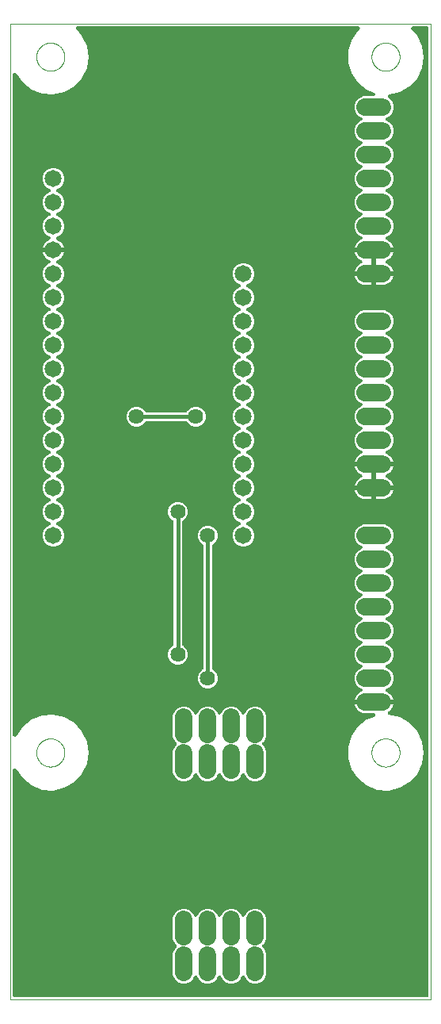
<source format=gtl>
G04 EAGLE Gerber RS-274X export*
G75*
%MOMM*%
%FSLAX34Y34*%
%LPD*%
%INTopLayer*%
%IPPOS*%
%AMOC8*
5,1,8,0,0,1.08239X$1,22.5*%
G01*
%ADD10C,0.000000*%
%ADD11C,1.812800*%
%ADD12C,1.828800*%
%ADD13C,1.625600*%
%ADD14C,0.406400*%

G36*
X805706Y-35557D02*
X805706Y-35557D01*
X805724Y-35559D01*
X805906Y-35538D01*
X806089Y-35519D01*
X806106Y-35514D01*
X806123Y-35512D01*
X806298Y-35455D01*
X806474Y-35401D01*
X806489Y-35393D01*
X806506Y-35387D01*
X806666Y-35297D01*
X806828Y-35209D01*
X806841Y-35198D01*
X806857Y-35189D01*
X806996Y-35069D01*
X807137Y-34952D01*
X807148Y-34938D01*
X807162Y-34926D01*
X807274Y-34781D01*
X807389Y-34638D01*
X807397Y-34622D01*
X807408Y-34608D01*
X807490Y-34443D01*
X807575Y-34281D01*
X807580Y-34264D01*
X807588Y-34248D01*
X807635Y-34069D01*
X807686Y-33894D01*
X807688Y-33876D01*
X807692Y-33859D01*
X807719Y-33528D01*
X807719Y998728D01*
X807717Y998746D01*
X807719Y998764D01*
X807698Y998946D01*
X807679Y999129D01*
X807674Y999146D01*
X807672Y999163D01*
X807615Y999338D01*
X807561Y999514D01*
X807553Y999529D01*
X807547Y999546D01*
X807457Y999706D01*
X807369Y999868D01*
X807358Y999881D01*
X807349Y999897D01*
X807229Y1000036D01*
X807112Y1000177D01*
X807098Y1000188D01*
X807086Y1000202D01*
X806941Y1000314D01*
X806798Y1000429D01*
X806782Y1000437D01*
X806768Y1000448D01*
X806603Y1000530D01*
X806441Y1000615D01*
X806424Y1000620D01*
X806408Y1000628D01*
X806229Y1000675D01*
X806054Y1000726D01*
X806036Y1000728D01*
X806019Y1000732D01*
X805688Y1000759D01*
X791026Y1000759D01*
X790854Y1000742D01*
X790682Y1000730D01*
X790654Y1000722D01*
X790625Y1000719D01*
X790460Y1000669D01*
X790294Y1000623D01*
X790268Y1000610D01*
X790240Y1000601D01*
X790089Y1000519D01*
X789935Y1000441D01*
X789912Y1000423D01*
X789886Y1000409D01*
X789754Y1000299D01*
X789618Y1000193D01*
X789600Y1000170D01*
X789577Y1000152D01*
X789469Y1000017D01*
X789357Y999886D01*
X789343Y999861D01*
X789325Y999838D01*
X789245Y999685D01*
X789162Y999534D01*
X789153Y999506D01*
X789139Y999481D01*
X789092Y999315D01*
X789039Y999151D01*
X789036Y999122D01*
X789028Y999094D01*
X789014Y998922D01*
X788995Y998751D01*
X788997Y998722D01*
X788995Y998692D01*
X789015Y998521D01*
X789030Y998350D01*
X789038Y998322D01*
X789042Y998293D01*
X789095Y998128D01*
X789144Y997963D01*
X789158Y997938D01*
X789167Y997910D01*
X789252Y997759D01*
X789332Y997607D01*
X789352Y997582D01*
X789365Y997559D01*
X789420Y997495D01*
X789537Y997346D01*
X795306Y991129D01*
X800559Y980220D01*
X802364Y968248D01*
X800559Y956276D01*
X795306Y945367D01*
X787071Y936492D01*
X776585Y930438D01*
X765795Y927975D01*
X765619Y927916D01*
X765445Y927861D01*
X765430Y927853D01*
X765413Y927847D01*
X765253Y927755D01*
X765092Y927666D01*
X765079Y927655D01*
X765064Y927646D01*
X764926Y927525D01*
X764785Y927406D01*
X764775Y927392D01*
X764761Y927380D01*
X764649Y927234D01*
X764536Y927090D01*
X764528Y927074D01*
X764517Y927060D01*
X764437Y926895D01*
X764353Y926731D01*
X764349Y926714D01*
X764341Y926698D01*
X764295Y926521D01*
X764245Y926343D01*
X764244Y926326D01*
X764240Y926309D01*
X764229Y926125D01*
X764216Y925941D01*
X764218Y925924D01*
X764217Y925907D01*
X764243Y925725D01*
X764266Y925542D01*
X764272Y925525D01*
X764274Y925508D01*
X764336Y925334D01*
X764395Y925160D01*
X764403Y925145D01*
X764409Y925129D01*
X764504Y924971D01*
X764596Y924811D01*
X764608Y924797D01*
X764616Y924783D01*
X764665Y924729D01*
X764810Y924558D01*
X768350Y921019D01*
X770129Y916724D01*
X770129Y912076D01*
X768350Y907781D01*
X765063Y904494D01*
X762848Y903577D01*
X762840Y903572D01*
X762831Y903570D01*
X762661Y903477D01*
X762493Y903386D01*
X762486Y903381D01*
X762478Y903376D01*
X762330Y903252D01*
X762182Y903130D01*
X762177Y903123D01*
X762170Y903117D01*
X762050Y902967D01*
X761929Y902817D01*
X761925Y902809D01*
X761919Y902802D01*
X761832Y902633D01*
X761742Y902461D01*
X761739Y902452D01*
X761735Y902444D01*
X761683Y902262D01*
X761629Y902074D01*
X761628Y902065D01*
X761625Y902057D01*
X761611Y901866D01*
X761594Y901673D01*
X761595Y901664D01*
X761594Y901656D01*
X761618Y901465D01*
X761639Y901273D01*
X761642Y901265D01*
X761643Y901256D01*
X761703Y901074D01*
X761762Y900890D01*
X761767Y900882D01*
X761770Y900874D01*
X761865Y900706D01*
X761959Y900538D01*
X761964Y900532D01*
X761969Y900524D01*
X762096Y900378D01*
X762221Y900233D01*
X762228Y900227D01*
X762233Y900220D01*
X762386Y900103D01*
X762538Y899984D01*
X762546Y899980D01*
X762553Y899975D01*
X762848Y899823D01*
X765063Y898906D01*
X768350Y895619D01*
X770129Y891324D01*
X770129Y886676D01*
X768350Y882381D01*
X765063Y879094D01*
X762848Y878177D01*
X762840Y878172D01*
X762831Y878170D01*
X762661Y878077D01*
X762493Y877986D01*
X762486Y877981D01*
X762478Y877976D01*
X762330Y877852D01*
X762182Y877730D01*
X762177Y877723D01*
X762170Y877717D01*
X762050Y877567D01*
X761929Y877417D01*
X761925Y877409D01*
X761919Y877402D01*
X761832Y877233D01*
X761742Y877061D01*
X761739Y877052D01*
X761735Y877044D01*
X761683Y876862D01*
X761629Y876674D01*
X761628Y876665D01*
X761625Y876657D01*
X761611Y876466D01*
X761594Y876273D01*
X761595Y876264D01*
X761594Y876256D01*
X761618Y876065D01*
X761639Y875873D01*
X761642Y875865D01*
X761643Y875856D01*
X761703Y875674D01*
X761762Y875490D01*
X761767Y875482D01*
X761770Y875474D01*
X761865Y875306D01*
X761959Y875138D01*
X761964Y875132D01*
X761969Y875124D01*
X762096Y874978D01*
X762221Y874833D01*
X762228Y874827D01*
X762233Y874820D01*
X762386Y874703D01*
X762538Y874584D01*
X762546Y874580D01*
X762553Y874575D01*
X762848Y874423D01*
X765063Y873506D01*
X768350Y870219D01*
X770129Y865924D01*
X770129Y861276D01*
X768350Y856981D01*
X765063Y853694D01*
X762848Y852777D01*
X762840Y852772D01*
X762831Y852770D01*
X762662Y852677D01*
X762493Y852586D01*
X762486Y852581D01*
X762478Y852576D01*
X762331Y852453D01*
X762182Y852330D01*
X762177Y852323D01*
X762170Y852317D01*
X762049Y852166D01*
X761929Y852017D01*
X761925Y852010D01*
X761919Y852002D01*
X761830Y851829D01*
X761742Y851661D01*
X761739Y851652D01*
X761735Y851644D01*
X761682Y851458D01*
X761629Y851274D01*
X761628Y851265D01*
X761625Y851257D01*
X761611Y851066D01*
X761594Y850873D01*
X761595Y850864D01*
X761594Y850856D01*
X761618Y850664D01*
X761639Y850473D01*
X761642Y850465D01*
X761643Y850456D01*
X761703Y850273D01*
X761762Y850090D01*
X761767Y850082D01*
X761769Y850074D01*
X761865Y849907D01*
X761959Y849738D01*
X761965Y849732D01*
X761969Y849724D01*
X762095Y849580D01*
X762220Y849433D01*
X762228Y849427D01*
X762233Y849420D01*
X762386Y849303D01*
X762538Y849184D01*
X762545Y849180D01*
X762553Y849175D01*
X762848Y849023D01*
X765063Y848106D01*
X768350Y844819D01*
X770129Y840524D01*
X770129Y835876D01*
X768350Y831581D01*
X765063Y828294D01*
X763300Y827564D01*
X762848Y827377D01*
X762840Y827372D01*
X762831Y827370D01*
X762662Y827277D01*
X762493Y827186D01*
X762486Y827181D01*
X762478Y827176D01*
X762331Y827053D01*
X762182Y826930D01*
X762177Y826923D01*
X762170Y826917D01*
X762049Y826766D01*
X761929Y826617D01*
X761925Y826610D01*
X761919Y826602D01*
X761830Y826429D01*
X761742Y826261D01*
X761739Y826252D01*
X761735Y826244D01*
X761682Y826056D01*
X761629Y825874D01*
X761628Y825865D01*
X761625Y825857D01*
X761610Y825664D01*
X761594Y825473D01*
X761595Y825464D01*
X761594Y825456D01*
X761618Y825264D01*
X761639Y825073D01*
X761642Y825065D01*
X761643Y825056D01*
X761703Y824873D01*
X761762Y824690D01*
X761767Y824682D01*
X761769Y824674D01*
X761865Y824507D01*
X761959Y824338D01*
X761965Y824332D01*
X761969Y824324D01*
X762095Y824180D01*
X762220Y824033D01*
X762228Y824027D01*
X762233Y824020D01*
X762386Y823903D01*
X762538Y823784D01*
X762545Y823780D01*
X762553Y823775D01*
X762848Y823623D01*
X765063Y822706D01*
X768350Y819419D01*
X770129Y815124D01*
X770129Y810476D01*
X768350Y806181D01*
X765063Y802894D01*
X762848Y801977D01*
X762840Y801972D01*
X762831Y801970D01*
X762662Y801877D01*
X762493Y801786D01*
X762486Y801781D01*
X762478Y801776D01*
X762331Y801653D01*
X762182Y801530D01*
X762177Y801523D01*
X762170Y801517D01*
X762049Y801366D01*
X761929Y801217D01*
X761925Y801210D01*
X761919Y801202D01*
X761830Y801029D01*
X761742Y800861D01*
X761739Y800852D01*
X761735Y800844D01*
X761682Y800658D01*
X761629Y800474D01*
X761628Y800465D01*
X761625Y800457D01*
X761611Y800266D01*
X761594Y800073D01*
X761595Y800064D01*
X761594Y800056D01*
X761618Y799864D01*
X761639Y799673D01*
X761642Y799665D01*
X761643Y799656D01*
X761703Y799473D01*
X761762Y799290D01*
X761767Y799282D01*
X761769Y799274D01*
X761865Y799107D01*
X761959Y798938D01*
X761965Y798932D01*
X761969Y798924D01*
X762095Y798780D01*
X762220Y798633D01*
X762228Y798627D01*
X762233Y798620D01*
X762386Y798503D01*
X762538Y798384D01*
X762545Y798380D01*
X762553Y798375D01*
X762848Y798223D01*
X765063Y797306D01*
X768350Y794019D01*
X770129Y789724D01*
X770129Y785076D01*
X768350Y780781D01*
X765063Y777494D01*
X762900Y776598D01*
X762821Y776556D01*
X762738Y776523D01*
X762644Y776461D01*
X762545Y776408D01*
X762476Y776351D01*
X762401Y776302D01*
X762321Y776223D01*
X762234Y776152D01*
X762178Y776082D01*
X762114Y776019D01*
X762052Y775926D01*
X761981Y775839D01*
X761939Y775760D01*
X761889Y775686D01*
X761846Y775582D01*
X761794Y775482D01*
X761769Y775397D01*
X761734Y775314D01*
X761712Y775204D01*
X761681Y775096D01*
X761673Y775007D01*
X761655Y774919D01*
X761656Y774807D01*
X761646Y774695D01*
X761656Y774606D01*
X761656Y774517D01*
X761679Y774406D01*
X761691Y774295D01*
X761718Y774210D01*
X761736Y774122D01*
X761780Y774019D01*
X761814Y773911D01*
X761858Y773833D01*
X761893Y773751D01*
X761956Y773658D01*
X762011Y773560D01*
X762069Y773492D01*
X762119Y773418D01*
X762199Y773340D01*
X762272Y773254D01*
X762343Y773199D01*
X762407Y773136D01*
X762501Y773075D01*
X762589Y773006D01*
X762669Y772966D01*
X762744Y772917D01*
X762808Y772890D01*
X764568Y771994D01*
X766056Y770913D01*
X767357Y769612D01*
X768438Y768124D01*
X769273Y766486D01*
X769841Y764736D01*
X769872Y764539D01*
X749808Y764539D01*
X749790Y764537D01*
X749773Y764539D01*
X749590Y764518D01*
X749408Y764499D01*
X749391Y764494D01*
X749373Y764492D01*
X749295Y764467D01*
X749158Y764506D01*
X749140Y764508D01*
X749123Y764512D01*
X748792Y764539D01*
X728728Y764539D01*
X728759Y764736D01*
X729327Y766486D01*
X730162Y768124D01*
X731243Y769612D01*
X732544Y770913D01*
X734032Y771994D01*
X735715Y772851D01*
X735717Y772852D01*
X735728Y772858D01*
X735813Y772901D01*
X735830Y772912D01*
X735918Y772951D01*
X735992Y773002D01*
X736070Y773045D01*
X736156Y773117D01*
X736248Y773182D01*
X736310Y773247D01*
X736378Y773304D01*
X736448Y773392D01*
X736526Y773473D01*
X736573Y773549D01*
X736629Y773619D01*
X736680Y773719D01*
X736740Y773814D01*
X736772Y773898D01*
X736813Y773977D01*
X736844Y774085D01*
X736884Y774190D01*
X736898Y774279D01*
X736923Y774365D01*
X736931Y774477D01*
X736950Y774588D01*
X736947Y774677D01*
X736954Y774766D01*
X736940Y774877D01*
X736936Y774990D01*
X736916Y775077D01*
X736905Y775166D01*
X736870Y775272D01*
X736844Y775382D01*
X736807Y775463D01*
X736779Y775548D01*
X736723Y775645D01*
X736676Y775748D01*
X736623Y775820D01*
X736579Y775898D01*
X736505Y775982D01*
X736439Y776073D01*
X736373Y776134D01*
X736315Y776201D01*
X736226Y776270D01*
X736143Y776346D01*
X736066Y776392D01*
X735995Y776447D01*
X735871Y776511D01*
X735798Y776554D01*
X735755Y776570D01*
X735700Y776598D01*
X733537Y777494D01*
X730250Y780781D01*
X728471Y785076D01*
X728471Y789724D01*
X730250Y794019D01*
X733537Y797306D01*
X735752Y798223D01*
X735760Y798228D01*
X735769Y798230D01*
X735936Y798322D01*
X736107Y798414D01*
X736114Y798419D01*
X736122Y798424D01*
X736269Y798547D01*
X736418Y798670D01*
X736423Y798677D01*
X736430Y798683D01*
X736550Y798833D01*
X736671Y798983D01*
X736675Y798991D01*
X736681Y798997D01*
X736769Y799168D01*
X736858Y799339D01*
X736861Y799348D01*
X736865Y799356D01*
X736917Y799539D01*
X736971Y799725D01*
X736972Y799735D01*
X736975Y799743D01*
X736989Y799934D01*
X737006Y800127D01*
X737005Y800136D01*
X737006Y800144D01*
X736983Y800334D01*
X736961Y800527D01*
X736958Y800535D01*
X736957Y800544D01*
X736897Y800726D01*
X736838Y800910D01*
X736833Y800918D01*
X736831Y800926D01*
X736735Y801094D01*
X736641Y801261D01*
X736636Y801268D01*
X736631Y801276D01*
X736505Y801421D01*
X736380Y801567D01*
X736372Y801573D01*
X736367Y801580D01*
X736214Y801697D01*
X736063Y801816D01*
X736054Y801820D01*
X736047Y801825D01*
X735752Y801977D01*
X733537Y802894D01*
X730250Y806181D01*
X728471Y810476D01*
X728471Y815124D01*
X730250Y819419D01*
X733537Y822706D01*
X735752Y823623D01*
X735760Y823628D01*
X735769Y823630D01*
X735936Y823722D01*
X736107Y823814D01*
X736114Y823819D01*
X736122Y823824D01*
X736269Y823947D01*
X736418Y824070D01*
X736423Y824077D01*
X736430Y824083D01*
X736550Y824233D01*
X736671Y824383D01*
X736675Y824391D01*
X736681Y824397D01*
X736769Y824568D01*
X736858Y824739D01*
X736861Y824748D01*
X736865Y824756D01*
X736917Y824939D01*
X736971Y825125D01*
X736972Y825135D01*
X736975Y825143D01*
X736989Y825334D01*
X737006Y825527D01*
X737005Y825536D01*
X737006Y825544D01*
X736983Y825731D01*
X736961Y825927D01*
X736958Y825935D01*
X736957Y825944D01*
X736897Y826126D01*
X736838Y826310D01*
X736833Y826318D01*
X736831Y826326D01*
X736735Y826494D01*
X736641Y826661D01*
X736636Y826668D01*
X736631Y826676D01*
X736505Y826821D01*
X736380Y826967D01*
X736372Y826973D01*
X736367Y826980D01*
X736214Y827097D01*
X736063Y827216D01*
X736054Y827220D01*
X736047Y827225D01*
X735752Y827377D01*
X733537Y828294D01*
X730250Y831581D01*
X728471Y835876D01*
X728471Y840524D01*
X730250Y844819D01*
X733537Y848106D01*
X735752Y849023D01*
X735760Y849028D01*
X735769Y849030D01*
X735936Y849122D01*
X736107Y849214D01*
X736114Y849219D01*
X736122Y849224D01*
X736269Y849347D01*
X736418Y849470D01*
X736423Y849477D01*
X736430Y849483D01*
X736550Y849633D01*
X736671Y849783D01*
X736675Y849791D01*
X736681Y849797D01*
X736769Y849968D01*
X736858Y850139D01*
X736861Y850148D01*
X736865Y850156D01*
X736917Y850339D01*
X736971Y850525D01*
X736972Y850535D01*
X736975Y850543D01*
X736989Y850734D01*
X737006Y850927D01*
X737005Y850936D01*
X737006Y850944D01*
X736983Y851134D01*
X736961Y851327D01*
X736958Y851335D01*
X736957Y851344D01*
X736897Y851526D01*
X736838Y851710D01*
X736833Y851718D01*
X736831Y851726D01*
X736735Y851894D01*
X736641Y852061D01*
X736636Y852068D01*
X736631Y852076D01*
X736505Y852221D01*
X736380Y852367D01*
X736372Y852373D01*
X736367Y852380D01*
X736214Y852497D01*
X736063Y852616D01*
X736054Y852620D01*
X736047Y852625D01*
X735752Y852777D01*
X733537Y853694D01*
X730250Y856981D01*
X728471Y861276D01*
X728471Y865924D01*
X730250Y870219D01*
X733537Y873506D01*
X735752Y874423D01*
X735760Y874428D01*
X735769Y874430D01*
X735937Y874522D01*
X736107Y874614D01*
X736114Y874619D01*
X736122Y874624D01*
X736268Y874747D01*
X736417Y874870D01*
X736423Y874877D01*
X736430Y874883D01*
X736550Y875033D01*
X736671Y875183D01*
X736675Y875191D01*
X736681Y875197D01*
X736769Y875368D01*
X736858Y875539D01*
X736861Y875548D01*
X736865Y875556D01*
X736917Y875740D01*
X736971Y875926D01*
X736972Y875934D01*
X736975Y875943D01*
X736989Y876134D01*
X737006Y876327D01*
X737005Y876336D01*
X737006Y876344D01*
X736983Y876534D01*
X736961Y876727D01*
X736958Y876735D01*
X736957Y876744D01*
X736897Y876926D01*
X736838Y877110D01*
X736833Y877118D01*
X736831Y877126D01*
X736735Y877294D01*
X736641Y877462D01*
X736636Y877468D01*
X736631Y877476D01*
X736505Y877621D01*
X736379Y877767D01*
X736372Y877773D01*
X736367Y877780D01*
X736213Y877897D01*
X736062Y878016D01*
X736055Y878020D01*
X736047Y878025D01*
X735752Y878177D01*
X733537Y879094D01*
X730250Y882381D01*
X728471Y886676D01*
X728471Y891324D01*
X730250Y895619D01*
X733537Y898906D01*
X733701Y898974D01*
X735752Y899823D01*
X735760Y899828D01*
X735769Y899830D01*
X735937Y899922D01*
X736107Y900014D01*
X736114Y900019D01*
X736122Y900024D01*
X736268Y900147D01*
X736417Y900270D01*
X736423Y900277D01*
X736430Y900283D01*
X736550Y900433D01*
X736671Y900583D01*
X736675Y900591D01*
X736681Y900597D01*
X736769Y900768D01*
X736858Y900939D01*
X736861Y900948D01*
X736865Y900956D01*
X736917Y901140D01*
X736971Y901326D01*
X736972Y901334D01*
X736975Y901343D01*
X736989Y901534D01*
X737006Y901727D01*
X737005Y901736D01*
X737006Y901744D01*
X736983Y901934D01*
X736961Y902127D01*
X736958Y902135D01*
X736957Y902144D01*
X736897Y902326D01*
X736838Y902510D01*
X736833Y902518D01*
X736831Y902526D01*
X736735Y902694D01*
X736641Y902862D01*
X736636Y902868D01*
X736631Y902876D01*
X736505Y903021D01*
X736379Y903167D01*
X736372Y903173D01*
X736367Y903180D01*
X736213Y903297D01*
X736062Y903416D01*
X736055Y903420D01*
X736047Y903425D01*
X735752Y903577D01*
X733537Y904494D01*
X730250Y907781D01*
X728471Y912076D01*
X728471Y916724D01*
X730250Y921019D01*
X733537Y924306D01*
X737832Y926085D01*
X748505Y926085D01*
X748528Y926087D01*
X748552Y926085D01*
X748729Y926107D01*
X748906Y926125D01*
X748928Y926132D01*
X748951Y926134D01*
X749120Y926190D01*
X749290Y926243D01*
X749311Y926254D01*
X749333Y926261D01*
X749488Y926350D01*
X749644Y926435D01*
X749662Y926449D01*
X749683Y926461D01*
X749817Y926579D01*
X749954Y926692D01*
X749968Y926711D01*
X749986Y926726D01*
X750094Y926867D01*
X750206Y927006D01*
X750217Y927027D01*
X750231Y927046D01*
X750310Y927206D01*
X750392Y927363D01*
X750398Y927386D01*
X750408Y927407D01*
X750454Y927580D01*
X750503Y927750D01*
X750505Y927774D01*
X750511Y927796D01*
X750521Y927974D01*
X750536Y928152D01*
X750533Y928175D01*
X750534Y928198D01*
X750510Y928375D01*
X750489Y928551D01*
X750482Y928574D01*
X750478Y928597D01*
X750419Y928765D01*
X750364Y928934D01*
X750353Y928955D01*
X750345Y928977D01*
X750254Y929130D01*
X750166Y929285D01*
X750151Y929303D01*
X750139Y929323D01*
X750019Y929455D01*
X749903Y929589D01*
X749884Y929604D01*
X749869Y929621D01*
X749726Y929727D01*
X749585Y929836D01*
X749564Y929847D01*
X749545Y929861D01*
X749247Y930007D01*
X741437Y933072D01*
X731971Y940621D01*
X725151Y950625D01*
X721582Y962194D01*
X721582Y974302D01*
X725151Y985871D01*
X731971Y995875D01*
X733557Y997140D01*
X733645Y997226D01*
X733739Y997304D01*
X733789Y997366D01*
X733845Y997421D01*
X733915Y997522D01*
X733992Y997618D01*
X734028Y997688D01*
X734073Y997753D01*
X734121Y997866D01*
X734177Y997975D01*
X734199Y998051D01*
X734230Y998124D01*
X734255Y998244D01*
X734289Y998362D01*
X734295Y998441D01*
X734311Y998518D01*
X734312Y998641D01*
X734322Y998764D01*
X734312Y998842D01*
X734313Y998921D01*
X734289Y999041D01*
X734275Y999163D01*
X734250Y999239D01*
X734235Y999316D01*
X734188Y999429D01*
X734150Y999546D01*
X734111Y999615D01*
X734081Y999688D01*
X734012Y999790D01*
X733952Y999897D01*
X733900Y999957D01*
X733856Y1000022D01*
X733769Y1000109D01*
X733689Y1000202D01*
X733626Y1000250D01*
X733570Y1000305D01*
X733468Y1000373D01*
X733371Y1000448D01*
X733300Y1000483D01*
X733234Y1000527D01*
X733120Y1000573D01*
X733010Y1000628D01*
X732934Y1000648D01*
X732861Y1000678D01*
X732740Y1000700D01*
X732621Y1000732D01*
X732529Y1000740D01*
X732465Y1000752D01*
X732394Y1000751D01*
X732291Y1000759D01*
X432632Y1000759D01*
X432460Y1000742D01*
X432288Y1000730D01*
X432260Y1000722D01*
X432231Y1000719D01*
X432066Y1000669D01*
X431900Y1000623D01*
X431874Y1000610D01*
X431846Y1000601D01*
X431695Y1000519D01*
X431541Y1000441D01*
X431518Y1000423D01*
X431492Y1000409D01*
X431360Y1000299D01*
X431224Y1000193D01*
X431206Y1000170D01*
X431183Y1000152D01*
X431075Y1000017D01*
X430963Y999886D01*
X430949Y999861D01*
X430931Y999838D01*
X430851Y999685D01*
X430768Y999534D01*
X430759Y999506D01*
X430745Y999481D01*
X430698Y999315D01*
X430645Y999151D01*
X430642Y999122D01*
X430634Y999094D01*
X430620Y998922D01*
X430601Y998751D01*
X430603Y998722D01*
X430601Y998692D01*
X430621Y998521D01*
X430636Y998350D01*
X430644Y998322D01*
X430648Y998293D01*
X430701Y998128D01*
X430750Y997963D01*
X430764Y997938D01*
X430773Y997910D01*
X430858Y997759D01*
X430938Y997607D01*
X430958Y997582D01*
X430971Y997559D01*
X431026Y997495D01*
X431143Y997346D01*
X436912Y991129D01*
X442165Y980220D01*
X443970Y968248D01*
X442165Y956276D01*
X436912Y945367D01*
X428677Y936492D01*
X418191Y930438D01*
X406387Y927744D01*
X394314Y928649D01*
X383043Y933072D01*
X373577Y940621D01*
X366930Y950370D01*
X366799Y950527D01*
X366676Y950674D01*
X366674Y950676D01*
X366672Y950678D01*
X366515Y950804D01*
X366362Y950927D01*
X366359Y950928D01*
X366357Y950930D01*
X366179Y951022D01*
X366005Y951112D01*
X366002Y951113D01*
X365999Y951114D01*
X365809Y951169D01*
X365618Y951224D01*
X365615Y951224D01*
X365612Y951225D01*
X365414Y951240D01*
X365216Y951257D01*
X365214Y951256D01*
X365211Y951257D01*
X365011Y951233D01*
X364817Y951210D01*
X364814Y951209D01*
X364811Y951208D01*
X364620Y951146D01*
X364434Y951085D01*
X364431Y951083D01*
X364429Y951083D01*
X364253Y950983D01*
X364083Y950887D01*
X364081Y950885D01*
X364079Y950884D01*
X363927Y950752D01*
X363778Y950624D01*
X363777Y950622D01*
X363775Y950620D01*
X363651Y950460D01*
X363532Y950306D01*
X363530Y950303D01*
X363529Y950301D01*
X363439Y950119D01*
X363352Y949945D01*
X363352Y949942D01*
X363350Y949940D01*
X363300Y949749D01*
X363248Y949556D01*
X363248Y949553D01*
X363247Y949551D01*
X363246Y949529D01*
X363221Y949226D01*
X363221Y244574D01*
X363240Y244381D01*
X363260Y244179D01*
X363260Y244176D01*
X363261Y244174D01*
X363317Y243989D01*
X363377Y243794D01*
X363378Y243791D01*
X363379Y243789D01*
X363471Y243618D01*
X363567Y243439D01*
X363569Y243437D01*
X363571Y243435D01*
X363696Y243285D01*
X363824Y243129D01*
X363826Y243128D01*
X363828Y243126D01*
X363983Y243001D01*
X364137Y242876D01*
X364140Y242875D01*
X364142Y242873D01*
X364317Y242782D01*
X364494Y242690D01*
X364497Y242689D01*
X364499Y242688D01*
X364689Y242633D01*
X364881Y242577D01*
X364884Y242577D01*
X364886Y242576D01*
X365085Y242560D01*
X365282Y242543D01*
X365285Y242544D01*
X365288Y242543D01*
X365482Y242566D01*
X365682Y242589D01*
X365685Y242590D01*
X365687Y242590D01*
X365878Y242652D01*
X366065Y242713D01*
X366067Y242714D01*
X366070Y242715D01*
X366246Y242814D01*
X366416Y242910D01*
X366418Y242912D01*
X366421Y242913D01*
X366569Y243041D01*
X366722Y243172D01*
X366724Y243175D01*
X366725Y243176D01*
X366739Y243193D01*
X366930Y243430D01*
X373577Y253179D01*
X383043Y260728D01*
X394314Y265151D01*
X406387Y266056D01*
X418191Y263362D01*
X428677Y257308D01*
X436912Y248433D01*
X442165Y237524D01*
X443970Y225552D01*
X442165Y213580D01*
X436912Y202671D01*
X428677Y193796D01*
X418191Y187742D01*
X406387Y185048D01*
X394314Y185953D01*
X383043Y190376D01*
X373577Y197925D01*
X366930Y207674D01*
X366799Y207831D01*
X366676Y207978D01*
X366674Y207980D01*
X366672Y207982D01*
X366515Y208108D01*
X366362Y208231D01*
X366359Y208232D01*
X366357Y208234D01*
X366179Y208326D01*
X366005Y208416D01*
X366002Y208417D01*
X365999Y208418D01*
X365809Y208473D01*
X365618Y208528D01*
X365615Y208528D01*
X365612Y208529D01*
X365414Y208544D01*
X365216Y208561D01*
X365214Y208560D01*
X365211Y208561D01*
X365010Y208536D01*
X364817Y208514D01*
X364814Y208513D01*
X364811Y208512D01*
X364620Y208450D01*
X364434Y208389D01*
X364431Y208387D01*
X364429Y208387D01*
X364253Y208287D01*
X364083Y208191D01*
X364081Y208189D01*
X364079Y208188D01*
X363927Y208056D01*
X363778Y207928D01*
X363777Y207926D01*
X363775Y207924D01*
X363651Y207764D01*
X363532Y207610D01*
X363530Y207607D01*
X363529Y207605D01*
X363440Y207425D01*
X363352Y207249D01*
X363352Y207246D01*
X363350Y207244D01*
X363300Y207054D01*
X363248Y206860D01*
X363248Y206857D01*
X363247Y206855D01*
X363246Y206833D01*
X363221Y206530D01*
X363221Y-33528D01*
X363223Y-33546D01*
X363221Y-33564D01*
X363242Y-33746D01*
X363261Y-33929D01*
X363266Y-33946D01*
X363268Y-33963D01*
X363325Y-34138D01*
X363379Y-34314D01*
X363387Y-34329D01*
X363393Y-34346D01*
X363483Y-34506D01*
X363571Y-34668D01*
X363582Y-34681D01*
X363591Y-34697D01*
X363711Y-34836D01*
X363828Y-34977D01*
X363842Y-34988D01*
X363854Y-35002D01*
X363999Y-35114D01*
X364142Y-35229D01*
X364158Y-35237D01*
X364172Y-35248D01*
X364337Y-35330D01*
X364499Y-35415D01*
X364516Y-35420D01*
X364532Y-35428D01*
X364711Y-35475D01*
X364886Y-35526D01*
X364904Y-35528D01*
X364921Y-35532D01*
X365252Y-35559D01*
X805688Y-35559D01*
X805706Y-35557D01*
G37*
%LPC*%
G36*
X543776Y195071D02*
X543776Y195071D01*
X539481Y196850D01*
X536194Y200137D01*
X534415Y204432D01*
X534415Y227368D01*
X536194Y231663D01*
X538045Y233514D01*
X538056Y233528D01*
X538070Y233539D01*
X538184Y233683D01*
X538300Y233825D01*
X538308Y233841D01*
X538319Y233855D01*
X538403Y234019D01*
X538489Y234181D01*
X538494Y234198D01*
X538502Y234214D01*
X538551Y234391D01*
X538603Y234567D01*
X538605Y234585D01*
X538610Y234602D01*
X538623Y234785D01*
X538640Y234968D01*
X538638Y234986D01*
X538639Y235003D01*
X538616Y235185D01*
X538596Y235368D01*
X538591Y235385D01*
X538589Y235403D01*
X538530Y235577D01*
X538475Y235752D01*
X538466Y235768D01*
X538461Y235784D01*
X538369Y235943D01*
X538280Y236104D01*
X538269Y236118D01*
X538260Y236133D01*
X538045Y236386D01*
X536194Y238237D01*
X534415Y242532D01*
X534415Y265468D01*
X536194Y269763D01*
X539481Y273050D01*
X543776Y274829D01*
X548424Y274829D01*
X552719Y273050D01*
X556006Y269763D01*
X556923Y267548D01*
X556928Y267540D01*
X556930Y267531D01*
X557023Y267361D01*
X557114Y267193D01*
X557119Y267186D01*
X557124Y267178D01*
X557248Y267030D01*
X557370Y266882D01*
X557377Y266877D01*
X557383Y266870D01*
X557533Y266750D01*
X557683Y266629D01*
X557691Y266625D01*
X557698Y266619D01*
X557867Y266532D01*
X558039Y266442D01*
X558048Y266439D01*
X558056Y266435D01*
X558238Y266383D01*
X558426Y266329D01*
X558435Y266328D01*
X558443Y266325D01*
X558634Y266311D01*
X558827Y266294D01*
X558836Y266295D01*
X558844Y266294D01*
X559035Y266318D01*
X559227Y266339D01*
X559235Y266342D01*
X559244Y266343D01*
X559426Y266403D01*
X559610Y266462D01*
X559618Y266467D01*
X559626Y266470D01*
X559794Y266565D01*
X559962Y266659D01*
X559968Y266664D01*
X559976Y266669D01*
X560122Y266796D01*
X560267Y266921D01*
X560273Y266928D01*
X560280Y266933D01*
X560397Y267086D01*
X560516Y267238D01*
X560520Y267246D01*
X560525Y267253D01*
X560677Y267548D01*
X561594Y269763D01*
X564881Y273050D01*
X569176Y274829D01*
X573824Y274829D01*
X578119Y273050D01*
X581406Y269763D01*
X582323Y267548D01*
X582328Y267540D01*
X582330Y267531D01*
X582423Y267361D01*
X582514Y267193D01*
X582519Y267186D01*
X582524Y267178D01*
X582648Y267030D01*
X582770Y266882D01*
X582777Y266877D01*
X582783Y266870D01*
X582933Y266750D01*
X583083Y266629D01*
X583091Y266625D01*
X583098Y266619D01*
X583267Y266532D01*
X583439Y266442D01*
X583448Y266439D01*
X583456Y266435D01*
X583638Y266383D01*
X583826Y266329D01*
X583835Y266328D01*
X583843Y266325D01*
X584034Y266311D01*
X584227Y266294D01*
X584236Y266295D01*
X584244Y266294D01*
X584435Y266318D01*
X584627Y266339D01*
X584635Y266342D01*
X584644Y266343D01*
X584826Y266403D01*
X585010Y266462D01*
X585018Y266467D01*
X585026Y266470D01*
X585194Y266565D01*
X585362Y266659D01*
X585368Y266664D01*
X585376Y266669D01*
X585522Y266796D01*
X585667Y266921D01*
X585673Y266928D01*
X585680Y266933D01*
X585797Y267086D01*
X585916Y267238D01*
X585920Y267246D01*
X585925Y267253D01*
X586077Y267548D01*
X586994Y269763D01*
X590281Y273050D01*
X594576Y274829D01*
X599224Y274829D01*
X603519Y273050D01*
X606806Y269763D01*
X607723Y267548D01*
X607728Y267540D01*
X607730Y267531D01*
X607823Y267361D01*
X607914Y267193D01*
X607919Y267186D01*
X607924Y267178D01*
X608048Y267030D01*
X608170Y266882D01*
X608177Y266877D01*
X608183Y266870D01*
X608333Y266750D01*
X608483Y266629D01*
X608491Y266625D01*
X608498Y266619D01*
X608667Y266532D01*
X608839Y266442D01*
X608848Y266439D01*
X608856Y266435D01*
X609038Y266383D01*
X609226Y266329D01*
X609235Y266328D01*
X609243Y266325D01*
X609434Y266311D01*
X609627Y266294D01*
X609636Y266295D01*
X609644Y266294D01*
X609835Y266318D01*
X610027Y266339D01*
X610035Y266342D01*
X610044Y266343D01*
X610226Y266403D01*
X610410Y266462D01*
X610418Y266467D01*
X610426Y266470D01*
X610594Y266565D01*
X610762Y266659D01*
X610768Y266664D01*
X610776Y266669D01*
X610922Y266796D01*
X611067Y266921D01*
X611073Y266928D01*
X611080Y266933D01*
X611197Y267086D01*
X611316Y267238D01*
X611320Y267246D01*
X611325Y267253D01*
X611477Y267548D01*
X612394Y269763D01*
X615681Y273050D01*
X619976Y274829D01*
X624624Y274829D01*
X628919Y273050D01*
X632206Y269763D01*
X633985Y265468D01*
X633985Y242532D01*
X632206Y238237D01*
X630355Y236386D01*
X630344Y236372D01*
X630330Y236361D01*
X630216Y236217D01*
X630100Y236075D01*
X630092Y236059D01*
X630081Y236045D01*
X629997Y235881D01*
X629911Y235719D01*
X629906Y235702D01*
X629898Y235686D01*
X629849Y235509D01*
X629797Y235333D01*
X629795Y235315D01*
X629790Y235298D01*
X629777Y235115D01*
X629760Y234932D01*
X629762Y234914D01*
X629761Y234897D01*
X629784Y234715D01*
X629804Y234532D01*
X629809Y234515D01*
X629811Y234497D01*
X629870Y234323D01*
X629925Y234148D01*
X629934Y234132D01*
X629939Y234116D01*
X630031Y233957D01*
X630120Y233796D01*
X630131Y233782D01*
X630140Y233767D01*
X630355Y233514D01*
X632206Y231663D01*
X633985Y227368D01*
X633985Y204432D01*
X632206Y200137D01*
X628919Y196850D01*
X624624Y195071D01*
X619976Y195071D01*
X615681Y196850D01*
X612394Y200137D01*
X611477Y202352D01*
X611472Y202360D01*
X611470Y202369D01*
X611377Y202538D01*
X611286Y202707D01*
X611281Y202714D01*
X611276Y202722D01*
X611153Y202869D01*
X611030Y203018D01*
X611023Y203023D01*
X611017Y203030D01*
X610866Y203151D01*
X610717Y203271D01*
X610710Y203275D01*
X610702Y203281D01*
X610529Y203370D01*
X610361Y203458D01*
X610352Y203461D01*
X610344Y203465D01*
X610158Y203518D01*
X609974Y203571D01*
X609965Y203572D01*
X609957Y203575D01*
X609766Y203589D01*
X609573Y203606D01*
X609564Y203605D01*
X609556Y203606D01*
X609364Y203582D01*
X609173Y203561D01*
X609165Y203558D01*
X609156Y203557D01*
X608973Y203497D01*
X608790Y203438D01*
X608782Y203433D01*
X608774Y203431D01*
X608607Y203335D01*
X608438Y203241D01*
X608432Y203235D01*
X608424Y203231D01*
X608280Y203105D01*
X608133Y202980D01*
X608127Y202972D01*
X608120Y202967D01*
X608003Y202814D01*
X607884Y202662D01*
X607880Y202655D01*
X607875Y202647D01*
X607723Y202352D01*
X606806Y200137D01*
X603519Y196850D01*
X599224Y195071D01*
X594576Y195071D01*
X590281Y196850D01*
X586994Y200137D01*
X586077Y202352D01*
X586072Y202360D01*
X586070Y202369D01*
X585977Y202538D01*
X585886Y202707D01*
X585881Y202714D01*
X585876Y202722D01*
X585753Y202869D01*
X585630Y203018D01*
X585623Y203023D01*
X585617Y203030D01*
X585466Y203151D01*
X585317Y203271D01*
X585310Y203275D01*
X585302Y203281D01*
X585129Y203370D01*
X584961Y203458D01*
X584952Y203461D01*
X584944Y203465D01*
X584758Y203518D01*
X584574Y203571D01*
X584565Y203572D01*
X584557Y203575D01*
X584366Y203589D01*
X584173Y203606D01*
X584164Y203605D01*
X584156Y203606D01*
X583964Y203582D01*
X583773Y203561D01*
X583765Y203558D01*
X583756Y203557D01*
X583573Y203497D01*
X583390Y203438D01*
X583382Y203433D01*
X583374Y203431D01*
X583207Y203335D01*
X583038Y203241D01*
X583032Y203235D01*
X583024Y203231D01*
X582880Y203105D01*
X582733Y202980D01*
X582727Y202972D01*
X582720Y202967D01*
X582603Y202814D01*
X582484Y202662D01*
X582480Y202655D01*
X582475Y202647D01*
X582323Y202352D01*
X581406Y200137D01*
X578119Y196850D01*
X573824Y195071D01*
X569176Y195071D01*
X564881Y196850D01*
X561594Y200137D01*
X560677Y202352D01*
X560672Y202360D01*
X560670Y202369D01*
X560578Y202537D01*
X560486Y202707D01*
X560481Y202714D01*
X560476Y202722D01*
X560353Y202868D01*
X560230Y203017D01*
X560223Y203023D01*
X560217Y203030D01*
X560067Y203150D01*
X559917Y203271D01*
X559909Y203275D01*
X559903Y203281D01*
X559732Y203369D01*
X559561Y203458D01*
X559552Y203461D01*
X559544Y203465D01*
X559360Y203517D01*
X559174Y203571D01*
X559166Y203572D01*
X559157Y203575D01*
X558966Y203589D01*
X558773Y203606D01*
X558764Y203605D01*
X558756Y203606D01*
X558566Y203583D01*
X558373Y203561D01*
X558365Y203558D01*
X558356Y203557D01*
X558174Y203497D01*
X557990Y203438D01*
X557982Y203433D01*
X557974Y203431D01*
X557806Y203335D01*
X557638Y203241D01*
X557632Y203236D01*
X557624Y203231D01*
X557479Y203105D01*
X557333Y202979D01*
X557327Y202972D01*
X557320Y202967D01*
X557203Y202813D01*
X557084Y202662D01*
X557080Y202655D01*
X557075Y202647D01*
X556923Y202352D01*
X556006Y200137D01*
X552719Y196850D01*
X548424Y195071D01*
X543776Y195071D01*
G37*
%LPD*%
%LPC*%
G36*
X543776Y-20829D02*
X543776Y-20829D01*
X539481Y-19050D01*
X536194Y-15763D01*
X534415Y-11468D01*
X534415Y11468D01*
X536194Y15763D01*
X538045Y17614D01*
X538056Y17627D01*
X538070Y17639D01*
X538184Y17783D01*
X538300Y17925D01*
X538308Y17941D01*
X538319Y17955D01*
X538403Y18119D01*
X538489Y18281D01*
X538494Y18298D01*
X538502Y18314D01*
X538551Y18491D01*
X538603Y18667D01*
X538605Y18685D01*
X538610Y18702D01*
X538623Y18885D01*
X538640Y19068D01*
X538638Y19086D01*
X538639Y19103D01*
X538616Y19285D01*
X538596Y19468D01*
X538591Y19485D01*
X538589Y19503D01*
X538531Y19676D01*
X538475Y19852D01*
X538466Y19868D01*
X538461Y19884D01*
X538369Y20043D01*
X538280Y20204D01*
X538269Y20218D01*
X538260Y20233D01*
X538045Y20486D01*
X536194Y22337D01*
X534415Y26632D01*
X534415Y49568D01*
X536194Y53863D01*
X539481Y57150D01*
X541621Y58036D01*
X543776Y58929D01*
X548424Y58929D01*
X552719Y57150D01*
X556006Y53863D01*
X556923Y51648D01*
X556928Y51640D01*
X556930Y51631D01*
X557022Y51463D01*
X557114Y51293D01*
X557119Y51286D01*
X557124Y51278D01*
X557247Y51132D01*
X557370Y50983D01*
X557377Y50977D01*
X557383Y50970D01*
X557533Y50850D01*
X557683Y50729D01*
X557691Y50725D01*
X557697Y50719D01*
X557868Y50631D01*
X558039Y50542D01*
X558048Y50539D01*
X558056Y50535D01*
X558240Y50483D01*
X558426Y50429D01*
X558434Y50428D01*
X558443Y50425D01*
X558634Y50411D01*
X558827Y50394D01*
X558836Y50395D01*
X558844Y50394D01*
X559034Y50417D01*
X559227Y50439D01*
X559235Y50442D01*
X559244Y50443D01*
X559426Y50503D01*
X559610Y50562D01*
X559618Y50567D01*
X559626Y50569D01*
X559794Y50665D01*
X559962Y50759D01*
X559968Y50764D01*
X559976Y50769D01*
X560121Y50895D01*
X560267Y51021D01*
X560273Y51028D01*
X560280Y51033D01*
X560397Y51187D01*
X560516Y51338D01*
X560520Y51345D01*
X560525Y51353D01*
X560677Y51648D01*
X561594Y53863D01*
X564881Y57150D01*
X567021Y58036D01*
X569176Y58929D01*
X573824Y58929D01*
X578119Y57150D01*
X581406Y53863D01*
X582323Y51648D01*
X582328Y51640D01*
X582330Y51631D01*
X582422Y51463D01*
X582514Y51293D01*
X582519Y51286D01*
X582524Y51278D01*
X582647Y51132D01*
X582770Y50983D01*
X582777Y50977D01*
X582783Y50970D01*
X582933Y50850D01*
X583083Y50729D01*
X583091Y50725D01*
X583097Y50719D01*
X583268Y50631D01*
X583439Y50542D01*
X583448Y50539D01*
X583456Y50535D01*
X583640Y50483D01*
X583826Y50429D01*
X583834Y50428D01*
X583843Y50425D01*
X584034Y50411D01*
X584227Y50394D01*
X584236Y50395D01*
X584244Y50394D01*
X584434Y50417D01*
X584627Y50439D01*
X584635Y50442D01*
X584644Y50443D01*
X584826Y50503D01*
X585010Y50562D01*
X585018Y50567D01*
X585026Y50569D01*
X585194Y50665D01*
X585362Y50759D01*
X585368Y50764D01*
X585376Y50769D01*
X585521Y50895D01*
X585667Y51021D01*
X585673Y51028D01*
X585680Y51033D01*
X585797Y51187D01*
X585916Y51338D01*
X585920Y51345D01*
X585925Y51353D01*
X586077Y51648D01*
X586994Y53863D01*
X590281Y57150D01*
X592421Y58036D01*
X594576Y58929D01*
X599224Y58929D01*
X603519Y57150D01*
X606806Y53863D01*
X607723Y51648D01*
X607728Y51640D01*
X607730Y51631D01*
X607822Y51463D01*
X607914Y51293D01*
X607919Y51286D01*
X607924Y51278D01*
X608047Y51132D01*
X608170Y50983D01*
X608177Y50977D01*
X608183Y50970D01*
X608333Y50850D01*
X608483Y50729D01*
X608491Y50725D01*
X608497Y50719D01*
X608668Y50631D01*
X608839Y50542D01*
X608848Y50539D01*
X608856Y50535D01*
X609040Y50483D01*
X609226Y50429D01*
X609234Y50428D01*
X609243Y50425D01*
X609434Y50411D01*
X609627Y50394D01*
X609636Y50395D01*
X609644Y50394D01*
X609834Y50417D01*
X610027Y50439D01*
X610035Y50442D01*
X610044Y50443D01*
X610226Y50503D01*
X610410Y50562D01*
X610418Y50567D01*
X610426Y50569D01*
X610594Y50665D01*
X610762Y50759D01*
X610768Y50764D01*
X610776Y50769D01*
X610921Y50895D01*
X611067Y51021D01*
X611073Y51028D01*
X611080Y51033D01*
X611197Y51187D01*
X611316Y51338D01*
X611320Y51345D01*
X611325Y51353D01*
X611477Y51648D01*
X612394Y53863D01*
X615681Y57150D01*
X617821Y58036D01*
X619976Y58929D01*
X624624Y58929D01*
X628919Y57150D01*
X632206Y53863D01*
X633985Y49568D01*
X633985Y26632D01*
X632206Y22337D01*
X630355Y20486D01*
X630344Y20472D01*
X630330Y20461D01*
X630216Y20317D01*
X630100Y20175D01*
X630092Y20159D01*
X630081Y20145D01*
X629997Y19981D01*
X629911Y19819D01*
X629906Y19802D01*
X629898Y19786D01*
X629849Y19609D01*
X629797Y19433D01*
X629795Y19415D01*
X629790Y19398D01*
X629777Y19215D01*
X629760Y19032D01*
X629762Y19014D01*
X629761Y18997D01*
X629784Y18815D01*
X629804Y18632D01*
X629809Y18615D01*
X629811Y18597D01*
X629870Y18423D01*
X629925Y18248D01*
X629934Y18232D01*
X629939Y18216D01*
X630031Y18057D01*
X630120Y17896D01*
X630131Y17882D01*
X630140Y17867D01*
X630355Y17614D01*
X632206Y15763D01*
X633985Y11468D01*
X633985Y-11468D01*
X632206Y-15763D01*
X628919Y-19050D01*
X624624Y-20829D01*
X619976Y-20829D01*
X615681Y-19050D01*
X612394Y-15763D01*
X611477Y-13548D01*
X611472Y-13540D01*
X611470Y-13531D01*
X611378Y-13363D01*
X611286Y-13193D01*
X611281Y-13186D01*
X611276Y-13178D01*
X611153Y-13032D01*
X611030Y-12883D01*
X611023Y-12877D01*
X611017Y-12870D01*
X610867Y-12750D01*
X610717Y-12629D01*
X610709Y-12625D01*
X610703Y-12619D01*
X610532Y-12531D01*
X610361Y-12442D01*
X610352Y-12439D01*
X610344Y-12435D01*
X610160Y-12383D01*
X609974Y-12329D01*
X609966Y-12328D01*
X609957Y-12325D01*
X609766Y-12311D01*
X609573Y-12294D01*
X609564Y-12295D01*
X609556Y-12294D01*
X609366Y-12317D01*
X609173Y-12339D01*
X609165Y-12342D01*
X609156Y-12343D01*
X608974Y-12403D01*
X608790Y-12462D01*
X608782Y-12467D01*
X608774Y-12469D01*
X608606Y-12565D01*
X608438Y-12659D01*
X608432Y-12664D01*
X608424Y-12669D01*
X608279Y-12795D01*
X608133Y-12921D01*
X608127Y-12928D01*
X608120Y-12933D01*
X608003Y-13087D01*
X607884Y-13238D01*
X607880Y-13245D01*
X607875Y-13253D01*
X607723Y-13548D01*
X606806Y-15763D01*
X603519Y-19050D01*
X599224Y-20829D01*
X594576Y-20829D01*
X590281Y-19050D01*
X586994Y-15763D01*
X586077Y-13548D01*
X586072Y-13540D01*
X586070Y-13531D01*
X585978Y-13363D01*
X585886Y-13193D01*
X585881Y-13186D01*
X585876Y-13178D01*
X585753Y-13032D01*
X585630Y-12883D01*
X585623Y-12877D01*
X585617Y-12870D01*
X585467Y-12750D01*
X585317Y-12629D01*
X585309Y-12625D01*
X585303Y-12619D01*
X585132Y-12531D01*
X584961Y-12442D01*
X584952Y-12439D01*
X584944Y-12435D01*
X584760Y-12383D01*
X584574Y-12329D01*
X584566Y-12328D01*
X584557Y-12325D01*
X584366Y-12311D01*
X584173Y-12294D01*
X584164Y-12295D01*
X584156Y-12294D01*
X583966Y-12317D01*
X583773Y-12339D01*
X583765Y-12342D01*
X583756Y-12343D01*
X583574Y-12403D01*
X583390Y-12462D01*
X583382Y-12467D01*
X583374Y-12469D01*
X583206Y-12565D01*
X583038Y-12659D01*
X583032Y-12664D01*
X583024Y-12669D01*
X582879Y-12795D01*
X582733Y-12921D01*
X582727Y-12928D01*
X582720Y-12933D01*
X582603Y-13087D01*
X582484Y-13238D01*
X582480Y-13245D01*
X582475Y-13253D01*
X582323Y-13548D01*
X581406Y-15763D01*
X578119Y-19050D01*
X573824Y-20829D01*
X569176Y-20829D01*
X564881Y-19050D01*
X561594Y-15763D01*
X560677Y-13548D01*
X560672Y-13540D01*
X560670Y-13531D01*
X560578Y-13363D01*
X560486Y-13193D01*
X560481Y-13186D01*
X560476Y-13178D01*
X560353Y-13032D01*
X560230Y-12883D01*
X560223Y-12877D01*
X560217Y-12870D01*
X560067Y-12750D01*
X559917Y-12629D01*
X559909Y-12625D01*
X559903Y-12619D01*
X559732Y-12531D01*
X559561Y-12442D01*
X559552Y-12439D01*
X559544Y-12435D01*
X559360Y-12383D01*
X559174Y-12329D01*
X559166Y-12328D01*
X559157Y-12325D01*
X558966Y-12311D01*
X558773Y-12294D01*
X558764Y-12295D01*
X558756Y-12294D01*
X558566Y-12317D01*
X558373Y-12339D01*
X558365Y-12342D01*
X558356Y-12343D01*
X558174Y-12403D01*
X557990Y-12462D01*
X557982Y-12467D01*
X557974Y-12469D01*
X557806Y-12565D01*
X557638Y-12659D01*
X557632Y-12664D01*
X557624Y-12669D01*
X557479Y-12795D01*
X557333Y-12921D01*
X557327Y-12928D01*
X557320Y-12933D01*
X557203Y-13087D01*
X557084Y-13238D01*
X557080Y-13245D01*
X557075Y-13253D01*
X556923Y-13548D01*
X556006Y-15763D01*
X552719Y-19050D01*
X548424Y-20829D01*
X543776Y-20829D01*
G37*
%LPD*%
%LPC*%
G36*
X749158Y281906D02*
X749158Y281906D01*
X749140Y281908D01*
X749123Y281912D01*
X748792Y281939D01*
X728728Y281939D01*
X728759Y282136D01*
X729327Y283886D01*
X730162Y285524D01*
X731243Y287012D01*
X732544Y288313D01*
X734032Y289394D01*
X735715Y290251D01*
X735717Y290252D01*
X735728Y290258D01*
X735813Y290301D01*
X735830Y290312D01*
X735918Y290351D01*
X735992Y290402D01*
X736070Y290445D01*
X736156Y290517D01*
X736248Y290582D01*
X736310Y290647D01*
X736378Y290704D01*
X736448Y290792D01*
X736526Y290873D01*
X736573Y290949D01*
X736629Y291019D01*
X736680Y291119D01*
X736740Y291214D01*
X736772Y291298D01*
X736813Y291377D01*
X736844Y291485D01*
X736884Y291590D01*
X736898Y291679D01*
X736923Y291765D01*
X736931Y291877D01*
X736950Y291988D01*
X736947Y292077D01*
X736954Y292166D01*
X736940Y292277D01*
X736936Y292390D01*
X736916Y292477D01*
X736905Y292566D01*
X736870Y292672D01*
X736844Y292782D01*
X736807Y292863D01*
X736779Y292948D01*
X736723Y293045D01*
X736676Y293148D01*
X736623Y293220D01*
X736579Y293298D01*
X736505Y293382D01*
X736439Y293473D01*
X736373Y293534D01*
X736315Y293601D01*
X736226Y293670D01*
X736143Y293746D01*
X736066Y293792D01*
X735995Y293847D01*
X735871Y293911D01*
X735798Y293954D01*
X735755Y293970D01*
X735700Y293998D01*
X733537Y294894D01*
X730250Y298181D01*
X728471Y302476D01*
X728471Y307124D01*
X730250Y311419D01*
X733537Y314706D01*
X735752Y315623D01*
X735760Y315628D01*
X735769Y315630D01*
X735936Y315722D01*
X736107Y315814D01*
X736114Y315819D01*
X736122Y315824D01*
X736269Y315947D01*
X736418Y316070D01*
X736423Y316077D01*
X736430Y316083D01*
X736550Y316233D01*
X736671Y316383D01*
X736675Y316391D01*
X736681Y316397D01*
X736769Y316568D01*
X736858Y316739D01*
X736861Y316748D01*
X736865Y316756D01*
X736917Y316939D01*
X736971Y317125D01*
X736972Y317135D01*
X736975Y317143D01*
X736989Y317334D01*
X737006Y317527D01*
X737005Y317536D01*
X737006Y317544D01*
X736983Y317734D01*
X736961Y317927D01*
X736958Y317935D01*
X736957Y317944D01*
X736897Y318126D01*
X736838Y318310D01*
X736833Y318318D01*
X736831Y318326D01*
X736735Y318494D01*
X736641Y318661D01*
X736636Y318668D01*
X736631Y318676D01*
X736505Y318821D01*
X736380Y318967D01*
X736372Y318973D01*
X736367Y318980D01*
X736214Y319097D01*
X736063Y319216D01*
X736054Y319220D01*
X736047Y319225D01*
X735752Y319377D01*
X733537Y320294D01*
X730250Y323581D01*
X728471Y327876D01*
X728471Y332524D01*
X730250Y336819D01*
X733537Y340106D01*
X735752Y341023D01*
X735760Y341028D01*
X735769Y341030D01*
X735936Y341122D01*
X736107Y341214D01*
X736114Y341219D01*
X736122Y341224D01*
X736269Y341347D01*
X736418Y341470D01*
X736423Y341477D01*
X736430Y341483D01*
X736550Y341633D01*
X736671Y341783D01*
X736675Y341791D01*
X736681Y341797D01*
X736769Y341968D01*
X736858Y342139D01*
X736861Y342148D01*
X736865Y342156D01*
X736917Y342339D01*
X736971Y342525D01*
X736972Y342535D01*
X736975Y342543D01*
X736989Y342734D01*
X737006Y342927D01*
X737005Y342936D01*
X737006Y342944D01*
X736983Y343134D01*
X736961Y343327D01*
X736958Y343335D01*
X736957Y343344D01*
X736897Y343526D01*
X736838Y343710D01*
X736833Y343718D01*
X736831Y343726D01*
X736735Y343894D01*
X736641Y344061D01*
X736636Y344068D01*
X736631Y344076D01*
X736505Y344221D01*
X736380Y344367D01*
X736372Y344373D01*
X736367Y344380D01*
X736214Y344497D01*
X736063Y344616D01*
X736054Y344620D01*
X736047Y344625D01*
X735752Y344777D01*
X733537Y345694D01*
X730250Y348981D01*
X728471Y353276D01*
X728471Y357924D01*
X730250Y362219D01*
X733537Y365506D01*
X735752Y366423D01*
X735760Y366428D01*
X735769Y366430D01*
X735936Y366522D01*
X736107Y366614D01*
X736114Y366619D01*
X736122Y366624D01*
X736269Y366747D01*
X736418Y366870D01*
X736423Y366877D01*
X736430Y366883D01*
X736550Y367033D01*
X736671Y367183D01*
X736675Y367191D01*
X736681Y367197D01*
X736769Y367368D01*
X736858Y367539D01*
X736861Y367548D01*
X736865Y367556D01*
X736917Y367739D01*
X736971Y367925D01*
X736972Y367935D01*
X736975Y367943D01*
X736989Y368134D01*
X737006Y368327D01*
X737005Y368336D01*
X737006Y368344D01*
X736983Y368534D01*
X736961Y368727D01*
X736958Y368735D01*
X736957Y368744D01*
X736897Y368926D01*
X736838Y369110D01*
X736833Y369118D01*
X736831Y369126D01*
X736735Y369294D01*
X736641Y369461D01*
X736636Y369468D01*
X736631Y369476D01*
X736505Y369621D01*
X736380Y369767D01*
X736372Y369773D01*
X736367Y369780D01*
X736214Y369897D01*
X736063Y370016D01*
X736054Y370020D01*
X736047Y370025D01*
X735752Y370177D01*
X733537Y371094D01*
X730250Y374381D01*
X728471Y378676D01*
X728471Y383324D01*
X730250Y387619D01*
X733537Y390906D01*
X735752Y391823D01*
X735760Y391828D01*
X735769Y391830D01*
X735936Y391922D01*
X736107Y392014D01*
X736114Y392019D01*
X736122Y392024D01*
X736269Y392147D01*
X736418Y392270D01*
X736423Y392277D01*
X736430Y392283D01*
X736550Y392433D01*
X736671Y392583D01*
X736675Y392591D01*
X736681Y392597D01*
X736769Y392768D01*
X736858Y392939D01*
X736861Y392948D01*
X736865Y392956D01*
X736917Y393139D01*
X736971Y393325D01*
X736972Y393335D01*
X736975Y393343D01*
X736989Y393534D01*
X737006Y393727D01*
X737005Y393736D01*
X737006Y393744D01*
X736983Y393934D01*
X736961Y394127D01*
X736958Y394135D01*
X736957Y394144D01*
X736897Y394326D01*
X736838Y394510D01*
X736833Y394518D01*
X736831Y394526D01*
X736735Y394694D01*
X736641Y394861D01*
X736636Y394868D01*
X736631Y394876D01*
X736505Y395021D01*
X736380Y395167D01*
X736372Y395173D01*
X736367Y395180D01*
X736214Y395297D01*
X736063Y395416D01*
X736054Y395420D01*
X736047Y395425D01*
X735752Y395577D01*
X733537Y396494D01*
X730250Y399781D01*
X728471Y404076D01*
X728471Y408724D01*
X730250Y413019D01*
X733537Y416306D01*
X735752Y417223D01*
X735760Y417228D01*
X735769Y417230D01*
X735936Y417322D01*
X736107Y417414D01*
X736114Y417419D01*
X736122Y417424D01*
X736269Y417547D01*
X736418Y417670D01*
X736423Y417677D01*
X736430Y417683D01*
X736550Y417833D01*
X736671Y417983D01*
X736675Y417991D01*
X736681Y417997D01*
X736769Y418168D01*
X736858Y418339D01*
X736861Y418348D01*
X736865Y418356D01*
X736917Y418539D01*
X736971Y418725D01*
X736972Y418735D01*
X736975Y418743D01*
X736989Y418934D01*
X737006Y419127D01*
X737005Y419136D01*
X737006Y419144D01*
X736983Y419334D01*
X736961Y419527D01*
X736958Y419535D01*
X736957Y419544D01*
X736897Y419726D01*
X736838Y419910D01*
X736833Y419918D01*
X736831Y419926D01*
X736735Y420094D01*
X736641Y420261D01*
X736636Y420268D01*
X736631Y420276D01*
X736505Y420421D01*
X736380Y420567D01*
X736372Y420573D01*
X736367Y420580D01*
X736214Y420697D01*
X736063Y420816D01*
X736054Y420820D01*
X736047Y420825D01*
X735752Y420977D01*
X733537Y421894D01*
X730250Y425181D01*
X728471Y429476D01*
X728471Y434124D01*
X730250Y438419D01*
X733537Y441706D01*
X735752Y442623D01*
X735760Y442628D01*
X735769Y442630D01*
X735936Y442722D01*
X736107Y442814D01*
X736114Y442819D01*
X736122Y442824D01*
X736269Y442947D01*
X736418Y443070D01*
X736423Y443077D01*
X736430Y443083D01*
X736550Y443233D01*
X736671Y443383D01*
X736675Y443391D01*
X736681Y443397D01*
X736769Y443568D01*
X736858Y443739D01*
X736861Y443748D01*
X736865Y443756D01*
X736917Y443938D01*
X736971Y444125D01*
X736972Y444135D01*
X736975Y444143D01*
X736989Y444334D01*
X737006Y444527D01*
X737005Y444536D01*
X737006Y444544D01*
X736983Y444733D01*
X736961Y444927D01*
X736958Y444935D01*
X736957Y444944D01*
X736897Y445126D01*
X736838Y445310D01*
X736833Y445318D01*
X736831Y445326D01*
X736735Y445494D01*
X736641Y445661D01*
X736636Y445668D01*
X736631Y445676D01*
X736506Y445820D01*
X736380Y445967D01*
X736372Y445973D01*
X736367Y445980D01*
X736214Y446097D01*
X736063Y446216D01*
X736054Y446220D01*
X736047Y446225D01*
X735752Y446377D01*
X733537Y447294D01*
X730250Y450581D01*
X728471Y454876D01*
X728471Y459524D01*
X730250Y463819D01*
X733537Y467106D01*
X737832Y468885D01*
X760768Y468885D01*
X765063Y467106D01*
X768350Y463819D01*
X770129Y459524D01*
X770129Y454876D01*
X768350Y450581D01*
X765063Y447294D01*
X762848Y446377D01*
X762840Y446372D01*
X762831Y446370D01*
X762662Y446277D01*
X762493Y446186D01*
X762486Y446181D01*
X762478Y446176D01*
X762331Y446053D01*
X762182Y445930D01*
X762177Y445923D01*
X762170Y445917D01*
X762049Y445766D01*
X761929Y445617D01*
X761925Y445610D01*
X761919Y445602D01*
X761830Y445429D01*
X761742Y445261D01*
X761739Y445252D01*
X761735Y445244D01*
X761682Y445058D01*
X761629Y444874D01*
X761628Y444865D01*
X761625Y444857D01*
X761611Y444666D01*
X761594Y444473D01*
X761595Y444464D01*
X761594Y444456D01*
X761618Y444264D01*
X761639Y444073D01*
X761642Y444065D01*
X761643Y444056D01*
X761703Y443873D01*
X761762Y443690D01*
X761767Y443682D01*
X761769Y443674D01*
X761866Y443505D01*
X761959Y443338D01*
X761965Y443332D01*
X761969Y443324D01*
X762095Y443180D01*
X762220Y443033D01*
X762228Y443027D01*
X762233Y443020D01*
X762386Y442903D01*
X762538Y442784D01*
X762545Y442780D01*
X762553Y442775D01*
X762848Y442623D01*
X765063Y441706D01*
X768350Y438419D01*
X770129Y434124D01*
X770129Y429476D01*
X768350Y425181D01*
X765063Y421894D01*
X762848Y420977D01*
X762840Y420972D01*
X762831Y420970D01*
X762662Y420877D01*
X762493Y420786D01*
X762486Y420781D01*
X762478Y420776D01*
X762331Y420653D01*
X762182Y420530D01*
X762177Y420523D01*
X762170Y420517D01*
X762049Y420366D01*
X761929Y420217D01*
X761925Y420210D01*
X761919Y420202D01*
X761830Y420029D01*
X761742Y419861D01*
X761739Y419852D01*
X761735Y419844D01*
X761682Y419658D01*
X761629Y419474D01*
X761628Y419465D01*
X761625Y419457D01*
X761611Y419266D01*
X761594Y419073D01*
X761595Y419064D01*
X761594Y419056D01*
X761618Y418864D01*
X761639Y418673D01*
X761642Y418665D01*
X761643Y418656D01*
X761703Y418473D01*
X761762Y418290D01*
X761767Y418282D01*
X761769Y418274D01*
X761865Y418107D01*
X761959Y417938D01*
X761965Y417932D01*
X761969Y417924D01*
X762095Y417780D01*
X762220Y417633D01*
X762228Y417627D01*
X762233Y417620D01*
X762386Y417503D01*
X762538Y417384D01*
X762545Y417380D01*
X762553Y417375D01*
X762848Y417223D01*
X765063Y416306D01*
X768350Y413019D01*
X770129Y408724D01*
X770129Y404076D01*
X768350Y399781D01*
X765063Y396494D01*
X762848Y395577D01*
X762840Y395572D01*
X762831Y395570D01*
X762662Y395477D01*
X762493Y395386D01*
X762486Y395381D01*
X762478Y395376D01*
X762331Y395253D01*
X762182Y395130D01*
X762177Y395123D01*
X762170Y395117D01*
X762049Y394966D01*
X761929Y394817D01*
X761925Y394810D01*
X761919Y394802D01*
X761830Y394629D01*
X761742Y394461D01*
X761739Y394452D01*
X761735Y394444D01*
X761682Y394258D01*
X761629Y394074D01*
X761628Y394065D01*
X761625Y394057D01*
X761611Y393866D01*
X761594Y393673D01*
X761595Y393664D01*
X761594Y393656D01*
X761618Y393464D01*
X761639Y393273D01*
X761642Y393265D01*
X761643Y393256D01*
X761703Y393073D01*
X761762Y392890D01*
X761767Y392882D01*
X761769Y392874D01*
X761865Y392707D01*
X761959Y392538D01*
X761965Y392532D01*
X761969Y392524D01*
X762095Y392380D01*
X762220Y392233D01*
X762228Y392227D01*
X762233Y392220D01*
X762386Y392103D01*
X762538Y391984D01*
X762545Y391980D01*
X762553Y391975D01*
X762848Y391823D01*
X765063Y390906D01*
X768350Y387619D01*
X770129Y383324D01*
X770129Y378676D01*
X768350Y374381D01*
X765063Y371094D01*
X763708Y370533D01*
X763707Y370533D01*
X762848Y370177D01*
X762840Y370172D01*
X762831Y370170D01*
X762662Y370077D01*
X762493Y369986D01*
X762486Y369981D01*
X762478Y369976D01*
X762331Y369853D01*
X762182Y369730D01*
X762177Y369723D01*
X762170Y369717D01*
X762049Y369566D01*
X761929Y369417D01*
X761925Y369410D01*
X761919Y369402D01*
X761830Y369229D01*
X761742Y369061D01*
X761739Y369052D01*
X761735Y369044D01*
X761682Y368858D01*
X761629Y368674D01*
X761628Y368665D01*
X761625Y368657D01*
X761611Y368466D01*
X761594Y368273D01*
X761595Y368264D01*
X761594Y368256D01*
X761618Y368064D01*
X761639Y367873D01*
X761642Y367865D01*
X761643Y367856D01*
X761703Y367673D01*
X761762Y367490D01*
X761767Y367482D01*
X761769Y367474D01*
X761865Y367307D01*
X761959Y367138D01*
X761965Y367132D01*
X761969Y367124D01*
X762095Y366980D01*
X762220Y366833D01*
X762228Y366827D01*
X762233Y366820D01*
X762386Y366703D01*
X762538Y366584D01*
X762545Y366580D01*
X762553Y366575D01*
X762848Y366423D01*
X765063Y365506D01*
X768350Y362219D01*
X770129Y357924D01*
X770129Y353276D01*
X768350Y348981D01*
X765063Y345694D01*
X762848Y344777D01*
X762840Y344772D01*
X762831Y344770D01*
X762662Y344677D01*
X762493Y344586D01*
X762486Y344581D01*
X762478Y344576D01*
X762331Y344453D01*
X762182Y344330D01*
X762177Y344323D01*
X762170Y344317D01*
X762049Y344166D01*
X761929Y344017D01*
X761925Y344010D01*
X761919Y344002D01*
X761830Y343829D01*
X761742Y343661D01*
X761739Y343652D01*
X761735Y343644D01*
X761682Y343458D01*
X761629Y343274D01*
X761628Y343265D01*
X761625Y343257D01*
X761611Y343066D01*
X761594Y342873D01*
X761595Y342864D01*
X761594Y342856D01*
X761618Y342664D01*
X761639Y342473D01*
X761642Y342465D01*
X761643Y342456D01*
X761703Y342273D01*
X761762Y342090D01*
X761767Y342082D01*
X761769Y342074D01*
X761865Y341907D01*
X761959Y341738D01*
X761965Y341732D01*
X761969Y341724D01*
X762095Y341580D01*
X762220Y341433D01*
X762228Y341427D01*
X762233Y341420D01*
X762386Y341303D01*
X762538Y341184D01*
X762545Y341180D01*
X762553Y341175D01*
X762848Y341023D01*
X765063Y340106D01*
X768350Y336819D01*
X770129Y332524D01*
X770129Y327876D01*
X768350Y323581D01*
X765063Y320294D01*
X762848Y319377D01*
X762840Y319372D01*
X762831Y319370D01*
X762662Y319277D01*
X762493Y319186D01*
X762486Y319181D01*
X762478Y319176D01*
X762331Y319053D01*
X762182Y318930D01*
X762177Y318923D01*
X762170Y318917D01*
X762049Y318766D01*
X761929Y318617D01*
X761925Y318610D01*
X761919Y318602D01*
X761830Y318429D01*
X761742Y318261D01*
X761739Y318252D01*
X761735Y318244D01*
X761682Y318058D01*
X761629Y317874D01*
X761628Y317865D01*
X761625Y317857D01*
X761611Y317666D01*
X761594Y317473D01*
X761595Y317464D01*
X761594Y317456D01*
X761618Y317264D01*
X761639Y317073D01*
X761642Y317065D01*
X761643Y317056D01*
X761703Y316873D01*
X761762Y316690D01*
X761767Y316682D01*
X761769Y316674D01*
X761865Y316507D01*
X761959Y316338D01*
X761965Y316332D01*
X761969Y316324D01*
X762095Y316180D01*
X762220Y316033D01*
X762228Y316027D01*
X762233Y316020D01*
X762386Y315903D01*
X762538Y315784D01*
X762545Y315780D01*
X762553Y315775D01*
X762848Y315623D01*
X765063Y314706D01*
X768350Y311419D01*
X770129Y307124D01*
X770129Y302476D01*
X768350Y298181D01*
X765063Y294894D01*
X762900Y293998D01*
X762821Y293956D01*
X762738Y293923D01*
X762644Y293861D01*
X762545Y293808D01*
X762476Y293751D01*
X762401Y293702D01*
X762321Y293623D01*
X762234Y293552D01*
X762178Y293482D01*
X762114Y293419D01*
X762052Y293326D01*
X761981Y293239D01*
X761939Y293160D01*
X761889Y293086D01*
X761846Y292982D01*
X761794Y292882D01*
X761769Y292797D01*
X761734Y292714D01*
X761712Y292604D01*
X761681Y292496D01*
X761673Y292407D01*
X761655Y292319D01*
X761656Y292207D01*
X761646Y292095D01*
X761656Y292006D01*
X761656Y291917D01*
X761679Y291806D01*
X761691Y291695D01*
X761718Y291610D01*
X761736Y291522D01*
X761780Y291419D01*
X761814Y291311D01*
X761858Y291233D01*
X761893Y291151D01*
X761956Y291058D01*
X762011Y290960D01*
X762069Y290892D01*
X762119Y290818D01*
X762199Y290740D01*
X762272Y290654D01*
X762343Y290599D01*
X762407Y290536D01*
X762501Y290475D01*
X762589Y290406D01*
X762669Y290366D01*
X762744Y290317D01*
X762808Y290290D01*
X764568Y289394D01*
X766056Y288313D01*
X767357Y287012D01*
X768438Y285524D01*
X769273Y283886D01*
X769841Y282136D01*
X769872Y281939D01*
X749808Y281939D01*
X749790Y281937D01*
X749773Y281939D01*
X749590Y281918D01*
X749408Y281899D01*
X749391Y281894D01*
X749373Y281892D01*
X749295Y281867D01*
X749158Y281906D01*
G37*
%LPD*%
%LPC*%
G36*
X749158Y535906D02*
X749158Y535906D01*
X749140Y535908D01*
X749123Y535912D01*
X748792Y535939D01*
X728728Y535939D01*
X728759Y536136D01*
X729327Y537886D01*
X730162Y539524D01*
X731243Y541012D01*
X732544Y542313D01*
X734032Y543394D01*
X735715Y544251D01*
X735717Y544252D01*
X735728Y544258D01*
X735813Y544301D01*
X735830Y544312D01*
X735918Y544351D01*
X735992Y544402D01*
X736070Y544445D01*
X736156Y544517D01*
X736248Y544582D01*
X736310Y544647D01*
X736378Y544704D01*
X736448Y544792D01*
X736526Y544873D01*
X736573Y544949D01*
X736629Y545019D01*
X736680Y545119D01*
X736740Y545214D01*
X736772Y545298D01*
X736813Y545377D01*
X736844Y545485D01*
X736884Y545590D01*
X736898Y545679D01*
X736923Y545765D01*
X736931Y545877D01*
X736950Y545988D01*
X736947Y546077D01*
X736954Y546166D01*
X736940Y546277D01*
X736936Y546390D01*
X736916Y546477D01*
X736905Y546566D01*
X736870Y546672D01*
X736844Y546782D01*
X736807Y546863D01*
X736779Y546948D01*
X736723Y547045D01*
X736676Y547148D01*
X736623Y547220D01*
X736579Y547298D01*
X736505Y547382D01*
X736439Y547473D01*
X736373Y547534D01*
X736315Y547601D01*
X736226Y547670D01*
X736143Y547746D01*
X736066Y547792D01*
X735995Y547847D01*
X735871Y547911D01*
X735798Y547954D01*
X735755Y547970D01*
X735700Y547998D01*
X733537Y548894D01*
X730250Y552181D01*
X728471Y556476D01*
X728471Y561124D01*
X730250Y565419D01*
X733537Y568706D01*
X735752Y569623D01*
X735760Y569628D01*
X735769Y569630D01*
X735937Y569722D01*
X736107Y569814D01*
X736114Y569819D01*
X736122Y569824D01*
X736268Y569947D01*
X736417Y570070D01*
X736423Y570077D01*
X736430Y570083D01*
X736550Y570233D01*
X736671Y570383D01*
X736675Y570391D01*
X736681Y570397D01*
X736769Y570568D01*
X736858Y570739D01*
X736861Y570748D01*
X736865Y570756D01*
X736917Y570940D01*
X736971Y571126D01*
X736972Y571134D01*
X736975Y571143D01*
X736989Y571334D01*
X737006Y571527D01*
X737005Y571536D01*
X737006Y571544D01*
X736983Y571734D01*
X736961Y571927D01*
X736958Y571935D01*
X736957Y571944D01*
X736897Y572126D01*
X736838Y572310D01*
X736833Y572318D01*
X736831Y572326D01*
X736735Y572494D01*
X736641Y572662D01*
X736636Y572668D01*
X736631Y572676D01*
X736505Y572821D01*
X736379Y572967D01*
X736372Y572973D01*
X736367Y572980D01*
X736213Y573097D01*
X736062Y573216D01*
X736055Y573220D01*
X736047Y573225D01*
X735752Y573377D01*
X733537Y574294D01*
X730250Y577581D01*
X728471Y581876D01*
X728471Y586524D01*
X730250Y590819D01*
X733537Y594106D01*
X735752Y595023D01*
X735760Y595028D01*
X735769Y595030D01*
X735937Y595122D01*
X736107Y595214D01*
X736114Y595219D01*
X736122Y595224D01*
X736268Y595347D01*
X736417Y595470D01*
X736423Y595477D01*
X736430Y595483D01*
X736550Y595633D01*
X736671Y595783D01*
X736675Y595791D01*
X736681Y595797D01*
X736769Y595968D01*
X736858Y596139D01*
X736861Y596148D01*
X736865Y596156D01*
X736917Y596340D01*
X736971Y596526D01*
X736972Y596534D01*
X736975Y596543D01*
X736989Y596734D01*
X737006Y596927D01*
X737005Y596936D01*
X737006Y596944D01*
X736983Y597134D01*
X736961Y597327D01*
X736958Y597335D01*
X736957Y597344D01*
X736897Y597526D01*
X736838Y597710D01*
X736833Y597718D01*
X736831Y597726D01*
X736735Y597894D01*
X736641Y598062D01*
X736636Y598068D01*
X736631Y598076D01*
X736505Y598221D01*
X736379Y598367D01*
X736372Y598373D01*
X736367Y598380D01*
X736213Y598497D01*
X736062Y598616D01*
X736055Y598620D01*
X736047Y598625D01*
X735752Y598777D01*
X733537Y599694D01*
X730250Y602981D01*
X728471Y607276D01*
X728471Y611924D01*
X730250Y616219D01*
X733537Y619506D01*
X735752Y620423D01*
X735760Y620428D01*
X735769Y620430D01*
X735937Y620522D01*
X736107Y620614D01*
X736114Y620619D01*
X736122Y620624D01*
X736268Y620747D01*
X736417Y620870D01*
X736423Y620877D01*
X736430Y620883D01*
X736550Y621033D01*
X736671Y621183D01*
X736675Y621191D01*
X736681Y621197D01*
X736769Y621368D01*
X736858Y621539D01*
X736861Y621548D01*
X736865Y621556D01*
X736917Y621740D01*
X736971Y621926D01*
X736972Y621934D01*
X736975Y621943D01*
X736989Y622134D01*
X737006Y622327D01*
X737005Y622336D01*
X737006Y622344D01*
X736983Y622534D01*
X736961Y622727D01*
X736958Y622735D01*
X736957Y622744D01*
X736897Y622926D01*
X736838Y623110D01*
X736833Y623118D01*
X736831Y623126D01*
X736735Y623294D01*
X736641Y623462D01*
X736636Y623468D01*
X736631Y623476D01*
X736505Y623621D01*
X736379Y623767D01*
X736372Y623773D01*
X736367Y623780D01*
X736213Y623897D01*
X736062Y624016D01*
X736055Y624020D01*
X736047Y624025D01*
X735752Y624177D01*
X733537Y625094D01*
X730250Y628381D01*
X728471Y632676D01*
X728471Y637324D01*
X730250Y641619D01*
X733537Y644906D01*
X733927Y645068D01*
X733928Y645068D01*
X735752Y645823D01*
X735760Y645828D01*
X735769Y645830D01*
X735937Y645922D01*
X736107Y646014D01*
X736114Y646019D01*
X736122Y646024D01*
X736268Y646147D01*
X736417Y646270D01*
X736423Y646277D01*
X736430Y646283D01*
X736550Y646433D01*
X736671Y646583D01*
X736675Y646591D01*
X736681Y646597D01*
X736769Y646768D01*
X736858Y646939D01*
X736861Y646948D01*
X736865Y646956D01*
X736917Y647140D01*
X736971Y647326D01*
X736972Y647334D01*
X736975Y647343D01*
X736989Y647534D01*
X737006Y647727D01*
X737005Y647736D01*
X737006Y647744D01*
X736983Y647934D01*
X736961Y648127D01*
X736958Y648135D01*
X736957Y648144D01*
X736897Y648326D01*
X736838Y648510D01*
X736833Y648518D01*
X736831Y648526D01*
X736735Y648694D01*
X736641Y648862D01*
X736636Y648868D01*
X736631Y648876D01*
X736505Y649021D01*
X736379Y649167D01*
X736372Y649173D01*
X736367Y649180D01*
X736213Y649297D01*
X736062Y649416D01*
X736055Y649420D01*
X736047Y649425D01*
X735752Y649577D01*
X733537Y650494D01*
X730250Y653781D01*
X728471Y658076D01*
X728471Y662724D01*
X730250Y667019D01*
X733537Y670306D01*
X735752Y671223D01*
X735760Y671228D01*
X735769Y671230D01*
X735937Y671322D01*
X736107Y671414D01*
X736114Y671419D01*
X736122Y671424D01*
X736268Y671547D01*
X736417Y671670D01*
X736423Y671677D01*
X736430Y671683D01*
X736550Y671833D01*
X736671Y671983D01*
X736675Y671991D01*
X736681Y671997D01*
X736769Y672168D01*
X736858Y672339D01*
X736861Y672348D01*
X736865Y672356D01*
X736917Y672540D01*
X736971Y672726D01*
X736972Y672734D01*
X736975Y672743D01*
X736989Y672934D01*
X737006Y673127D01*
X737005Y673136D01*
X737006Y673144D01*
X736983Y673334D01*
X736961Y673527D01*
X736958Y673535D01*
X736957Y673544D01*
X736897Y673726D01*
X736838Y673910D01*
X736833Y673918D01*
X736831Y673926D01*
X736735Y674094D01*
X736641Y674262D01*
X736636Y674268D01*
X736631Y674276D01*
X736505Y674421D01*
X736379Y674567D01*
X736372Y674573D01*
X736367Y674580D01*
X736213Y674697D01*
X736062Y674816D01*
X736055Y674820D01*
X736047Y674825D01*
X735752Y674977D01*
X733537Y675894D01*
X730250Y679181D01*
X728471Y683476D01*
X728471Y688124D01*
X730250Y692419D01*
X733537Y695706D01*
X733882Y695849D01*
X737832Y697485D01*
X760768Y697485D01*
X765063Y695706D01*
X768350Y692419D01*
X770129Y688124D01*
X770129Y683476D01*
X768350Y679181D01*
X765063Y675894D01*
X762848Y674977D01*
X762840Y674972D01*
X762831Y674970D01*
X762661Y674877D01*
X762493Y674786D01*
X762486Y674781D01*
X762478Y674776D01*
X762330Y674652D01*
X762182Y674530D01*
X762177Y674523D01*
X762170Y674517D01*
X762050Y674367D01*
X761929Y674217D01*
X761925Y674209D01*
X761919Y674202D01*
X761832Y674033D01*
X761742Y673861D01*
X761739Y673852D01*
X761735Y673844D01*
X761683Y673662D01*
X761629Y673474D01*
X761628Y673465D01*
X761625Y673457D01*
X761611Y673266D01*
X761594Y673073D01*
X761595Y673064D01*
X761594Y673056D01*
X761618Y672865D01*
X761639Y672673D01*
X761642Y672665D01*
X761643Y672656D01*
X761703Y672474D01*
X761762Y672290D01*
X761767Y672282D01*
X761770Y672274D01*
X761865Y672106D01*
X761959Y671938D01*
X761964Y671932D01*
X761969Y671924D01*
X762096Y671778D01*
X762221Y671633D01*
X762228Y671627D01*
X762233Y671620D01*
X762386Y671503D01*
X762538Y671384D01*
X762546Y671380D01*
X762553Y671375D01*
X762848Y671223D01*
X765063Y670306D01*
X768350Y667019D01*
X770129Y662724D01*
X770129Y658076D01*
X768350Y653781D01*
X765063Y650494D01*
X762848Y649577D01*
X762840Y649572D01*
X762831Y649570D01*
X762661Y649477D01*
X762493Y649386D01*
X762486Y649381D01*
X762478Y649376D01*
X762330Y649252D01*
X762182Y649130D01*
X762177Y649123D01*
X762170Y649117D01*
X762050Y648967D01*
X761929Y648817D01*
X761925Y648809D01*
X761919Y648802D01*
X761832Y648633D01*
X761742Y648461D01*
X761739Y648452D01*
X761735Y648444D01*
X761683Y648262D01*
X761629Y648074D01*
X761628Y648065D01*
X761625Y648057D01*
X761611Y647866D01*
X761594Y647673D01*
X761595Y647664D01*
X761594Y647656D01*
X761618Y647465D01*
X761639Y647273D01*
X761642Y647265D01*
X761643Y647256D01*
X761703Y647074D01*
X761762Y646890D01*
X761767Y646882D01*
X761770Y646874D01*
X761865Y646706D01*
X761959Y646538D01*
X761964Y646532D01*
X761969Y646524D01*
X762096Y646378D01*
X762221Y646233D01*
X762228Y646227D01*
X762233Y646220D01*
X762386Y646103D01*
X762538Y645984D01*
X762546Y645980D01*
X762553Y645975D01*
X762848Y645823D01*
X765063Y644906D01*
X768350Y641619D01*
X770129Y637324D01*
X770129Y632676D01*
X768350Y628381D01*
X765063Y625094D01*
X763481Y624439D01*
X762848Y624177D01*
X762840Y624172D01*
X762831Y624170D01*
X762661Y624077D01*
X762493Y623986D01*
X762486Y623981D01*
X762478Y623976D01*
X762330Y623852D01*
X762182Y623730D01*
X762177Y623723D01*
X762170Y623717D01*
X762050Y623567D01*
X761929Y623417D01*
X761925Y623409D01*
X761919Y623402D01*
X761832Y623233D01*
X761742Y623061D01*
X761739Y623052D01*
X761735Y623044D01*
X761683Y622862D01*
X761629Y622674D01*
X761628Y622665D01*
X761625Y622657D01*
X761611Y622466D01*
X761594Y622273D01*
X761595Y622264D01*
X761594Y622256D01*
X761618Y622065D01*
X761639Y621873D01*
X761642Y621865D01*
X761643Y621856D01*
X761703Y621674D01*
X761762Y621490D01*
X761767Y621482D01*
X761770Y621474D01*
X761865Y621306D01*
X761959Y621138D01*
X761964Y621132D01*
X761969Y621124D01*
X762096Y620978D01*
X762221Y620833D01*
X762228Y620827D01*
X762233Y620820D01*
X762386Y620703D01*
X762538Y620584D01*
X762546Y620580D01*
X762553Y620575D01*
X762848Y620423D01*
X765063Y619506D01*
X768350Y616219D01*
X770129Y611924D01*
X770129Y607276D01*
X768350Y602981D01*
X765063Y599694D01*
X762848Y598777D01*
X762840Y598772D01*
X762831Y598770D01*
X762661Y598677D01*
X762493Y598586D01*
X762486Y598581D01*
X762478Y598576D01*
X762330Y598452D01*
X762182Y598330D01*
X762177Y598323D01*
X762170Y598317D01*
X762050Y598167D01*
X761929Y598017D01*
X761925Y598009D01*
X761919Y598002D01*
X761832Y597833D01*
X761742Y597661D01*
X761739Y597652D01*
X761735Y597644D01*
X761683Y597462D01*
X761629Y597274D01*
X761628Y597265D01*
X761625Y597257D01*
X761611Y597066D01*
X761594Y596873D01*
X761595Y596864D01*
X761594Y596856D01*
X761618Y596665D01*
X761639Y596473D01*
X761642Y596465D01*
X761643Y596456D01*
X761703Y596274D01*
X761762Y596090D01*
X761767Y596082D01*
X761770Y596074D01*
X761865Y595906D01*
X761959Y595738D01*
X761964Y595732D01*
X761969Y595724D01*
X762096Y595578D01*
X762221Y595433D01*
X762228Y595427D01*
X762233Y595420D01*
X762386Y595303D01*
X762538Y595184D01*
X762546Y595180D01*
X762553Y595175D01*
X762848Y595023D01*
X765063Y594106D01*
X768350Y590819D01*
X770129Y586524D01*
X770129Y581876D01*
X768350Y577581D01*
X765063Y574294D01*
X762848Y573377D01*
X762840Y573372D01*
X762831Y573370D01*
X762661Y573277D01*
X762493Y573186D01*
X762486Y573181D01*
X762478Y573176D01*
X762330Y573052D01*
X762182Y572930D01*
X762177Y572923D01*
X762170Y572917D01*
X762050Y572767D01*
X761929Y572617D01*
X761925Y572609D01*
X761919Y572602D01*
X761832Y572433D01*
X761742Y572261D01*
X761739Y572252D01*
X761735Y572244D01*
X761683Y572062D01*
X761629Y571874D01*
X761628Y571865D01*
X761625Y571857D01*
X761611Y571666D01*
X761594Y571473D01*
X761595Y571464D01*
X761594Y571456D01*
X761618Y571265D01*
X761639Y571073D01*
X761642Y571065D01*
X761643Y571056D01*
X761703Y570874D01*
X761762Y570690D01*
X761767Y570682D01*
X761770Y570674D01*
X761865Y570506D01*
X761959Y570338D01*
X761964Y570332D01*
X761969Y570324D01*
X762096Y570178D01*
X762221Y570033D01*
X762228Y570027D01*
X762233Y570020D01*
X762386Y569903D01*
X762538Y569784D01*
X762546Y569780D01*
X762553Y569775D01*
X762848Y569623D01*
X765063Y568706D01*
X768350Y565419D01*
X770129Y561124D01*
X770129Y556476D01*
X768350Y552181D01*
X765063Y548894D01*
X762900Y547998D01*
X762821Y547956D01*
X762738Y547923D01*
X762644Y547861D01*
X762545Y547808D01*
X762476Y547751D01*
X762401Y547702D01*
X762321Y547623D01*
X762234Y547552D01*
X762178Y547482D01*
X762114Y547419D01*
X762052Y547326D01*
X761981Y547239D01*
X761939Y547160D01*
X761889Y547086D01*
X761846Y546982D01*
X761794Y546882D01*
X761769Y546797D01*
X761734Y546714D01*
X761712Y546604D01*
X761681Y546496D01*
X761673Y546407D01*
X761655Y546319D01*
X761656Y546207D01*
X761646Y546095D01*
X761656Y546006D01*
X761656Y545917D01*
X761679Y545806D01*
X761691Y545695D01*
X761718Y545610D01*
X761736Y545522D01*
X761780Y545419D01*
X761814Y545311D01*
X761858Y545233D01*
X761893Y545151D01*
X761956Y545058D01*
X762011Y544960D01*
X762069Y544892D01*
X762119Y544818D01*
X762199Y544740D01*
X762272Y544654D01*
X762343Y544599D01*
X762407Y544536D01*
X762501Y544475D01*
X762589Y544406D01*
X762669Y544366D01*
X762744Y544317D01*
X762808Y544290D01*
X764568Y543394D01*
X766056Y542313D01*
X767357Y541012D01*
X768438Y539524D01*
X769273Y537886D01*
X769841Y536136D01*
X769872Y535939D01*
X749808Y535939D01*
X749790Y535937D01*
X749773Y535939D01*
X749590Y535918D01*
X749408Y535899D01*
X749391Y535894D01*
X749373Y535892D01*
X749295Y535867D01*
X749158Y535906D01*
G37*
%LPD*%
%LPC*%
G36*
X404092Y445595D02*
X404092Y445595D01*
X399826Y447362D01*
X396562Y450626D01*
X394795Y454892D01*
X394795Y459508D01*
X396562Y463774D01*
X399826Y467038D01*
X402205Y468023D01*
X402213Y468028D01*
X402222Y468030D01*
X402392Y468123D01*
X402560Y468214D01*
X402567Y468219D01*
X402575Y468224D01*
X402723Y468348D01*
X402871Y468470D01*
X402876Y468477D01*
X402883Y468483D01*
X403003Y468633D01*
X403124Y468783D01*
X403128Y468791D01*
X403134Y468798D01*
X403221Y468967D01*
X403311Y469139D01*
X403314Y469148D01*
X403318Y469156D01*
X403370Y469338D01*
X403424Y469526D01*
X403425Y469535D01*
X403428Y469543D01*
X403442Y469734D01*
X403459Y469927D01*
X403458Y469936D01*
X403459Y469944D01*
X403435Y470135D01*
X403414Y470327D01*
X403411Y470335D01*
X403410Y470344D01*
X403350Y470526D01*
X403291Y470710D01*
X403286Y470718D01*
X403284Y470726D01*
X403188Y470894D01*
X403094Y471062D01*
X403089Y471068D01*
X403084Y471076D01*
X402957Y471222D01*
X402833Y471367D01*
X402825Y471373D01*
X402820Y471380D01*
X402667Y471497D01*
X402515Y471616D01*
X402507Y471620D01*
X402500Y471625D01*
X402205Y471777D01*
X399826Y472762D01*
X396562Y476026D01*
X394795Y480292D01*
X394795Y484908D01*
X396562Y489174D01*
X399826Y492438D01*
X402205Y493423D01*
X402213Y493428D01*
X402222Y493430D01*
X402392Y493523D01*
X402560Y493614D01*
X402567Y493619D01*
X402575Y493624D01*
X402723Y493748D01*
X402871Y493870D01*
X402876Y493877D01*
X402883Y493883D01*
X403003Y494033D01*
X403124Y494183D01*
X403128Y494191D01*
X403134Y494198D01*
X403221Y494367D01*
X403311Y494539D01*
X403314Y494548D01*
X403318Y494556D01*
X403370Y494738D01*
X403424Y494926D01*
X403425Y494935D01*
X403428Y494943D01*
X403442Y495134D01*
X403459Y495327D01*
X403458Y495336D01*
X403459Y495344D01*
X403435Y495535D01*
X403414Y495727D01*
X403411Y495735D01*
X403410Y495744D01*
X403350Y495926D01*
X403291Y496110D01*
X403286Y496118D01*
X403284Y496126D01*
X403188Y496294D01*
X403094Y496462D01*
X403089Y496468D01*
X403084Y496476D01*
X402957Y496622D01*
X402833Y496767D01*
X402825Y496773D01*
X402820Y496780D01*
X402667Y496897D01*
X402515Y497016D01*
X402507Y497020D01*
X402500Y497025D01*
X402205Y497177D01*
X399826Y498162D01*
X396562Y501426D01*
X394795Y505692D01*
X394795Y510308D01*
X396562Y514574D01*
X399826Y517838D01*
X402205Y518823D01*
X402213Y518828D01*
X402222Y518830D01*
X402392Y518923D01*
X402560Y519014D01*
X402567Y519019D01*
X402575Y519024D01*
X402723Y519148D01*
X402871Y519270D01*
X402876Y519277D01*
X402883Y519283D01*
X403003Y519433D01*
X403124Y519583D01*
X403128Y519591D01*
X403134Y519598D01*
X403221Y519767D01*
X403311Y519939D01*
X403314Y519948D01*
X403318Y519956D01*
X403370Y520138D01*
X403424Y520326D01*
X403425Y520335D01*
X403428Y520343D01*
X403442Y520534D01*
X403459Y520727D01*
X403458Y520736D01*
X403459Y520744D01*
X403435Y520935D01*
X403414Y521127D01*
X403411Y521135D01*
X403410Y521144D01*
X403350Y521326D01*
X403291Y521510D01*
X403286Y521518D01*
X403284Y521526D01*
X403188Y521694D01*
X403094Y521862D01*
X403089Y521868D01*
X403084Y521876D01*
X402957Y522022D01*
X402833Y522167D01*
X402825Y522173D01*
X402820Y522180D01*
X402667Y522297D01*
X402515Y522416D01*
X402507Y522420D01*
X402500Y522425D01*
X402205Y522577D01*
X399826Y523562D01*
X396562Y526826D01*
X394795Y531092D01*
X394795Y535708D01*
X396562Y539974D01*
X399826Y543238D01*
X402205Y544223D01*
X402213Y544228D01*
X402222Y544230D01*
X402392Y544323D01*
X402560Y544414D01*
X402567Y544419D01*
X402575Y544424D01*
X402723Y544548D01*
X402871Y544670D01*
X402876Y544677D01*
X402883Y544683D01*
X403003Y544833D01*
X403124Y544983D01*
X403128Y544991D01*
X403134Y544998D01*
X403221Y545167D01*
X403311Y545339D01*
X403314Y545348D01*
X403318Y545356D01*
X403370Y545538D01*
X403424Y545726D01*
X403425Y545735D01*
X403428Y545743D01*
X403442Y545934D01*
X403459Y546127D01*
X403458Y546136D01*
X403459Y546144D01*
X403435Y546335D01*
X403414Y546527D01*
X403411Y546535D01*
X403410Y546544D01*
X403351Y546723D01*
X403291Y546910D01*
X403286Y546918D01*
X403284Y546926D01*
X403188Y547094D01*
X403094Y547262D01*
X403089Y547268D01*
X403084Y547276D01*
X402957Y547422D01*
X402833Y547567D01*
X402825Y547573D01*
X402820Y547580D01*
X402668Y547696D01*
X402515Y547816D01*
X402507Y547820D01*
X402500Y547825D01*
X402205Y547977D01*
X399826Y548962D01*
X396562Y552226D01*
X394795Y556492D01*
X394795Y561108D01*
X396562Y565374D01*
X399826Y568638D01*
X402205Y569623D01*
X402213Y569628D01*
X402222Y569630D01*
X402391Y569723D01*
X402560Y569814D01*
X402567Y569819D01*
X402575Y569824D01*
X402722Y569947D01*
X402871Y570070D01*
X402876Y570077D01*
X402883Y570083D01*
X403004Y570234D01*
X403124Y570383D01*
X403128Y570390D01*
X403134Y570398D01*
X403223Y570571D01*
X403311Y570739D01*
X403314Y570748D01*
X403318Y570756D01*
X403371Y570942D01*
X403424Y571126D01*
X403425Y571135D01*
X403428Y571143D01*
X403442Y571334D01*
X403459Y571527D01*
X403458Y571536D01*
X403459Y571544D01*
X403435Y571736D01*
X403414Y571927D01*
X403411Y571935D01*
X403410Y571944D01*
X403350Y572127D01*
X403291Y572310D01*
X403286Y572318D01*
X403284Y572326D01*
X403188Y572493D01*
X403094Y572662D01*
X403089Y572668D01*
X403084Y572676D01*
X402959Y572820D01*
X402833Y572967D01*
X402825Y572973D01*
X402820Y572980D01*
X402667Y573097D01*
X402516Y573216D01*
X402508Y573220D01*
X402500Y573225D01*
X402205Y573377D01*
X399826Y574362D01*
X396562Y577626D01*
X394795Y581892D01*
X394795Y586508D01*
X396562Y590774D01*
X399826Y594038D01*
X400426Y594286D01*
X402205Y595023D01*
X402213Y595028D01*
X402222Y595030D01*
X402391Y595123D01*
X402560Y595214D01*
X402567Y595219D01*
X402575Y595224D01*
X402722Y595347D01*
X402871Y595470D01*
X402876Y595477D01*
X402883Y595483D01*
X403004Y595634D01*
X403124Y595783D01*
X403128Y595790D01*
X403134Y595798D01*
X403223Y595971D01*
X403311Y596139D01*
X403314Y596148D01*
X403318Y596156D01*
X403371Y596342D01*
X403424Y596526D01*
X403425Y596535D01*
X403428Y596543D01*
X403442Y596734D01*
X403459Y596927D01*
X403458Y596936D01*
X403459Y596944D01*
X403435Y597136D01*
X403414Y597327D01*
X403411Y597335D01*
X403410Y597344D01*
X403350Y597527D01*
X403291Y597710D01*
X403286Y597718D01*
X403284Y597726D01*
X403188Y597893D01*
X403094Y598062D01*
X403089Y598068D01*
X403084Y598076D01*
X402959Y598220D01*
X402833Y598367D01*
X402825Y598373D01*
X402820Y598380D01*
X402667Y598497D01*
X402516Y598616D01*
X402508Y598620D01*
X402500Y598625D01*
X402205Y598777D01*
X399826Y599762D01*
X396562Y603026D01*
X394795Y607292D01*
X394795Y611908D01*
X396562Y616174D01*
X399826Y619438D01*
X402205Y620423D01*
X402213Y620428D01*
X402222Y620430D01*
X402391Y620523D01*
X402560Y620614D01*
X402567Y620619D01*
X402575Y620624D01*
X402722Y620747D01*
X402871Y620870D01*
X402876Y620877D01*
X402883Y620883D01*
X403004Y621034D01*
X403124Y621183D01*
X403128Y621190D01*
X403134Y621198D01*
X403223Y621371D01*
X403311Y621539D01*
X403314Y621548D01*
X403318Y621556D01*
X403371Y621742D01*
X403424Y621926D01*
X403425Y621935D01*
X403428Y621943D01*
X403442Y622134D01*
X403459Y622327D01*
X403458Y622336D01*
X403459Y622344D01*
X403435Y622536D01*
X403414Y622727D01*
X403411Y622735D01*
X403410Y622744D01*
X403350Y622927D01*
X403291Y623110D01*
X403286Y623118D01*
X403284Y623126D01*
X403188Y623293D01*
X403094Y623462D01*
X403089Y623468D01*
X403084Y623476D01*
X402959Y623620D01*
X402833Y623767D01*
X402825Y623773D01*
X402820Y623780D01*
X402667Y623897D01*
X402516Y624016D01*
X402508Y624020D01*
X402500Y624025D01*
X402205Y624177D01*
X399826Y625162D01*
X396562Y628426D01*
X394795Y632692D01*
X394795Y637308D01*
X396562Y641574D01*
X399826Y644838D01*
X402205Y645823D01*
X402213Y645828D01*
X402222Y645830D01*
X402391Y645923D01*
X402560Y646014D01*
X402567Y646019D01*
X402575Y646024D01*
X402722Y646147D01*
X402871Y646270D01*
X402876Y646277D01*
X402883Y646283D01*
X403004Y646434D01*
X403124Y646583D01*
X403128Y646590D01*
X403134Y646598D01*
X403223Y646771D01*
X403311Y646939D01*
X403314Y646948D01*
X403318Y646956D01*
X403371Y647142D01*
X403424Y647326D01*
X403425Y647335D01*
X403428Y647343D01*
X403442Y647534D01*
X403459Y647727D01*
X403458Y647736D01*
X403459Y647744D01*
X403435Y647936D01*
X403414Y648127D01*
X403411Y648135D01*
X403410Y648144D01*
X403350Y648327D01*
X403291Y648510D01*
X403286Y648518D01*
X403284Y648526D01*
X403188Y648693D01*
X403094Y648862D01*
X403089Y648868D01*
X403084Y648876D01*
X402959Y649020D01*
X402833Y649167D01*
X402825Y649173D01*
X402820Y649180D01*
X402667Y649297D01*
X402516Y649416D01*
X402508Y649420D01*
X402500Y649425D01*
X402205Y649577D01*
X399826Y650562D01*
X396562Y653826D01*
X394795Y658092D01*
X394795Y662708D01*
X396562Y666974D01*
X399826Y670238D01*
X402205Y671223D01*
X402213Y671228D01*
X402222Y671230D01*
X402391Y671323D01*
X402560Y671414D01*
X402567Y671419D01*
X402575Y671424D01*
X402722Y671547D01*
X402871Y671670D01*
X402876Y671677D01*
X402883Y671683D01*
X403004Y671834D01*
X403124Y671983D01*
X403128Y671990D01*
X403134Y671998D01*
X403223Y672171D01*
X403311Y672339D01*
X403314Y672348D01*
X403318Y672356D01*
X403371Y672542D01*
X403424Y672726D01*
X403425Y672735D01*
X403428Y672743D01*
X403442Y672934D01*
X403459Y673127D01*
X403458Y673136D01*
X403459Y673144D01*
X403435Y673336D01*
X403414Y673527D01*
X403411Y673535D01*
X403410Y673544D01*
X403350Y673727D01*
X403291Y673910D01*
X403286Y673918D01*
X403284Y673926D01*
X403188Y674093D01*
X403094Y674262D01*
X403089Y674268D01*
X403084Y674276D01*
X402959Y674420D01*
X402833Y674567D01*
X402825Y674573D01*
X402820Y674580D01*
X402667Y674697D01*
X402516Y674816D01*
X402508Y674820D01*
X402500Y674825D01*
X402205Y674977D01*
X399826Y675962D01*
X396562Y679226D01*
X394795Y683492D01*
X394795Y688108D01*
X396562Y692374D01*
X399826Y695638D01*
X400335Y695849D01*
X402205Y696623D01*
X402213Y696628D01*
X402222Y696630D01*
X402391Y696723D01*
X402560Y696814D01*
X402567Y696819D01*
X402575Y696824D01*
X402722Y696947D01*
X402871Y697070D01*
X402876Y697077D01*
X402883Y697083D01*
X403004Y697234D01*
X403124Y697383D01*
X403128Y697390D01*
X403134Y697398D01*
X403223Y697571D01*
X403311Y697739D01*
X403314Y697748D01*
X403318Y697756D01*
X403371Y697942D01*
X403424Y698126D01*
X403425Y698135D01*
X403428Y698143D01*
X403442Y698334D01*
X403459Y698527D01*
X403458Y698536D01*
X403459Y698544D01*
X403435Y698736D01*
X403414Y698927D01*
X403411Y698935D01*
X403410Y698944D01*
X403350Y699127D01*
X403291Y699310D01*
X403286Y699318D01*
X403284Y699326D01*
X403188Y699493D01*
X403094Y699662D01*
X403089Y699668D01*
X403084Y699676D01*
X402959Y699820D01*
X402833Y699967D01*
X402825Y699973D01*
X402820Y699980D01*
X402667Y700097D01*
X402516Y700216D01*
X402508Y700220D01*
X402500Y700225D01*
X402205Y700377D01*
X399826Y701362D01*
X396562Y704626D01*
X394795Y708892D01*
X394795Y713508D01*
X396562Y717774D01*
X399826Y721038D01*
X402205Y722023D01*
X402213Y722028D01*
X402222Y722030D01*
X402391Y722123D01*
X402560Y722214D01*
X402567Y722219D01*
X402575Y722224D01*
X402722Y722347D01*
X402871Y722470D01*
X402876Y722477D01*
X402883Y722483D01*
X403004Y722634D01*
X403124Y722783D01*
X403128Y722790D01*
X403134Y722798D01*
X403223Y722971D01*
X403311Y723139D01*
X403314Y723148D01*
X403318Y723156D01*
X403371Y723342D01*
X403424Y723526D01*
X403425Y723535D01*
X403428Y723543D01*
X403442Y723734D01*
X403459Y723927D01*
X403458Y723936D01*
X403459Y723944D01*
X403435Y724136D01*
X403414Y724327D01*
X403411Y724335D01*
X403410Y724344D01*
X403350Y724527D01*
X403291Y724710D01*
X403286Y724718D01*
X403284Y724726D01*
X403188Y724893D01*
X403094Y725062D01*
X403089Y725068D01*
X403084Y725076D01*
X402959Y725220D01*
X402833Y725367D01*
X402825Y725373D01*
X402820Y725380D01*
X402667Y725497D01*
X402516Y725616D01*
X402508Y725620D01*
X402500Y725625D01*
X402205Y725777D01*
X399826Y726762D01*
X396562Y730026D01*
X394795Y734292D01*
X394795Y738908D01*
X396562Y743174D01*
X399826Y746438D01*
X400290Y746630D01*
X402175Y747411D01*
X402253Y747453D01*
X402336Y747486D01*
X402431Y747548D01*
X402530Y747601D01*
X402599Y747658D01*
X402673Y747706D01*
X402753Y747786D01*
X402841Y747858D01*
X402896Y747926D01*
X402960Y747989D01*
X403023Y748082D01*
X403094Y748170D01*
X403135Y748249D01*
X403185Y748322D01*
X403229Y748427D01*
X403281Y748527D01*
X403306Y748612D01*
X403340Y748694D01*
X403363Y748804D01*
X403394Y748913D01*
X403402Y749002D01*
X403419Y749089D01*
X403419Y749202D01*
X403429Y749314D01*
X403419Y749402D01*
X403419Y749491D01*
X403397Y749602D01*
X403384Y749714D01*
X403357Y749799D01*
X403339Y749886D01*
X403295Y749990D01*
X403261Y750098D01*
X403217Y750175D01*
X403183Y750257D01*
X403119Y750350D01*
X403064Y750449D01*
X403007Y750517D01*
X402957Y750590D01*
X402876Y750669D01*
X402803Y750755D01*
X402733Y750810D01*
X402669Y750872D01*
X402575Y750933D01*
X402486Y751003D01*
X402406Y751043D01*
X402332Y751091D01*
X402201Y751146D01*
X402126Y751184D01*
X402081Y751196D01*
X402026Y751219D01*
X401945Y751245D01*
X400318Y752075D01*
X398840Y753148D01*
X397548Y754440D01*
X396475Y755918D01*
X395646Y757545D01*
X395081Y759283D01*
X395046Y759501D01*
X405932Y759501D01*
X405950Y759502D01*
X405967Y759501D01*
X406150Y759522D01*
X406332Y759541D01*
X406349Y759546D01*
X406367Y759548D01*
X406408Y759561D01*
X406502Y759534D01*
X406520Y759532D01*
X406537Y759528D01*
X406868Y759501D01*
X417754Y759501D01*
X417719Y759283D01*
X417154Y757545D01*
X416325Y755918D01*
X415252Y754440D01*
X413960Y753148D01*
X412482Y752075D01*
X410855Y751245D01*
X410774Y751219D01*
X410693Y751184D01*
X410608Y751157D01*
X410509Y751103D01*
X410406Y751058D01*
X410333Y751007D01*
X410255Y750964D01*
X410169Y750891D01*
X410076Y750826D01*
X410015Y750762D01*
X409947Y750705D01*
X409876Y750616D01*
X409799Y750535D01*
X409751Y750460D01*
X409696Y750390D01*
X409644Y750289D01*
X409584Y750194D01*
X409553Y750111D01*
X409512Y750032D01*
X409481Y749923D01*
X409441Y749818D01*
X409427Y749730D01*
X409402Y749645D01*
X409394Y749532D01*
X409375Y749420D01*
X409378Y749331D01*
X409371Y749243D01*
X409385Y749131D01*
X409389Y749018D01*
X409409Y748931D01*
X409420Y748843D01*
X409455Y748736D01*
X409481Y748626D01*
X409519Y748545D01*
X409546Y748461D01*
X409602Y748363D01*
X409650Y748260D01*
X409702Y748189D01*
X409746Y748111D01*
X409820Y748026D01*
X409887Y747935D01*
X409952Y747875D01*
X410010Y747808D01*
X410100Y747739D01*
X410183Y747663D01*
X410259Y747617D01*
X410330Y747562D01*
X410455Y747498D01*
X410528Y747454D01*
X410571Y747438D01*
X410625Y747411D01*
X412974Y746438D01*
X416238Y743174D01*
X418005Y738908D01*
X418005Y734292D01*
X416238Y730026D01*
X412974Y726762D01*
X410595Y725777D01*
X410587Y725772D01*
X410578Y725770D01*
X410411Y725678D01*
X410240Y725586D01*
X410233Y725581D01*
X410225Y725576D01*
X410078Y725453D01*
X409929Y725330D01*
X409924Y725323D01*
X409917Y725317D01*
X409797Y725167D01*
X409676Y725017D01*
X409672Y725009D01*
X409666Y725003D01*
X409578Y724832D01*
X409489Y724661D01*
X409486Y724652D01*
X409482Y724644D01*
X409430Y724461D01*
X409376Y724275D01*
X409375Y724265D01*
X409372Y724257D01*
X409358Y724066D01*
X409341Y723873D01*
X409342Y723864D01*
X409341Y723856D01*
X409364Y723666D01*
X409386Y723473D01*
X409389Y723465D01*
X409390Y723456D01*
X409450Y723276D01*
X409509Y723090D01*
X409514Y723082D01*
X409516Y723074D01*
X409611Y722908D01*
X409706Y722739D01*
X409711Y722732D01*
X409716Y722724D01*
X409842Y722579D01*
X409967Y722433D01*
X409974Y722427D01*
X409980Y722420D01*
X410133Y722303D01*
X410284Y722184D01*
X410292Y722180D01*
X410300Y722175D01*
X410595Y722023D01*
X412974Y721038D01*
X416238Y717774D01*
X418005Y713508D01*
X418005Y708892D01*
X416238Y704626D01*
X412974Y701362D01*
X410595Y700377D01*
X410587Y700372D01*
X410578Y700370D01*
X410411Y700278D01*
X410240Y700186D01*
X410233Y700181D01*
X410225Y700176D01*
X410078Y700053D01*
X409929Y699930D01*
X409924Y699923D01*
X409917Y699917D01*
X409797Y699767D01*
X409676Y699617D01*
X409672Y699609D01*
X409666Y699603D01*
X409578Y699432D01*
X409489Y699261D01*
X409486Y699252D01*
X409482Y699244D01*
X409430Y699061D01*
X409376Y698875D01*
X409375Y698865D01*
X409372Y698857D01*
X409358Y698666D01*
X409341Y698473D01*
X409342Y698464D01*
X409341Y698456D01*
X409364Y698266D01*
X409386Y698073D01*
X409389Y698065D01*
X409390Y698056D01*
X409450Y697876D01*
X409509Y697690D01*
X409514Y697682D01*
X409516Y697674D01*
X409611Y697508D01*
X409706Y697339D01*
X409711Y697332D01*
X409716Y697324D01*
X409842Y697179D01*
X409967Y697033D01*
X409974Y697027D01*
X409980Y697020D01*
X410133Y696903D01*
X410284Y696784D01*
X410292Y696780D01*
X410300Y696775D01*
X410595Y696623D01*
X412974Y695638D01*
X416238Y692374D01*
X418005Y688108D01*
X418005Y683492D01*
X416238Y679226D01*
X412974Y675962D01*
X410595Y674977D01*
X410587Y674972D01*
X410578Y674970D01*
X410411Y674878D01*
X410240Y674786D01*
X410233Y674781D01*
X410225Y674776D01*
X410078Y674653D01*
X409929Y674530D01*
X409924Y674523D01*
X409917Y674517D01*
X409797Y674367D01*
X409676Y674217D01*
X409672Y674209D01*
X409666Y674203D01*
X409578Y674032D01*
X409489Y673861D01*
X409486Y673852D01*
X409482Y673844D01*
X409430Y673661D01*
X409376Y673475D01*
X409375Y673465D01*
X409372Y673457D01*
X409358Y673266D01*
X409341Y673073D01*
X409342Y673064D01*
X409341Y673056D01*
X409364Y672866D01*
X409386Y672673D01*
X409389Y672665D01*
X409390Y672656D01*
X409450Y672476D01*
X409509Y672290D01*
X409514Y672282D01*
X409516Y672274D01*
X409611Y672108D01*
X409706Y671939D01*
X409711Y671932D01*
X409716Y671924D01*
X409842Y671779D01*
X409967Y671633D01*
X409974Y671627D01*
X409980Y671620D01*
X410133Y671503D01*
X410284Y671384D01*
X410292Y671380D01*
X410300Y671375D01*
X410595Y671223D01*
X412974Y670238D01*
X416238Y666974D01*
X418005Y662708D01*
X418005Y658092D01*
X416238Y653826D01*
X412974Y650562D01*
X410595Y649577D01*
X410587Y649572D01*
X410578Y649570D01*
X410411Y649478D01*
X410240Y649386D01*
X410233Y649381D01*
X410225Y649376D01*
X410078Y649253D01*
X409929Y649130D01*
X409924Y649123D01*
X409917Y649117D01*
X409797Y648967D01*
X409676Y648817D01*
X409672Y648809D01*
X409666Y648803D01*
X409578Y648632D01*
X409489Y648461D01*
X409486Y648452D01*
X409482Y648444D01*
X409430Y648261D01*
X409376Y648075D01*
X409375Y648065D01*
X409372Y648057D01*
X409358Y647866D01*
X409341Y647673D01*
X409342Y647664D01*
X409341Y647656D01*
X409364Y647466D01*
X409386Y647273D01*
X409389Y647265D01*
X409390Y647256D01*
X409450Y647076D01*
X409509Y646890D01*
X409514Y646882D01*
X409516Y646874D01*
X409611Y646708D01*
X409706Y646539D01*
X409711Y646532D01*
X409716Y646524D01*
X409842Y646379D01*
X409967Y646233D01*
X409974Y646227D01*
X409980Y646220D01*
X410133Y646103D01*
X410284Y645984D01*
X410292Y645980D01*
X410300Y645975D01*
X410595Y645823D01*
X412974Y644838D01*
X416238Y641574D01*
X418005Y637308D01*
X418005Y632692D01*
X416238Y628426D01*
X412974Y625162D01*
X410595Y624177D01*
X410587Y624172D01*
X410578Y624170D01*
X410411Y624078D01*
X410240Y623986D01*
X410233Y623981D01*
X410225Y623976D01*
X410078Y623853D01*
X409929Y623730D01*
X409924Y623723D01*
X409917Y623717D01*
X409797Y623567D01*
X409676Y623417D01*
X409672Y623409D01*
X409666Y623403D01*
X409578Y623232D01*
X409489Y623061D01*
X409486Y623052D01*
X409482Y623044D01*
X409430Y622861D01*
X409376Y622675D01*
X409375Y622665D01*
X409372Y622657D01*
X409358Y622466D01*
X409341Y622273D01*
X409342Y622264D01*
X409341Y622256D01*
X409364Y622066D01*
X409386Y621873D01*
X409389Y621865D01*
X409390Y621856D01*
X409450Y621676D01*
X409509Y621490D01*
X409514Y621482D01*
X409516Y621474D01*
X409611Y621308D01*
X409706Y621139D01*
X409711Y621132D01*
X409716Y621124D01*
X409842Y620979D01*
X409967Y620833D01*
X409974Y620827D01*
X409980Y620820D01*
X410133Y620703D01*
X410284Y620584D01*
X410292Y620580D01*
X410300Y620575D01*
X410595Y620423D01*
X412974Y619438D01*
X416238Y616174D01*
X418005Y611908D01*
X418005Y607292D01*
X416238Y603026D01*
X412974Y599762D01*
X410595Y598777D01*
X410587Y598772D01*
X410578Y598770D01*
X410411Y598678D01*
X410240Y598586D01*
X410233Y598581D01*
X410225Y598576D01*
X410078Y598453D01*
X409929Y598330D01*
X409924Y598323D01*
X409917Y598317D01*
X409797Y598167D01*
X409676Y598017D01*
X409672Y598009D01*
X409666Y598003D01*
X409578Y597832D01*
X409489Y597661D01*
X409486Y597652D01*
X409482Y597644D01*
X409430Y597461D01*
X409376Y597275D01*
X409375Y597265D01*
X409372Y597257D01*
X409358Y597066D01*
X409341Y596873D01*
X409342Y596864D01*
X409341Y596856D01*
X409364Y596666D01*
X409386Y596473D01*
X409389Y596465D01*
X409390Y596456D01*
X409450Y596276D01*
X409509Y596090D01*
X409514Y596082D01*
X409516Y596074D01*
X409611Y595908D01*
X409706Y595739D01*
X409711Y595732D01*
X409716Y595724D01*
X409842Y595579D01*
X409967Y595433D01*
X409974Y595427D01*
X409980Y595420D01*
X410133Y595303D01*
X410284Y595184D01*
X410292Y595180D01*
X410300Y595175D01*
X410595Y595023D01*
X412974Y594038D01*
X416238Y590774D01*
X418005Y586508D01*
X418005Y581892D01*
X416238Y577626D01*
X412974Y574362D01*
X410595Y573377D01*
X410587Y573372D01*
X410578Y573370D01*
X410411Y573278D01*
X410240Y573186D01*
X410233Y573181D01*
X410225Y573176D01*
X410078Y573053D01*
X409929Y572930D01*
X409924Y572923D01*
X409917Y572917D01*
X409797Y572767D01*
X409676Y572617D01*
X409672Y572609D01*
X409666Y572603D01*
X409578Y572432D01*
X409489Y572261D01*
X409486Y572252D01*
X409482Y572244D01*
X409430Y572061D01*
X409376Y571875D01*
X409375Y571865D01*
X409372Y571857D01*
X409358Y571666D01*
X409341Y571473D01*
X409342Y571464D01*
X409341Y571456D01*
X409364Y571266D01*
X409386Y571073D01*
X409389Y571065D01*
X409390Y571056D01*
X409450Y570876D01*
X409509Y570690D01*
X409514Y570682D01*
X409516Y570674D01*
X409611Y570508D01*
X409706Y570339D01*
X409711Y570332D01*
X409716Y570324D01*
X409842Y570179D01*
X409967Y570033D01*
X409974Y570027D01*
X409980Y570020D01*
X410133Y569903D01*
X410284Y569784D01*
X410292Y569780D01*
X410300Y569775D01*
X410595Y569623D01*
X412974Y568638D01*
X416238Y565374D01*
X418005Y561108D01*
X418005Y556492D01*
X416238Y552226D01*
X412974Y548962D01*
X410595Y547977D01*
X410587Y547972D01*
X410578Y547970D01*
X410410Y547878D01*
X410240Y547786D01*
X410233Y547781D01*
X410225Y547776D01*
X410079Y547653D01*
X409929Y547530D01*
X409924Y547523D01*
X409917Y547517D01*
X409797Y547367D01*
X409676Y547217D01*
X409672Y547209D01*
X409666Y547203D01*
X409578Y547032D01*
X409489Y546861D01*
X409486Y546852D01*
X409482Y546844D01*
X409430Y546660D01*
X409376Y546474D01*
X409375Y546466D01*
X409372Y546457D01*
X409358Y546266D01*
X409341Y546073D01*
X409342Y546064D01*
X409341Y546056D01*
X409364Y545866D01*
X409386Y545673D01*
X409389Y545665D01*
X409390Y545656D01*
X409450Y545474D01*
X409509Y545290D01*
X409514Y545282D01*
X409516Y545274D01*
X409612Y545106D01*
X409706Y544938D01*
X409711Y544932D01*
X409716Y544924D01*
X409842Y544779D01*
X409967Y544633D01*
X409975Y544627D01*
X409980Y544620D01*
X410134Y544503D01*
X410284Y544384D01*
X410292Y544380D01*
X410300Y544375D01*
X410595Y544223D01*
X412974Y543238D01*
X416238Y539974D01*
X418005Y535708D01*
X418005Y531092D01*
X416238Y526826D01*
X412974Y523562D01*
X410595Y522577D01*
X410587Y522572D01*
X410578Y522570D01*
X410410Y522478D01*
X410240Y522386D01*
X410233Y522381D01*
X410225Y522376D01*
X410079Y522253D01*
X409929Y522130D01*
X409924Y522123D01*
X409917Y522117D01*
X409797Y521967D01*
X409676Y521817D01*
X409672Y521809D01*
X409666Y521803D01*
X409578Y521632D01*
X409489Y521461D01*
X409486Y521452D01*
X409482Y521444D01*
X409430Y521260D01*
X409376Y521074D01*
X409375Y521066D01*
X409372Y521057D01*
X409358Y520866D01*
X409341Y520673D01*
X409342Y520664D01*
X409341Y520656D01*
X409364Y520466D01*
X409386Y520273D01*
X409389Y520265D01*
X409390Y520256D01*
X409450Y520074D01*
X409509Y519890D01*
X409514Y519882D01*
X409516Y519874D01*
X409612Y519706D01*
X409706Y519538D01*
X409711Y519532D01*
X409716Y519524D01*
X409842Y519379D01*
X409967Y519233D01*
X409975Y519227D01*
X409980Y519220D01*
X410134Y519103D01*
X410284Y518984D01*
X410292Y518980D01*
X410300Y518975D01*
X410595Y518823D01*
X412974Y517838D01*
X416238Y514574D01*
X418005Y510308D01*
X418005Y505692D01*
X416238Y501426D01*
X412974Y498162D01*
X410595Y497177D01*
X410587Y497172D01*
X410578Y497170D01*
X410410Y497078D01*
X410240Y496986D01*
X410233Y496981D01*
X410225Y496976D01*
X410079Y496853D01*
X409929Y496730D01*
X409924Y496723D01*
X409917Y496717D01*
X409797Y496567D01*
X409676Y496417D01*
X409672Y496409D01*
X409666Y496403D01*
X409578Y496232D01*
X409489Y496061D01*
X409486Y496052D01*
X409482Y496044D01*
X409430Y495860D01*
X409376Y495674D01*
X409375Y495666D01*
X409372Y495657D01*
X409358Y495466D01*
X409341Y495273D01*
X409342Y495264D01*
X409341Y495256D01*
X409364Y495066D01*
X409386Y494873D01*
X409389Y494865D01*
X409390Y494856D01*
X409450Y494674D01*
X409509Y494490D01*
X409514Y494482D01*
X409516Y494474D01*
X409612Y494306D01*
X409706Y494138D01*
X409711Y494132D01*
X409716Y494124D01*
X409842Y493979D01*
X409967Y493833D01*
X409975Y493827D01*
X409980Y493820D01*
X410134Y493703D01*
X410284Y493584D01*
X410292Y493580D01*
X410300Y493575D01*
X410595Y493423D01*
X412974Y492438D01*
X416238Y489174D01*
X418005Y484908D01*
X418005Y480292D01*
X416238Y476026D01*
X412974Y472762D01*
X411364Y472095D01*
X410595Y471777D01*
X410587Y471772D01*
X410578Y471770D01*
X410410Y471678D01*
X410240Y471586D01*
X410233Y471581D01*
X410225Y471576D01*
X410079Y471453D01*
X409929Y471330D01*
X409924Y471323D01*
X409917Y471317D01*
X409797Y471167D01*
X409676Y471017D01*
X409672Y471009D01*
X409666Y471003D01*
X409578Y470832D01*
X409489Y470661D01*
X409486Y470652D01*
X409482Y470644D01*
X409430Y470460D01*
X409376Y470274D01*
X409375Y470266D01*
X409372Y470257D01*
X409357Y470064D01*
X409341Y469873D01*
X409342Y469864D01*
X409341Y469856D01*
X409365Y469664D01*
X409386Y469473D01*
X409389Y469465D01*
X409390Y469456D01*
X409451Y469272D01*
X409509Y469090D01*
X409514Y469082D01*
X409516Y469074D01*
X409612Y468906D01*
X409706Y468738D01*
X409711Y468732D01*
X409716Y468724D01*
X409842Y468579D01*
X409967Y468433D01*
X409975Y468427D01*
X409980Y468420D01*
X410134Y468303D01*
X410284Y468184D01*
X410292Y468180D01*
X410300Y468175D01*
X410595Y468023D01*
X412974Y467038D01*
X416238Y463774D01*
X418005Y459508D01*
X418005Y454892D01*
X416238Y450626D01*
X412974Y447362D01*
X408708Y445595D01*
X404092Y445595D01*
G37*
%LPD*%
%LPC*%
G36*
X752708Y185953D02*
X752708Y185953D01*
X741437Y190376D01*
X731971Y197925D01*
X725151Y207929D01*
X721582Y219498D01*
X721582Y231606D01*
X725151Y243175D01*
X731971Y253179D01*
X741437Y260728D01*
X749247Y263793D01*
X749268Y263804D01*
X749290Y263811D01*
X749447Y263896D01*
X749605Y263977D01*
X749624Y263991D01*
X749644Y264003D01*
X749781Y264116D01*
X749920Y264227D01*
X749936Y264245D01*
X749954Y264260D01*
X750065Y264399D01*
X750180Y264535D01*
X750191Y264556D01*
X750206Y264574D01*
X750288Y264732D01*
X750374Y264888D01*
X750381Y264911D01*
X750391Y264931D01*
X750441Y265102D01*
X750494Y265272D01*
X750496Y265296D01*
X750503Y265318D01*
X750517Y265495D01*
X750536Y265673D01*
X750534Y265696D01*
X750536Y265720D01*
X750515Y265896D01*
X750498Y266074D01*
X750492Y266096D01*
X750489Y266119D01*
X750434Y266288D01*
X750382Y266459D01*
X750371Y266480D01*
X750364Y266502D01*
X750276Y266657D01*
X750193Y266814D01*
X750178Y266832D01*
X750166Y266853D01*
X750050Y266987D01*
X749937Y267125D01*
X749918Y267140D01*
X749903Y267157D01*
X749763Y267266D01*
X749624Y267379D01*
X749603Y267390D01*
X749585Y267404D01*
X749425Y267484D01*
X749268Y267566D01*
X749245Y267573D01*
X749224Y267584D01*
X749052Y267630D01*
X748882Y267680D01*
X748858Y267682D01*
X748836Y267688D01*
X748505Y267715D01*
X739236Y267715D01*
X737420Y268003D01*
X735670Y268571D01*
X734032Y269406D01*
X732544Y270487D01*
X731243Y271788D01*
X730162Y273276D01*
X729327Y274914D01*
X728759Y276664D01*
X728728Y276861D01*
X748792Y276861D01*
X748810Y276862D01*
X748827Y276861D01*
X749010Y276882D01*
X749192Y276901D01*
X749209Y276906D01*
X749227Y276908D01*
X749305Y276933D01*
X749442Y276894D01*
X749460Y276892D01*
X749477Y276888D01*
X749808Y276861D01*
X769872Y276861D01*
X769841Y276664D01*
X769273Y274914D01*
X768438Y273276D01*
X767357Y271788D01*
X766056Y270487D01*
X764728Y269523D01*
X764622Y269428D01*
X764511Y269340D01*
X764472Y269294D01*
X764428Y269255D01*
X764342Y269142D01*
X764250Y269033D01*
X764221Y268981D01*
X764186Y268933D01*
X764124Y268805D01*
X764056Y268680D01*
X764038Y268624D01*
X764012Y268570D01*
X763977Y268432D01*
X763934Y268297D01*
X763928Y268237D01*
X763913Y268180D01*
X763906Y268038D01*
X763891Y267896D01*
X763896Y267837D01*
X763893Y267777D01*
X763915Y267637D01*
X763928Y267495D01*
X763945Y267438D01*
X763953Y267379D01*
X764002Y267246D01*
X764042Y267109D01*
X764070Y267057D01*
X764091Y267001D01*
X764165Y266879D01*
X764231Y266754D01*
X764269Y266708D01*
X764300Y266657D01*
X764396Y266552D01*
X764486Y266442D01*
X764533Y266405D01*
X764573Y266361D01*
X764688Y266277D01*
X764798Y266188D01*
X764851Y266160D01*
X764899Y266125D01*
X765028Y266065D01*
X765154Y265999D01*
X765219Y265979D01*
X765265Y265957D01*
X765345Y265939D01*
X765470Y265899D01*
X776585Y263362D01*
X787071Y257308D01*
X795306Y248433D01*
X800559Y237524D01*
X802364Y225552D01*
X800559Y213580D01*
X795306Y202671D01*
X787071Y193796D01*
X776585Y187742D01*
X764781Y185048D01*
X752708Y185953D01*
G37*
%LPD*%
%LPC*%
G36*
X607292Y445595D02*
X607292Y445595D01*
X603026Y447362D01*
X599762Y450626D01*
X597995Y454892D01*
X597995Y459508D01*
X599762Y463774D01*
X603026Y467038D01*
X605405Y468023D01*
X605413Y468028D01*
X605422Y468030D01*
X605590Y468122D01*
X605760Y468214D01*
X605767Y468219D01*
X605775Y468224D01*
X605921Y468347D01*
X606071Y468470D01*
X606076Y468477D01*
X606083Y468483D01*
X606203Y468633D01*
X606324Y468783D01*
X606328Y468791D01*
X606334Y468797D01*
X606422Y468968D01*
X606511Y469139D01*
X606514Y469148D01*
X606518Y469156D01*
X606570Y469340D01*
X606624Y469526D01*
X606625Y469534D01*
X606628Y469543D01*
X606642Y469734D01*
X606659Y469927D01*
X606658Y469936D01*
X606659Y469944D01*
X606636Y470134D01*
X606614Y470327D01*
X606611Y470335D01*
X606610Y470344D01*
X606550Y470526D01*
X606491Y470710D01*
X606486Y470718D01*
X606484Y470726D01*
X606388Y470894D01*
X606294Y471062D01*
X606289Y471068D01*
X606284Y471076D01*
X606158Y471221D01*
X606033Y471367D01*
X606025Y471373D01*
X606020Y471380D01*
X605866Y471497D01*
X605716Y471616D01*
X605708Y471620D01*
X605700Y471625D01*
X605405Y471777D01*
X603026Y472762D01*
X599762Y476026D01*
X597995Y480292D01*
X597995Y484908D01*
X599762Y489174D01*
X603026Y492438D01*
X605405Y493423D01*
X605413Y493428D01*
X605422Y493430D01*
X605590Y493522D01*
X605760Y493614D01*
X605767Y493619D01*
X605775Y493624D01*
X605921Y493747D01*
X606071Y493870D01*
X606076Y493877D01*
X606083Y493883D01*
X606203Y494033D01*
X606324Y494183D01*
X606328Y494191D01*
X606334Y494197D01*
X606422Y494368D01*
X606511Y494539D01*
X606514Y494548D01*
X606518Y494556D01*
X606570Y494740D01*
X606624Y494926D01*
X606625Y494934D01*
X606628Y494943D01*
X606642Y495134D01*
X606659Y495327D01*
X606658Y495336D01*
X606659Y495344D01*
X606636Y495534D01*
X606614Y495727D01*
X606611Y495735D01*
X606610Y495744D01*
X606550Y495924D01*
X606491Y496110D01*
X606486Y496118D01*
X606484Y496126D01*
X606388Y496294D01*
X606294Y496462D01*
X606289Y496468D01*
X606284Y496476D01*
X606158Y496621D01*
X606033Y496767D01*
X606025Y496773D01*
X606020Y496780D01*
X605866Y496897D01*
X605716Y497016D01*
X605708Y497020D01*
X605700Y497025D01*
X605405Y497177D01*
X603026Y498162D01*
X599762Y501426D01*
X597995Y505692D01*
X597995Y510308D01*
X599762Y514574D01*
X603026Y517838D01*
X605405Y518823D01*
X605413Y518828D01*
X605422Y518830D01*
X605590Y518922D01*
X605760Y519014D01*
X605767Y519019D01*
X605775Y519024D01*
X605921Y519147D01*
X606071Y519270D01*
X606076Y519277D01*
X606083Y519283D01*
X606203Y519433D01*
X606324Y519583D01*
X606328Y519591D01*
X606334Y519597D01*
X606422Y519768D01*
X606511Y519939D01*
X606514Y519948D01*
X606518Y519956D01*
X606570Y520140D01*
X606624Y520326D01*
X606625Y520334D01*
X606628Y520343D01*
X606642Y520534D01*
X606659Y520727D01*
X606658Y520736D01*
X606659Y520744D01*
X606636Y520934D01*
X606614Y521127D01*
X606611Y521135D01*
X606610Y521144D01*
X606550Y521326D01*
X606491Y521510D01*
X606486Y521518D01*
X606484Y521526D01*
X606388Y521694D01*
X606294Y521862D01*
X606289Y521868D01*
X606284Y521876D01*
X606158Y522021D01*
X606033Y522167D01*
X606025Y522173D01*
X606020Y522180D01*
X605866Y522297D01*
X605716Y522416D01*
X605708Y522420D01*
X605700Y522425D01*
X605405Y522577D01*
X603026Y523562D01*
X599762Y526826D01*
X597995Y531092D01*
X597995Y535708D01*
X599762Y539974D01*
X603026Y543238D01*
X603671Y543505D01*
X605405Y544223D01*
X605413Y544228D01*
X605422Y544230D01*
X605590Y544322D01*
X605760Y544414D01*
X605767Y544419D01*
X605775Y544424D01*
X605921Y544547D01*
X606071Y544670D01*
X606076Y544677D01*
X606083Y544683D01*
X606203Y544833D01*
X606324Y544983D01*
X606328Y544991D01*
X606334Y544997D01*
X606422Y545168D01*
X606511Y545339D01*
X606514Y545348D01*
X606518Y545356D01*
X606570Y545540D01*
X606624Y545726D01*
X606625Y545734D01*
X606628Y545743D01*
X606642Y545934D01*
X606659Y546127D01*
X606658Y546136D01*
X606659Y546144D01*
X606636Y546334D01*
X606614Y546527D01*
X606611Y546535D01*
X606610Y546544D01*
X606551Y546723D01*
X606491Y546910D01*
X606486Y546918D01*
X606484Y546926D01*
X606388Y547094D01*
X606294Y547262D01*
X606289Y547268D01*
X606284Y547276D01*
X606158Y547421D01*
X606033Y547567D01*
X606025Y547573D01*
X606020Y547580D01*
X605866Y547697D01*
X605716Y547816D01*
X605708Y547820D01*
X605700Y547825D01*
X605405Y547977D01*
X603026Y548962D01*
X599762Y552226D01*
X597995Y556492D01*
X597995Y561108D01*
X599762Y565374D01*
X603026Y568638D01*
X605405Y569623D01*
X605413Y569628D01*
X605422Y569630D01*
X605590Y569722D01*
X605760Y569814D01*
X605767Y569819D01*
X605775Y569824D01*
X605921Y569947D01*
X606071Y570070D01*
X606076Y570077D01*
X606083Y570083D01*
X606203Y570233D01*
X606324Y570383D01*
X606328Y570391D01*
X606334Y570397D01*
X606422Y570568D01*
X606511Y570739D01*
X606514Y570748D01*
X606518Y570756D01*
X606570Y570940D01*
X606624Y571126D01*
X606625Y571134D01*
X606628Y571143D01*
X606642Y571334D01*
X606659Y571527D01*
X606658Y571536D01*
X606659Y571544D01*
X606636Y571734D01*
X606614Y571927D01*
X606611Y571935D01*
X606610Y571944D01*
X606550Y572126D01*
X606491Y572310D01*
X606486Y572318D01*
X606484Y572326D01*
X606388Y572494D01*
X606294Y572662D01*
X606289Y572668D01*
X606284Y572676D01*
X606158Y572821D01*
X606033Y572967D01*
X606025Y572973D01*
X606020Y572980D01*
X605866Y573097D01*
X605716Y573216D01*
X605708Y573220D01*
X605700Y573225D01*
X605405Y573377D01*
X603026Y574362D01*
X599762Y577626D01*
X597995Y581892D01*
X597995Y586508D01*
X599762Y590774D01*
X603026Y594038D01*
X605405Y595023D01*
X605413Y595028D01*
X605422Y595030D01*
X605590Y595122D01*
X605760Y595214D01*
X605767Y595219D01*
X605775Y595224D01*
X605921Y595347D01*
X606071Y595470D01*
X606076Y595477D01*
X606083Y595483D01*
X606203Y595633D01*
X606324Y595783D01*
X606328Y595791D01*
X606334Y595797D01*
X606422Y595968D01*
X606511Y596139D01*
X606514Y596148D01*
X606518Y596156D01*
X606570Y596340D01*
X606624Y596526D01*
X606625Y596534D01*
X606628Y596543D01*
X606642Y596734D01*
X606659Y596927D01*
X606658Y596936D01*
X606659Y596944D01*
X606636Y597134D01*
X606614Y597327D01*
X606611Y597335D01*
X606610Y597344D01*
X606550Y597526D01*
X606491Y597710D01*
X606486Y597718D01*
X606484Y597726D01*
X606388Y597894D01*
X606294Y598062D01*
X606289Y598068D01*
X606284Y598076D01*
X606158Y598221D01*
X606033Y598367D01*
X606025Y598373D01*
X606020Y598380D01*
X605866Y598497D01*
X605716Y598616D01*
X605708Y598620D01*
X605700Y598625D01*
X605405Y598777D01*
X603026Y599762D01*
X599762Y603026D01*
X597995Y607292D01*
X597995Y611908D01*
X599762Y616174D01*
X603026Y619438D01*
X605405Y620423D01*
X605413Y620428D01*
X605422Y620430D01*
X605590Y620522D01*
X605760Y620614D01*
X605767Y620619D01*
X605775Y620624D01*
X605921Y620747D01*
X606071Y620870D01*
X606076Y620877D01*
X606083Y620883D01*
X606203Y621033D01*
X606324Y621183D01*
X606328Y621191D01*
X606334Y621197D01*
X606422Y621368D01*
X606511Y621539D01*
X606514Y621548D01*
X606518Y621556D01*
X606570Y621740D01*
X606624Y621926D01*
X606625Y621934D01*
X606628Y621943D01*
X606642Y622134D01*
X606659Y622327D01*
X606658Y622336D01*
X606659Y622344D01*
X606636Y622534D01*
X606614Y622727D01*
X606611Y622735D01*
X606610Y622744D01*
X606550Y622926D01*
X606491Y623110D01*
X606486Y623118D01*
X606484Y623126D01*
X606388Y623294D01*
X606294Y623462D01*
X606289Y623468D01*
X606284Y623476D01*
X606158Y623621D01*
X606033Y623767D01*
X606025Y623773D01*
X606020Y623780D01*
X605866Y623897D01*
X605716Y624016D01*
X605708Y624020D01*
X605700Y624025D01*
X605405Y624177D01*
X603026Y625162D01*
X599762Y628426D01*
X597995Y632692D01*
X597995Y637308D01*
X599762Y641574D01*
X603026Y644838D01*
X603580Y645068D01*
X603581Y645068D01*
X605405Y645823D01*
X605413Y645828D01*
X605422Y645830D01*
X605590Y645922D01*
X605760Y646014D01*
X605767Y646019D01*
X605775Y646024D01*
X605921Y646147D01*
X606071Y646270D01*
X606076Y646277D01*
X606083Y646283D01*
X606203Y646433D01*
X606324Y646583D01*
X606328Y646591D01*
X606334Y646597D01*
X606422Y646768D01*
X606511Y646939D01*
X606514Y646948D01*
X606518Y646956D01*
X606570Y647140D01*
X606624Y647326D01*
X606625Y647334D01*
X606628Y647343D01*
X606642Y647534D01*
X606659Y647727D01*
X606658Y647736D01*
X606659Y647744D01*
X606636Y647934D01*
X606614Y648127D01*
X606611Y648135D01*
X606610Y648144D01*
X606550Y648326D01*
X606491Y648510D01*
X606486Y648518D01*
X606484Y648526D01*
X606388Y648694D01*
X606294Y648862D01*
X606289Y648868D01*
X606284Y648876D01*
X606158Y649021D01*
X606033Y649167D01*
X606025Y649173D01*
X606020Y649180D01*
X605866Y649297D01*
X605716Y649416D01*
X605708Y649420D01*
X605700Y649425D01*
X605405Y649577D01*
X603026Y650562D01*
X599762Y653826D01*
X597995Y658092D01*
X597995Y662708D01*
X599762Y666974D01*
X603026Y670238D01*
X605405Y671223D01*
X605413Y671228D01*
X605422Y671230D01*
X605590Y671322D01*
X605760Y671414D01*
X605767Y671419D01*
X605775Y671424D01*
X605921Y671547D01*
X606071Y671670D01*
X606076Y671677D01*
X606083Y671683D01*
X606203Y671833D01*
X606324Y671983D01*
X606328Y671991D01*
X606334Y671997D01*
X606422Y672168D01*
X606511Y672339D01*
X606514Y672348D01*
X606518Y672356D01*
X606570Y672540D01*
X606624Y672726D01*
X606625Y672734D01*
X606628Y672743D01*
X606642Y672934D01*
X606659Y673127D01*
X606658Y673136D01*
X606659Y673144D01*
X606636Y673334D01*
X606614Y673527D01*
X606611Y673535D01*
X606610Y673544D01*
X606550Y673726D01*
X606491Y673910D01*
X606486Y673918D01*
X606484Y673926D01*
X606388Y674094D01*
X606294Y674262D01*
X606289Y674268D01*
X606284Y674276D01*
X606158Y674421D01*
X606033Y674567D01*
X606025Y674573D01*
X606020Y674580D01*
X605866Y674697D01*
X605716Y674816D01*
X605708Y674820D01*
X605700Y674825D01*
X605405Y674977D01*
X603026Y675962D01*
X599762Y679226D01*
X597995Y683492D01*
X597995Y688108D01*
X599762Y692374D01*
X603026Y695638D01*
X605405Y696623D01*
X605413Y696628D01*
X605422Y696630D01*
X605590Y696722D01*
X605760Y696814D01*
X605767Y696819D01*
X605775Y696824D01*
X605921Y696947D01*
X606071Y697070D01*
X606076Y697077D01*
X606083Y697083D01*
X606203Y697233D01*
X606324Y697383D01*
X606328Y697391D01*
X606334Y697397D01*
X606422Y697568D01*
X606511Y697739D01*
X606514Y697748D01*
X606518Y697756D01*
X606570Y697940D01*
X606624Y698126D01*
X606625Y698134D01*
X606628Y698143D01*
X606642Y698334D01*
X606659Y698527D01*
X606658Y698536D01*
X606659Y698544D01*
X606636Y698734D01*
X606614Y698927D01*
X606611Y698935D01*
X606610Y698944D01*
X606550Y699126D01*
X606491Y699310D01*
X606486Y699318D01*
X606484Y699326D01*
X606388Y699494D01*
X606294Y699662D01*
X606289Y699668D01*
X606284Y699676D01*
X606158Y699821D01*
X606033Y699967D01*
X606025Y699973D01*
X606020Y699980D01*
X605866Y700097D01*
X605716Y700216D01*
X605708Y700220D01*
X605700Y700225D01*
X605405Y700377D01*
X603026Y701362D01*
X599762Y704626D01*
X597995Y708892D01*
X597995Y713508D01*
X599762Y717774D01*
X603026Y721038D01*
X605405Y722023D01*
X605413Y722028D01*
X605422Y722030D01*
X605590Y722122D01*
X605760Y722214D01*
X605767Y722219D01*
X605775Y722224D01*
X605921Y722347D01*
X606071Y722470D01*
X606076Y722477D01*
X606083Y722483D01*
X606203Y722633D01*
X606324Y722783D01*
X606328Y722791D01*
X606334Y722797D01*
X606422Y722968D01*
X606511Y723139D01*
X606514Y723148D01*
X606518Y723156D01*
X606570Y723340D01*
X606624Y723526D01*
X606625Y723534D01*
X606628Y723543D01*
X606642Y723734D01*
X606659Y723927D01*
X606658Y723936D01*
X606659Y723944D01*
X606636Y724134D01*
X606614Y724327D01*
X606611Y724335D01*
X606610Y724344D01*
X606550Y724524D01*
X606491Y724710D01*
X606486Y724718D01*
X606484Y724726D01*
X606388Y724894D01*
X606294Y725062D01*
X606289Y725068D01*
X606284Y725076D01*
X606158Y725221D01*
X606033Y725367D01*
X606025Y725373D01*
X606020Y725380D01*
X605866Y725497D01*
X605716Y725616D01*
X605708Y725620D01*
X605700Y725625D01*
X605405Y725777D01*
X603026Y726762D01*
X599762Y730026D01*
X597995Y734292D01*
X597995Y738908D01*
X599762Y743174D01*
X603026Y746438D01*
X607292Y748205D01*
X611908Y748205D01*
X616174Y746438D01*
X619438Y743174D01*
X621205Y738908D01*
X621205Y734292D01*
X619438Y730026D01*
X616174Y726762D01*
X614338Y726002D01*
X614338Y726001D01*
X613795Y725777D01*
X613787Y725772D01*
X613778Y725770D01*
X613608Y725677D01*
X613440Y725586D01*
X613433Y725581D01*
X613425Y725576D01*
X613277Y725452D01*
X613129Y725330D01*
X613124Y725323D01*
X613117Y725317D01*
X612997Y725167D01*
X612876Y725017D01*
X612872Y725009D01*
X612866Y725002D01*
X612779Y724833D01*
X612689Y724661D01*
X612686Y724652D01*
X612682Y724644D01*
X612630Y724462D01*
X612576Y724274D01*
X612575Y724265D01*
X612572Y724257D01*
X612558Y724066D01*
X612541Y723873D01*
X612542Y723864D01*
X612541Y723856D01*
X612565Y723665D01*
X612586Y723473D01*
X612589Y723465D01*
X612590Y723456D01*
X612650Y723274D01*
X612709Y723090D01*
X612714Y723082D01*
X612716Y723074D01*
X612812Y722906D01*
X612906Y722738D01*
X612911Y722732D01*
X612916Y722724D01*
X613043Y722578D01*
X613167Y722433D01*
X613175Y722427D01*
X613180Y722420D01*
X613333Y722303D01*
X613485Y722184D01*
X613493Y722180D01*
X613500Y722175D01*
X613795Y722023D01*
X616174Y721038D01*
X619438Y717774D01*
X621205Y713508D01*
X621205Y708892D01*
X619438Y704626D01*
X616174Y701362D01*
X613795Y700377D01*
X613787Y700372D01*
X613778Y700370D01*
X613608Y700277D01*
X613440Y700186D01*
X613433Y700181D01*
X613425Y700176D01*
X613277Y700052D01*
X613129Y699930D01*
X613124Y699923D01*
X613117Y699917D01*
X612997Y699767D01*
X612876Y699617D01*
X612872Y699609D01*
X612866Y699602D01*
X612779Y699433D01*
X612689Y699261D01*
X612686Y699252D01*
X612682Y699244D01*
X612630Y699062D01*
X612576Y698874D01*
X612575Y698865D01*
X612572Y698857D01*
X612558Y698666D01*
X612541Y698473D01*
X612542Y698464D01*
X612541Y698456D01*
X612565Y698265D01*
X612586Y698073D01*
X612589Y698065D01*
X612590Y698056D01*
X612650Y697874D01*
X612709Y697690D01*
X612714Y697682D01*
X612716Y697674D01*
X612812Y697506D01*
X612906Y697338D01*
X612911Y697332D01*
X612916Y697324D01*
X613043Y697178D01*
X613167Y697033D01*
X613175Y697027D01*
X613180Y697020D01*
X613333Y696903D01*
X613485Y696784D01*
X613493Y696780D01*
X613500Y696775D01*
X613795Y696623D01*
X616174Y695638D01*
X619438Y692374D01*
X621205Y688108D01*
X621205Y683492D01*
X619438Y679226D01*
X616174Y675962D01*
X613795Y674977D01*
X613787Y674972D01*
X613778Y674970D01*
X613608Y674877D01*
X613440Y674786D01*
X613433Y674781D01*
X613425Y674776D01*
X613277Y674652D01*
X613129Y674530D01*
X613124Y674523D01*
X613117Y674517D01*
X612997Y674367D01*
X612876Y674217D01*
X612872Y674209D01*
X612866Y674202D01*
X612779Y674033D01*
X612689Y673861D01*
X612686Y673852D01*
X612682Y673844D01*
X612630Y673662D01*
X612576Y673474D01*
X612575Y673465D01*
X612572Y673457D01*
X612558Y673266D01*
X612541Y673073D01*
X612542Y673064D01*
X612541Y673056D01*
X612565Y672865D01*
X612586Y672673D01*
X612589Y672665D01*
X612590Y672656D01*
X612650Y672474D01*
X612709Y672290D01*
X612714Y672282D01*
X612716Y672274D01*
X612812Y672106D01*
X612906Y671938D01*
X612911Y671932D01*
X612916Y671924D01*
X613043Y671778D01*
X613167Y671633D01*
X613175Y671627D01*
X613180Y671620D01*
X613333Y671503D01*
X613485Y671384D01*
X613493Y671380D01*
X613500Y671375D01*
X613795Y671223D01*
X616174Y670238D01*
X619438Y666974D01*
X621205Y662708D01*
X621205Y658092D01*
X619438Y653826D01*
X616174Y650562D01*
X613795Y649577D01*
X613787Y649572D01*
X613778Y649570D01*
X613608Y649477D01*
X613440Y649386D01*
X613433Y649381D01*
X613425Y649376D01*
X613277Y649252D01*
X613129Y649130D01*
X613124Y649123D01*
X613117Y649117D01*
X612997Y648967D01*
X612876Y648817D01*
X612872Y648809D01*
X612866Y648802D01*
X612779Y648633D01*
X612689Y648461D01*
X612686Y648452D01*
X612682Y648444D01*
X612630Y648262D01*
X612576Y648074D01*
X612575Y648065D01*
X612572Y648057D01*
X612558Y647866D01*
X612541Y647673D01*
X612542Y647664D01*
X612541Y647656D01*
X612565Y647465D01*
X612586Y647273D01*
X612589Y647265D01*
X612590Y647256D01*
X612650Y647074D01*
X612709Y646890D01*
X612714Y646882D01*
X612716Y646874D01*
X612812Y646706D01*
X612906Y646538D01*
X612911Y646532D01*
X612916Y646524D01*
X613043Y646378D01*
X613167Y646233D01*
X613175Y646227D01*
X613180Y646220D01*
X613333Y646103D01*
X613485Y645984D01*
X613493Y645980D01*
X613500Y645975D01*
X613795Y645823D01*
X616174Y644838D01*
X619438Y641574D01*
X621205Y637308D01*
X621205Y632692D01*
X619438Y628426D01*
X616174Y625162D01*
X614428Y624439D01*
X613795Y624177D01*
X613787Y624172D01*
X613778Y624170D01*
X613608Y624077D01*
X613440Y623986D01*
X613433Y623981D01*
X613425Y623976D01*
X613277Y623852D01*
X613129Y623730D01*
X613124Y623723D01*
X613117Y623717D01*
X612997Y623567D01*
X612876Y623417D01*
X612872Y623409D01*
X612866Y623402D01*
X612779Y623233D01*
X612689Y623061D01*
X612686Y623052D01*
X612682Y623044D01*
X612630Y622862D01*
X612576Y622674D01*
X612575Y622665D01*
X612572Y622657D01*
X612558Y622466D01*
X612541Y622273D01*
X612542Y622264D01*
X612541Y622256D01*
X612565Y622065D01*
X612586Y621873D01*
X612589Y621865D01*
X612590Y621856D01*
X612650Y621674D01*
X612709Y621490D01*
X612714Y621482D01*
X612716Y621474D01*
X612812Y621306D01*
X612906Y621138D01*
X612911Y621132D01*
X612916Y621124D01*
X613043Y620978D01*
X613167Y620833D01*
X613175Y620827D01*
X613180Y620820D01*
X613333Y620703D01*
X613485Y620584D01*
X613493Y620580D01*
X613500Y620575D01*
X613795Y620423D01*
X616174Y619438D01*
X619438Y616174D01*
X621205Y611908D01*
X621205Y607292D01*
X619438Y603026D01*
X616174Y599762D01*
X613795Y598777D01*
X613787Y598772D01*
X613778Y598770D01*
X613608Y598677D01*
X613440Y598586D01*
X613433Y598581D01*
X613425Y598576D01*
X613277Y598452D01*
X613129Y598330D01*
X613124Y598323D01*
X613117Y598317D01*
X612997Y598167D01*
X612876Y598017D01*
X612872Y598009D01*
X612866Y598002D01*
X612779Y597833D01*
X612689Y597661D01*
X612686Y597652D01*
X612682Y597644D01*
X612630Y597462D01*
X612576Y597274D01*
X612575Y597265D01*
X612572Y597257D01*
X612558Y597066D01*
X612541Y596873D01*
X612542Y596864D01*
X612541Y596856D01*
X612565Y596665D01*
X612586Y596473D01*
X612589Y596465D01*
X612590Y596456D01*
X612650Y596274D01*
X612709Y596090D01*
X612714Y596082D01*
X612716Y596074D01*
X612812Y595906D01*
X612906Y595738D01*
X612911Y595732D01*
X612916Y595724D01*
X613043Y595578D01*
X613167Y595433D01*
X613175Y595427D01*
X613180Y595420D01*
X613333Y595303D01*
X613485Y595184D01*
X613493Y595180D01*
X613500Y595175D01*
X613795Y595023D01*
X616174Y594038D01*
X619438Y590774D01*
X621205Y586508D01*
X621205Y581892D01*
X619438Y577626D01*
X616174Y574362D01*
X613795Y573377D01*
X613787Y573372D01*
X613778Y573370D01*
X613608Y573277D01*
X613440Y573186D01*
X613433Y573181D01*
X613425Y573176D01*
X613277Y573052D01*
X613129Y572930D01*
X613124Y572923D01*
X613117Y572917D01*
X612997Y572767D01*
X612876Y572617D01*
X612872Y572609D01*
X612866Y572602D01*
X612779Y572433D01*
X612689Y572261D01*
X612686Y572252D01*
X612682Y572244D01*
X612630Y572062D01*
X612576Y571874D01*
X612575Y571865D01*
X612572Y571857D01*
X612558Y571666D01*
X612541Y571473D01*
X612542Y571464D01*
X612541Y571456D01*
X612565Y571265D01*
X612586Y571073D01*
X612589Y571065D01*
X612590Y571056D01*
X612650Y570874D01*
X612709Y570690D01*
X612714Y570682D01*
X612716Y570674D01*
X612812Y570506D01*
X612906Y570338D01*
X612911Y570332D01*
X612916Y570324D01*
X613043Y570178D01*
X613167Y570033D01*
X613175Y570027D01*
X613180Y570020D01*
X613333Y569903D01*
X613485Y569784D01*
X613493Y569780D01*
X613500Y569775D01*
X613795Y569623D01*
X616174Y568638D01*
X619438Y565374D01*
X621205Y561108D01*
X621205Y556492D01*
X619438Y552226D01*
X616174Y548962D01*
X613795Y547977D01*
X613787Y547972D01*
X613778Y547970D01*
X613608Y547877D01*
X613440Y547786D01*
X613433Y547781D01*
X613425Y547776D01*
X613277Y547652D01*
X613129Y547530D01*
X613124Y547523D01*
X613117Y547517D01*
X612997Y547367D01*
X612876Y547217D01*
X612872Y547209D01*
X612866Y547202D01*
X612779Y547033D01*
X612689Y546861D01*
X612686Y546852D01*
X612682Y546844D01*
X612630Y546662D01*
X612576Y546474D01*
X612575Y546465D01*
X612572Y546457D01*
X612558Y546266D01*
X612541Y546073D01*
X612542Y546064D01*
X612541Y546056D01*
X612565Y545863D01*
X612586Y545673D01*
X612589Y545665D01*
X612590Y545656D01*
X612650Y545474D01*
X612709Y545290D01*
X612714Y545282D01*
X612716Y545274D01*
X612812Y545106D01*
X612906Y544938D01*
X612911Y544932D01*
X612916Y544924D01*
X613043Y544778D01*
X613167Y544633D01*
X613175Y544627D01*
X613180Y544620D01*
X613333Y544503D01*
X613485Y544384D01*
X613493Y544380D01*
X613500Y544375D01*
X613795Y544223D01*
X616174Y543238D01*
X619438Y539974D01*
X621205Y535708D01*
X621205Y531092D01*
X619438Y526826D01*
X616174Y523562D01*
X614519Y522877D01*
X614519Y522876D01*
X613795Y522577D01*
X613787Y522572D01*
X613778Y522570D01*
X613608Y522477D01*
X613440Y522386D01*
X613433Y522381D01*
X613425Y522376D01*
X613277Y522252D01*
X613129Y522130D01*
X613124Y522123D01*
X613117Y522117D01*
X612997Y521967D01*
X612876Y521817D01*
X612872Y521809D01*
X612866Y521802D01*
X612779Y521633D01*
X612689Y521461D01*
X612686Y521452D01*
X612682Y521444D01*
X612630Y521262D01*
X612576Y521074D01*
X612575Y521065D01*
X612572Y521057D01*
X612558Y520866D01*
X612541Y520673D01*
X612542Y520664D01*
X612541Y520656D01*
X612565Y520463D01*
X612586Y520273D01*
X612589Y520265D01*
X612590Y520256D01*
X612650Y520074D01*
X612709Y519890D01*
X612714Y519882D01*
X612716Y519874D01*
X612812Y519706D01*
X612906Y519538D01*
X612911Y519532D01*
X612916Y519524D01*
X613043Y519378D01*
X613167Y519233D01*
X613175Y519227D01*
X613180Y519220D01*
X613333Y519103D01*
X613485Y518984D01*
X613493Y518980D01*
X613500Y518975D01*
X613795Y518823D01*
X616174Y517838D01*
X619438Y514574D01*
X621205Y510308D01*
X621205Y505692D01*
X619438Y501426D01*
X616174Y498162D01*
X613795Y497177D01*
X613787Y497172D01*
X613778Y497170D01*
X613608Y497077D01*
X613440Y496986D01*
X613433Y496981D01*
X613425Y496976D01*
X613277Y496852D01*
X613129Y496730D01*
X613124Y496723D01*
X613117Y496717D01*
X612997Y496567D01*
X612876Y496417D01*
X612872Y496409D01*
X612866Y496402D01*
X612779Y496233D01*
X612689Y496061D01*
X612686Y496052D01*
X612682Y496044D01*
X612630Y495862D01*
X612576Y495674D01*
X612575Y495665D01*
X612572Y495657D01*
X612558Y495466D01*
X612541Y495273D01*
X612542Y495264D01*
X612541Y495256D01*
X612565Y495065D01*
X612586Y494873D01*
X612589Y494865D01*
X612590Y494856D01*
X612650Y494674D01*
X612709Y494490D01*
X612714Y494482D01*
X612716Y494474D01*
X612812Y494306D01*
X612906Y494138D01*
X612911Y494132D01*
X612916Y494124D01*
X613043Y493978D01*
X613167Y493833D01*
X613175Y493827D01*
X613180Y493820D01*
X613333Y493703D01*
X613485Y493584D01*
X613493Y493580D01*
X613500Y493575D01*
X613795Y493423D01*
X616174Y492438D01*
X619438Y489174D01*
X621205Y484908D01*
X621205Y480292D01*
X619438Y476026D01*
X616174Y472762D01*
X613795Y471777D01*
X613787Y471772D01*
X613778Y471770D01*
X613608Y471677D01*
X613440Y471586D01*
X613433Y471581D01*
X613425Y471576D01*
X613277Y471452D01*
X613129Y471330D01*
X613124Y471323D01*
X613117Y471317D01*
X612997Y471167D01*
X612876Y471017D01*
X612872Y471009D01*
X612866Y471002D01*
X612779Y470833D01*
X612689Y470661D01*
X612686Y470652D01*
X612682Y470644D01*
X612630Y470462D01*
X612576Y470274D01*
X612575Y470265D01*
X612572Y470257D01*
X612557Y470064D01*
X612541Y469873D01*
X612542Y469864D01*
X612541Y469856D01*
X612565Y469664D01*
X612586Y469473D01*
X612589Y469465D01*
X612590Y469456D01*
X612650Y469274D01*
X612709Y469090D01*
X612714Y469082D01*
X612716Y469074D01*
X612812Y468906D01*
X612906Y468738D01*
X612911Y468732D01*
X612916Y468724D01*
X613043Y468578D01*
X613167Y468433D01*
X613175Y468427D01*
X613180Y468420D01*
X613333Y468303D01*
X613485Y468184D01*
X613493Y468180D01*
X613500Y468175D01*
X613795Y468023D01*
X616174Y467038D01*
X619438Y463774D01*
X621205Y459508D01*
X621205Y454892D01*
X619438Y450626D01*
X616174Y447362D01*
X611908Y445595D01*
X607292Y445595D01*
G37*
%LPD*%
%LPC*%
G36*
X537628Y319531D02*
X537628Y319531D01*
X533707Y321155D01*
X530705Y324157D01*
X529081Y328078D01*
X529081Y332322D01*
X530705Y336243D01*
X533707Y339244D01*
X533923Y339334D01*
X533943Y339345D01*
X533964Y339352D01*
X534120Y339440D01*
X534278Y339524D01*
X534295Y339539D01*
X534315Y339550D01*
X534451Y339667D01*
X534589Y339781D01*
X534603Y339798D01*
X534620Y339813D01*
X534729Y339954D01*
X534842Y340093D01*
X534853Y340113D01*
X534866Y340131D01*
X534946Y340291D01*
X535029Y340450D01*
X535036Y340471D01*
X535046Y340491D01*
X535092Y340665D01*
X535142Y340836D01*
X535144Y340859D01*
X535150Y340880D01*
X535177Y341211D01*
X535177Y471589D01*
X535175Y471611D01*
X535177Y471634D01*
X535155Y471811D01*
X535137Y471990D01*
X535131Y472011D01*
X535128Y472033D01*
X535072Y472203D01*
X535019Y472375D01*
X535009Y472394D01*
X535002Y472415D01*
X534913Y472571D01*
X534827Y472729D01*
X534813Y472746D01*
X534802Y472765D01*
X534685Y472900D01*
X534570Y473038D01*
X534552Y473052D01*
X534538Y473069D01*
X534396Y473178D01*
X534256Y473290D01*
X534236Y473301D01*
X534218Y473314D01*
X533923Y473466D01*
X533707Y473556D01*
X530705Y476557D01*
X529081Y480478D01*
X529081Y484722D01*
X530705Y488643D01*
X533707Y491645D01*
X537628Y493269D01*
X541872Y493269D01*
X545793Y491645D01*
X548795Y488643D01*
X550419Y484722D01*
X550419Y480478D01*
X548795Y476557D01*
X545793Y473556D01*
X545577Y473466D01*
X545557Y473455D01*
X545536Y473448D01*
X545380Y473360D01*
X545222Y473276D01*
X545205Y473261D01*
X545185Y473250D01*
X545049Y473133D01*
X544911Y473019D01*
X544897Y473002D01*
X544880Y472987D01*
X544770Y472845D01*
X544658Y472707D01*
X544647Y472687D01*
X544634Y472669D01*
X544554Y472509D01*
X544471Y472350D01*
X544464Y472329D01*
X544454Y472309D01*
X544408Y472135D01*
X544358Y471964D01*
X544356Y471941D01*
X544350Y471920D01*
X544323Y471589D01*
X544323Y341211D01*
X544325Y341189D01*
X544323Y341166D01*
X544345Y340989D01*
X544363Y340810D01*
X544369Y340789D01*
X544372Y340767D01*
X544428Y340597D01*
X544481Y340425D01*
X544491Y340406D01*
X544498Y340385D01*
X544587Y340229D01*
X544673Y340071D01*
X544687Y340054D01*
X544698Y340035D01*
X544815Y339900D01*
X544930Y339762D01*
X544948Y339748D01*
X544962Y339731D01*
X545104Y339622D01*
X545244Y339510D01*
X545264Y339499D01*
X545282Y339486D01*
X545577Y339334D01*
X545793Y339244D01*
X548795Y336243D01*
X550419Y332322D01*
X550419Y328078D01*
X548795Y324157D01*
X545793Y321155D01*
X541872Y319531D01*
X537628Y319531D01*
G37*
%LPD*%
%LPC*%
G36*
X569378Y294131D02*
X569378Y294131D01*
X565457Y295755D01*
X562455Y298757D01*
X560831Y302678D01*
X560831Y306922D01*
X562455Y310843D01*
X565457Y313844D01*
X565673Y313934D01*
X565693Y313945D01*
X565714Y313952D01*
X565870Y314040D01*
X566028Y314124D01*
X566045Y314139D01*
X566065Y314150D01*
X566201Y314267D01*
X566339Y314381D01*
X566353Y314398D01*
X566370Y314413D01*
X566479Y314554D01*
X566592Y314693D01*
X566603Y314713D01*
X566616Y314731D01*
X566696Y314891D01*
X566779Y315050D01*
X566786Y315071D01*
X566796Y315091D01*
X566842Y315265D01*
X566892Y315436D01*
X566894Y315459D01*
X566900Y315480D01*
X566927Y315811D01*
X566927Y446189D01*
X566925Y446211D01*
X566927Y446234D01*
X566905Y446411D01*
X566887Y446590D01*
X566881Y446611D01*
X566878Y446633D01*
X566822Y446803D01*
X566769Y446975D01*
X566759Y446994D01*
X566752Y447015D01*
X566663Y447171D01*
X566577Y447329D01*
X566563Y447346D01*
X566552Y447365D01*
X566435Y447500D01*
X566320Y447638D01*
X566302Y447652D01*
X566288Y447669D01*
X566146Y447778D01*
X566006Y447890D01*
X565986Y447901D01*
X565968Y447914D01*
X565673Y448066D01*
X565457Y448156D01*
X562455Y451157D01*
X560831Y455078D01*
X560831Y459322D01*
X562455Y463243D01*
X565457Y466245D01*
X569378Y467869D01*
X573622Y467869D01*
X577543Y466245D01*
X580545Y463243D01*
X582169Y459322D01*
X582169Y455078D01*
X580545Y451157D01*
X577543Y448156D01*
X577327Y448066D01*
X577307Y448055D01*
X577286Y448048D01*
X577130Y447960D01*
X576972Y447876D01*
X576955Y447861D01*
X576935Y447850D01*
X576799Y447733D01*
X576661Y447619D01*
X576647Y447602D01*
X576630Y447587D01*
X576520Y447445D01*
X576408Y447307D01*
X576397Y447287D01*
X576384Y447269D01*
X576304Y447109D01*
X576221Y446950D01*
X576214Y446929D01*
X576204Y446909D01*
X576158Y446735D01*
X576108Y446564D01*
X576106Y446541D01*
X576100Y446520D01*
X576073Y446189D01*
X576073Y315811D01*
X576075Y315789D01*
X576073Y315766D01*
X576095Y315589D01*
X576113Y315410D01*
X576119Y315389D01*
X576122Y315367D01*
X576178Y315197D01*
X576231Y315025D01*
X576241Y315006D01*
X576248Y314985D01*
X576337Y314829D01*
X576423Y314671D01*
X576437Y314654D01*
X576448Y314635D01*
X576565Y314500D01*
X576680Y314362D01*
X576698Y314348D01*
X576712Y314331D01*
X576854Y314222D01*
X576994Y314110D01*
X577014Y314099D01*
X577032Y314086D01*
X577327Y313934D01*
X577543Y313844D01*
X580545Y310843D01*
X582169Y306922D01*
X582169Y302678D01*
X580545Y298757D01*
X577543Y295755D01*
X573622Y294131D01*
X569378Y294131D01*
G37*
%LPD*%
%LPC*%
G36*
X406298Y764466D02*
X406298Y764466D01*
X406280Y764468D01*
X406263Y764472D01*
X405932Y764499D01*
X395046Y764499D01*
X395081Y764717D01*
X395646Y766455D01*
X396475Y768082D01*
X397548Y769560D01*
X398840Y770852D01*
X400318Y771925D01*
X401945Y772755D01*
X402026Y772781D01*
X402107Y772816D01*
X402192Y772843D01*
X402291Y772897D01*
X402394Y772942D01*
X402467Y772993D01*
X402545Y773036D01*
X402631Y773109D01*
X402724Y773174D01*
X402785Y773238D01*
X402853Y773295D01*
X402924Y773384D01*
X403001Y773465D01*
X403049Y773540D01*
X403104Y773610D01*
X403156Y773711D01*
X403216Y773806D01*
X403247Y773889D01*
X403288Y773968D01*
X403319Y774077D01*
X403359Y774182D01*
X403373Y774270D01*
X403398Y774355D01*
X403406Y774468D01*
X403425Y774580D01*
X403422Y774669D01*
X403429Y774757D01*
X403415Y774869D01*
X403411Y774982D01*
X403391Y775069D01*
X403380Y775157D01*
X403345Y775264D01*
X403319Y775374D01*
X403281Y775455D01*
X403254Y775539D01*
X403198Y775637D01*
X403150Y775740D01*
X403098Y775811D01*
X403054Y775889D01*
X402980Y775974D01*
X402913Y776065D01*
X402848Y776125D01*
X402790Y776192D01*
X402700Y776261D01*
X402617Y776337D01*
X402541Y776383D01*
X402470Y776438D01*
X402345Y776502D01*
X402272Y776546D01*
X402229Y776562D01*
X402175Y776589D01*
X399826Y777562D01*
X396562Y780826D01*
X394795Y785092D01*
X394795Y789708D01*
X396562Y793974D01*
X399826Y797238D01*
X400245Y797411D01*
X402205Y798223D01*
X402213Y798228D01*
X402222Y798230D01*
X402391Y798323D01*
X402560Y798414D01*
X402567Y798419D01*
X402575Y798424D01*
X402722Y798547D01*
X402871Y798670D01*
X402876Y798677D01*
X402883Y798683D01*
X403004Y798834D01*
X403124Y798983D01*
X403128Y798990D01*
X403134Y798998D01*
X403223Y799171D01*
X403311Y799339D01*
X403314Y799348D01*
X403318Y799356D01*
X403371Y799542D01*
X403424Y799726D01*
X403425Y799735D01*
X403428Y799743D01*
X403442Y799934D01*
X403459Y800127D01*
X403458Y800136D01*
X403459Y800144D01*
X403435Y800336D01*
X403414Y800527D01*
X403411Y800535D01*
X403410Y800544D01*
X403350Y800727D01*
X403291Y800910D01*
X403286Y800918D01*
X403284Y800926D01*
X403188Y801093D01*
X403094Y801262D01*
X403089Y801268D01*
X403084Y801276D01*
X402959Y801420D01*
X402833Y801567D01*
X402825Y801573D01*
X402820Y801580D01*
X402667Y801697D01*
X402516Y801816D01*
X402508Y801820D01*
X402500Y801825D01*
X402205Y801977D01*
X399826Y802962D01*
X396562Y806226D01*
X394795Y810492D01*
X394795Y815108D01*
X396562Y819374D01*
X399826Y822638D01*
X402205Y823623D01*
X402213Y823628D01*
X402222Y823630D01*
X402391Y823723D01*
X402560Y823814D01*
X402567Y823819D01*
X402575Y823824D01*
X402722Y823947D01*
X402871Y824070D01*
X402876Y824077D01*
X402883Y824083D01*
X403004Y824234D01*
X403124Y824383D01*
X403128Y824390D01*
X403134Y824398D01*
X403223Y824571D01*
X403311Y824739D01*
X403314Y824748D01*
X403318Y824756D01*
X403371Y824942D01*
X403424Y825126D01*
X403425Y825135D01*
X403428Y825143D01*
X403442Y825334D01*
X403459Y825527D01*
X403458Y825536D01*
X403459Y825544D01*
X403435Y825736D01*
X403414Y825927D01*
X403411Y825935D01*
X403410Y825944D01*
X403350Y826127D01*
X403291Y826310D01*
X403286Y826318D01*
X403284Y826326D01*
X403188Y826493D01*
X403094Y826662D01*
X403089Y826668D01*
X403084Y826676D01*
X402959Y826820D01*
X402833Y826967D01*
X402825Y826973D01*
X402820Y826980D01*
X402667Y827097D01*
X402516Y827216D01*
X402508Y827220D01*
X402500Y827225D01*
X402205Y827377D01*
X399826Y828362D01*
X396562Y831626D01*
X394795Y835892D01*
X394795Y840508D01*
X396562Y844774D01*
X399826Y848038D01*
X404092Y849805D01*
X408708Y849805D01*
X412974Y848038D01*
X416238Y844774D01*
X418005Y840508D01*
X418005Y835892D01*
X416238Y831626D01*
X412974Y828362D01*
X410595Y827377D01*
X410587Y827372D01*
X410578Y827370D01*
X410411Y827278D01*
X410240Y827186D01*
X410233Y827181D01*
X410225Y827176D01*
X410078Y827053D01*
X409929Y826930D01*
X409924Y826923D01*
X409917Y826917D01*
X409797Y826767D01*
X409676Y826617D01*
X409672Y826609D01*
X409666Y826603D01*
X409578Y826432D01*
X409489Y826261D01*
X409486Y826252D01*
X409482Y826244D01*
X409430Y826061D01*
X409376Y825875D01*
X409375Y825865D01*
X409372Y825857D01*
X409357Y825664D01*
X409341Y825473D01*
X409342Y825464D01*
X409341Y825456D01*
X409364Y825266D01*
X409386Y825073D01*
X409389Y825065D01*
X409390Y825056D01*
X409450Y824876D01*
X409509Y824690D01*
X409514Y824682D01*
X409516Y824674D01*
X409611Y824508D01*
X409706Y824339D01*
X409711Y824332D01*
X409716Y824324D01*
X409842Y824179D01*
X409967Y824033D01*
X409974Y824027D01*
X409980Y824020D01*
X410133Y823903D01*
X410284Y823784D01*
X410292Y823780D01*
X410300Y823775D01*
X410595Y823623D01*
X412974Y822638D01*
X416238Y819374D01*
X418005Y815108D01*
X418005Y810492D01*
X416238Y806226D01*
X412974Y802962D01*
X410595Y801977D01*
X410587Y801972D01*
X410578Y801970D01*
X410411Y801878D01*
X410240Y801786D01*
X410233Y801781D01*
X410225Y801776D01*
X410078Y801653D01*
X409929Y801530D01*
X409924Y801523D01*
X409917Y801517D01*
X409797Y801367D01*
X409676Y801217D01*
X409672Y801209D01*
X409666Y801203D01*
X409578Y801032D01*
X409489Y800861D01*
X409486Y800852D01*
X409482Y800844D01*
X409430Y800661D01*
X409376Y800475D01*
X409375Y800465D01*
X409372Y800457D01*
X409358Y800266D01*
X409341Y800073D01*
X409342Y800064D01*
X409341Y800056D01*
X409364Y799866D01*
X409386Y799673D01*
X409389Y799665D01*
X409390Y799656D01*
X409450Y799476D01*
X409509Y799290D01*
X409514Y799282D01*
X409516Y799274D01*
X409611Y799108D01*
X409706Y798939D01*
X409711Y798932D01*
X409716Y798924D01*
X409842Y798779D01*
X409967Y798633D01*
X409974Y798627D01*
X409980Y798620D01*
X410133Y798503D01*
X410284Y798384D01*
X410292Y798380D01*
X410300Y798375D01*
X410595Y798223D01*
X412974Y797238D01*
X416238Y793974D01*
X418005Y789708D01*
X418005Y785092D01*
X416238Y780826D01*
X412974Y777562D01*
X410625Y776589D01*
X410547Y776547D01*
X410464Y776514D01*
X410369Y776452D01*
X410270Y776399D01*
X410201Y776342D01*
X410127Y776294D01*
X410047Y776214D01*
X409959Y776142D01*
X409904Y776074D01*
X409840Y776011D01*
X409777Y775918D01*
X409706Y775830D01*
X409665Y775751D01*
X409615Y775678D01*
X409571Y775573D01*
X409519Y775473D01*
X409494Y775388D01*
X409460Y775306D01*
X409437Y775196D01*
X409406Y775087D01*
X409398Y774998D01*
X409381Y774911D01*
X409381Y774798D01*
X409371Y774686D01*
X409381Y774598D01*
X409381Y774509D01*
X409403Y774398D01*
X409416Y774286D01*
X409443Y774201D01*
X409461Y774114D01*
X409505Y774010D01*
X409539Y773902D01*
X409583Y773825D01*
X409617Y773743D01*
X409681Y773650D01*
X409736Y773551D01*
X409793Y773483D01*
X409843Y773410D01*
X409924Y773331D01*
X409997Y773245D01*
X410067Y773190D01*
X410131Y773128D01*
X410225Y773067D01*
X410314Y772997D01*
X410394Y772957D01*
X410468Y772909D01*
X410599Y772854D01*
X410674Y772816D01*
X410719Y772804D01*
X410774Y772781D01*
X410855Y772755D01*
X412482Y771925D01*
X413960Y770852D01*
X415252Y769560D01*
X416325Y768082D01*
X417154Y766455D01*
X417719Y764717D01*
X417754Y764499D01*
X406868Y764499D01*
X406850Y764497D01*
X406833Y764499D01*
X406650Y764478D01*
X406468Y764459D01*
X406451Y764454D01*
X406433Y764452D01*
X406392Y764439D01*
X406298Y764466D01*
G37*
%LPD*%
%LPC*%
G36*
X493178Y573531D02*
X493178Y573531D01*
X489257Y575155D01*
X486255Y578157D01*
X484631Y582078D01*
X484631Y586322D01*
X486255Y590243D01*
X489257Y593245D01*
X493178Y594869D01*
X497422Y594869D01*
X501343Y593245D01*
X504344Y590243D01*
X504434Y590027D01*
X504445Y590007D01*
X504452Y589986D01*
X504540Y589830D01*
X504624Y589672D01*
X504639Y589655D01*
X504650Y589635D01*
X504767Y589499D01*
X504881Y589361D01*
X504898Y589347D01*
X504913Y589330D01*
X505054Y589221D01*
X505193Y589108D01*
X505213Y589097D01*
X505231Y589084D01*
X505391Y589004D01*
X505550Y588921D01*
X505571Y588914D01*
X505591Y588904D01*
X505765Y588858D01*
X505936Y588808D01*
X505959Y588806D01*
X505980Y588800D01*
X506311Y588773D01*
X547789Y588773D01*
X547811Y588775D01*
X547834Y588773D01*
X548011Y588795D01*
X548190Y588813D01*
X548211Y588819D01*
X548233Y588822D01*
X548403Y588878D01*
X548575Y588931D01*
X548594Y588941D01*
X548615Y588948D01*
X548771Y589037D01*
X548929Y589123D01*
X548946Y589137D01*
X548965Y589148D01*
X549100Y589265D01*
X549238Y589380D01*
X549252Y589398D01*
X549269Y589412D01*
X549378Y589554D01*
X549490Y589694D01*
X549501Y589714D01*
X549514Y589732D01*
X549666Y590027D01*
X549756Y590243D01*
X552757Y593245D01*
X556678Y594869D01*
X560922Y594869D01*
X564843Y593245D01*
X567845Y590243D01*
X569469Y586322D01*
X569469Y582078D01*
X567845Y578157D01*
X564843Y575155D01*
X560922Y573531D01*
X556678Y573531D01*
X552757Y575155D01*
X549756Y578157D01*
X549666Y578373D01*
X549655Y578393D01*
X549648Y578414D01*
X549560Y578570D01*
X549476Y578728D01*
X549461Y578745D01*
X549450Y578765D01*
X549333Y578901D01*
X549219Y579039D01*
X549202Y579053D01*
X549187Y579070D01*
X549046Y579179D01*
X548907Y579292D01*
X548887Y579303D01*
X548869Y579316D01*
X548709Y579396D01*
X548550Y579479D01*
X548529Y579486D01*
X548509Y579496D01*
X548335Y579542D01*
X548164Y579592D01*
X548141Y579594D01*
X548120Y579600D01*
X547789Y579627D01*
X506311Y579627D01*
X506289Y579625D01*
X506266Y579627D01*
X506089Y579605D01*
X505910Y579587D01*
X505889Y579581D01*
X505867Y579578D01*
X505697Y579522D01*
X505525Y579469D01*
X505506Y579459D01*
X505485Y579452D01*
X505329Y579363D01*
X505171Y579277D01*
X505154Y579263D01*
X505135Y579252D01*
X505000Y579135D01*
X504862Y579020D01*
X504848Y579002D01*
X504831Y578988D01*
X504722Y578846D01*
X504610Y578706D01*
X504599Y578686D01*
X504586Y578668D01*
X504434Y578373D01*
X504344Y578157D01*
X501343Y575155D01*
X497422Y573531D01*
X493178Y573531D01*
G37*
%LPD*%
%LPC*%
G36*
X751839Y510539D02*
X751839Y510539D01*
X751839Y530861D01*
X769872Y530861D01*
X769841Y530664D01*
X769273Y528914D01*
X768438Y527276D01*
X767357Y525788D01*
X766056Y524487D01*
X764568Y523406D01*
X762809Y522510D01*
X762766Y522482D01*
X762719Y522461D01*
X762597Y522374D01*
X762470Y522292D01*
X762433Y522257D01*
X762392Y522227D01*
X762289Y522117D01*
X762181Y522012D01*
X762152Y521970D01*
X762117Y521933D01*
X762038Y521805D01*
X761952Y521681D01*
X761932Y521634D01*
X761905Y521590D01*
X761853Y521449D01*
X761794Y521311D01*
X761783Y521261D01*
X761765Y521213D01*
X761742Y521064D01*
X761711Y520917D01*
X761711Y520866D01*
X761703Y520815D01*
X761709Y520664D01*
X761708Y520514D01*
X761718Y520464D01*
X761720Y520413D01*
X761756Y520267D01*
X761785Y520119D01*
X761804Y520071D01*
X761816Y520022D01*
X761880Y519886D01*
X761937Y519746D01*
X761966Y519704D01*
X761988Y519657D01*
X762077Y519536D01*
X762161Y519411D01*
X762197Y519375D01*
X762227Y519334D01*
X762339Y519233D01*
X762446Y519127D01*
X762488Y519099D01*
X762526Y519064D01*
X762723Y518943D01*
X762781Y518904D01*
X762794Y518899D01*
X762809Y518890D01*
X764568Y517994D01*
X766056Y516913D01*
X767357Y515612D01*
X768438Y514124D01*
X769273Y512486D01*
X769841Y510736D01*
X769872Y510539D01*
X751839Y510539D01*
G37*
%LPD*%
%LPC*%
G36*
X751839Y739139D02*
X751839Y739139D01*
X751839Y759461D01*
X769872Y759461D01*
X769841Y759264D01*
X769273Y757514D01*
X768438Y755876D01*
X767357Y754388D01*
X766056Y753087D01*
X764568Y752006D01*
X762809Y751110D01*
X762766Y751082D01*
X762719Y751061D01*
X762597Y750974D01*
X762470Y750892D01*
X762433Y750857D01*
X762392Y750827D01*
X762289Y750717D01*
X762181Y750612D01*
X762152Y750570D01*
X762117Y750533D01*
X762037Y750405D01*
X761952Y750281D01*
X761932Y750234D01*
X761905Y750190D01*
X761853Y750049D01*
X761794Y749911D01*
X761783Y749861D01*
X761765Y749813D01*
X761742Y749664D01*
X761711Y749517D01*
X761711Y749466D01*
X761703Y749415D01*
X761709Y749264D01*
X761708Y749114D01*
X761718Y749064D01*
X761720Y749013D01*
X761756Y748866D01*
X761785Y748719D01*
X761804Y748672D01*
X761816Y748622D01*
X761880Y748486D01*
X761937Y748346D01*
X761966Y748304D01*
X761988Y748258D01*
X762077Y748137D01*
X762161Y748011D01*
X762197Y747975D01*
X762227Y747934D01*
X762339Y747833D01*
X762446Y747727D01*
X762488Y747699D01*
X762526Y747664D01*
X762723Y747543D01*
X762781Y747504D01*
X762794Y747499D01*
X762809Y747490D01*
X764568Y746594D01*
X766056Y745513D01*
X767357Y744212D01*
X768438Y742724D01*
X769273Y741086D01*
X769841Y739336D01*
X769872Y739139D01*
X751839Y739139D01*
G37*
%LPD*%
%LPC*%
G36*
X728728Y510539D02*
X728728Y510539D01*
X728759Y510736D01*
X729327Y512486D01*
X730162Y514124D01*
X731243Y515612D01*
X732544Y516913D01*
X734032Y517994D01*
X735791Y518890D01*
X735834Y518918D01*
X735881Y518939D01*
X736003Y519026D01*
X736130Y519108D01*
X736167Y519143D01*
X736208Y519173D01*
X736311Y519283D01*
X736419Y519388D01*
X736448Y519430D01*
X736483Y519467D01*
X736563Y519595D01*
X736648Y519719D01*
X736668Y519766D01*
X736695Y519810D01*
X736747Y519951D01*
X736806Y520089D01*
X736817Y520139D01*
X736835Y520187D01*
X736858Y520336D01*
X736889Y520483D01*
X736889Y520534D01*
X736897Y520585D01*
X736891Y520736D01*
X736892Y520886D01*
X736882Y520936D01*
X736880Y520987D01*
X736844Y521134D01*
X736815Y521281D01*
X736796Y521328D01*
X736784Y521378D01*
X736720Y521514D01*
X736663Y521654D01*
X736634Y521696D01*
X736612Y521742D01*
X736523Y521863D01*
X736439Y521989D01*
X736403Y522025D01*
X736373Y522066D01*
X736261Y522167D01*
X736154Y522273D01*
X736112Y522301D01*
X736074Y522336D01*
X735877Y522457D01*
X735819Y522496D01*
X735806Y522501D01*
X735791Y522510D01*
X734032Y523406D01*
X732544Y524487D01*
X731243Y525788D01*
X730162Y527276D01*
X729327Y528914D01*
X728759Y530664D01*
X728728Y530861D01*
X746761Y530861D01*
X746761Y510539D01*
X728728Y510539D01*
G37*
%LPD*%
%LPC*%
G36*
X728728Y739139D02*
X728728Y739139D01*
X728759Y739336D01*
X729327Y741086D01*
X730162Y742724D01*
X731243Y744212D01*
X732544Y745513D01*
X734032Y746594D01*
X735791Y747490D01*
X735834Y747518D01*
X735881Y747539D01*
X736003Y747626D01*
X736130Y747708D01*
X736167Y747743D01*
X736208Y747773D01*
X736311Y747883D01*
X736419Y747988D01*
X736448Y748030D01*
X736483Y748067D01*
X736563Y748195D01*
X736648Y748319D01*
X736668Y748366D01*
X736695Y748410D01*
X736747Y748551D01*
X736806Y748689D01*
X736817Y748739D01*
X736835Y748787D01*
X736858Y748936D01*
X736889Y749083D01*
X736889Y749134D01*
X736897Y749185D01*
X736891Y749336D01*
X736892Y749486D01*
X736882Y749536D01*
X736880Y749587D01*
X736844Y749734D01*
X736815Y749881D01*
X736796Y749928D01*
X736784Y749978D01*
X736720Y750114D01*
X736663Y750254D01*
X736634Y750296D01*
X736612Y750342D01*
X736523Y750463D01*
X736439Y750589D01*
X736403Y750625D01*
X736373Y750666D01*
X736261Y750767D01*
X736154Y750873D01*
X736112Y750901D01*
X736074Y750936D01*
X735877Y751057D01*
X735819Y751096D01*
X735806Y751101D01*
X735791Y751110D01*
X734032Y752006D01*
X732544Y753087D01*
X731243Y754388D01*
X730162Y755876D01*
X729327Y757514D01*
X728759Y759264D01*
X728728Y759461D01*
X746761Y759461D01*
X746761Y739139D01*
X728728Y739139D01*
G37*
%LPD*%
%LPC*%
G36*
X751839Y724915D02*
X751839Y724915D01*
X751839Y734061D01*
X769872Y734061D01*
X769841Y733864D01*
X769273Y732114D01*
X768438Y730476D01*
X767357Y728988D01*
X766056Y727687D01*
X764568Y726606D01*
X762930Y725771D01*
X761180Y725203D01*
X759364Y724915D01*
X751839Y724915D01*
G37*
%LPD*%
%LPC*%
G36*
X751839Y496315D02*
X751839Y496315D01*
X751839Y505461D01*
X769872Y505461D01*
X769841Y505264D01*
X769273Y503514D01*
X768438Y501876D01*
X767357Y500388D01*
X766056Y499087D01*
X764568Y498006D01*
X762930Y497171D01*
X761180Y496603D01*
X759364Y496315D01*
X751839Y496315D01*
G37*
%LPD*%
%LPC*%
G36*
X739236Y724915D02*
X739236Y724915D01*
X737420Y725203D01*
X735670Y725771D01*
X734032Y726606D01*
X732544Y727687D01*
X731243Y728988D01*
X730162Y730476D01*
X729327Y732114D01*
X728759Y733864D01*
X728728Y734061D01*
X746761Y734061D01*
X746761Y724915D01*
X739236Y724915D01*
G37*
%LPD*%
%LPC*%
G36*
X739236Y496315D02*
X739236Y496315D01*
X737420Y496603D01*
X735670Y497171D01*
X734032Y498006D01*
X732544Y499087D01*
X731243Y500388D01*
X730162Y501876D01*
X729327Y503514D01*
X728759Y505264D01*
X728728Y505461D01*
X746761Y505461D01*
X746761Y496315D01*
X739236Y496315D01*
G37*
%LPD*%
D10*
X360680Y-38100D02*
X810260Y-38100D01*
X810260Y1003300D01*
X360680Y1003300D01*
X360680Y-38100D01*
D11*
X406400Y838200D03*
X406400Y812800D03*
X406400Y787400D03*
X406400Y762000D03*
X406400Y736600D03*
X406400Y711200D03*
X406400Y685800D03*
X406400Y660400D03*
X406400Y635000D03*
X406400Y609600D03*
X406400Y584200D03*
X406400Y558800D03*
X406400Y533400D03*
X406400Y508000D03*
X406400Y482600D03*
X406400Y457200D03*
X609600Y457200D03*
X609600Y482600D03*
X609600Y508000D03*
X609600Y533400D03*
X609600Y558800D03*
X609600Y584200D03*
X609600Y609600D03*
X609600Y635000D03*
X609600Y660400D03*
X609600Y685800D03*
X609600Y711200D03*
X609600Y736600D03*
D12*
X740156Y736600D02*
X758444Y736600D01*
X758444Y762000D02*
X740156Y762000D01*
X740156Y787400D02*
X758444Y787400D01*
X758444Y812800D02*
X740156Y812800D01*
X740156Y838200D02*
X758444Y838200D01*
X758444Y863600D02*
X740156Y863600D01*
X740156Y889000D02*
X758444Y889000D01*
X758444Y914400D02*
X740156Y914400D01*
X740156Y508000D02*
X758444Y508000D01*
X758444Y533400D02*
X740156Y533400D01*
X740156Y558800D02*
X758444Y558800D01*
X758444Y584200D02*
X740156Y584200D01*
X740156Y609600D02*
X758444Y609600D01*
X758444Y635000D02*
X740156Y635000D01*
X740156Y660400D02*
X758444Y660400D01*
X758444Y685800D02*
X740156Y685800D01*
X740156Y279400D02*
X758444Y279400D01*
X758444Y304800D02*
X740156Y304800D01*
X740156Y330200D02*
X758444Y330200D01*
X758444Y355600D02*
X740156Y355600D01*
X740156Y381000D02*
X758444Y381000D01*
X758444Y406400D02*
X740156Y406400D01*
X740156Y431800D02*
X758444Y431800D01*
X758444Y457200D02*
X740156Y457200D01*
D10*
X388352Y225552D02*
X388357Y225920D01*
X388370Y226288D01*
X388393Y226655D01*
X388424Y227022D01*
X388465Y227388D01*
X388514Y227753D01*
X388573Y228116D01*
X388640Y228478D01*
X388716Y228839D01*
X388802Y229197D01*
X388895Y229553D01*
X388998Y229906D01*
X389109Y230257D01*
X389229Y230605D01*
X389357Y230950D01*
X389494Y231292D01*
X389639Y231631D01*
X389792Y231965D01*
X389954Y232296D01*
X390123Y232623D01*
X390301Y232945D01*
X390486Y233264D01*
X390679Y233577D01*
X390880Y233886D01*
X391088Y234189D01*
X391304Y234487D01*
X391527Y234780D01*
X391757Y235068D01*
X391994Y235350D01*
X392238Y235625D01*
X392488Y235895D01*
X392745Y236159D01*
X393009Y236416D01*
X393279Y236666D01*
X393554Y236910D01*
X393836Y237147D01*
X394124Y237377D01*
X394417Y237600D01*
X394715Y237816D01*
X395018Y238024D01*
X395327Y238225D01*
X395640Y238418D01*
X395959Y238603D01*
X396281Y238781D01*
X396608Y238950D01*
X396939Y239112D01*
X397273Y239265D01*
X397612Y239410D01*
X397954Y239547D01*
X398299Y239675D01*
X398647Y239795D01*
X398998Y239906D01*
X399351Y240009D01*
X399707Y240102D01*
X400065Y240188D01*
X400426Y240264D01*
X400788Y240331D01*
X401151Y240390D01*
X401516Y240439D01*
X401882Y240480D01*
X402249Y240511D01*
X402616Y240534D01*
X402984Y240547D01*
X403352Y240552D01*
X403720Y240547D01*
X404088Y240534D01*
X404455Y240511D01*
X404822Y240480D01*
X405188Y240439D01*
X405553Y240390D01*
X405916Y240331D01*
X406278Y240264D01*
X406639Y240188D01*
X406997Y240102D01*
X407353Y240009D01*
X407706Y239906D01*
X408057Y239795D01*
X408405Y239675D01*
X408750Y239547D01*
X409092Y239410D01*
X409431Y239265D01*
X409765Y239112D01*
X410096Y238950D01*
X410423Y238781D01*
X410745Y238603D01*
X411064Y238418D01*
X411377Y238225D01*
X411686Y238024D01*
X411989Y237816D01*
X412287Y237600D01*
X412580Y237377D01*
X412868Y237147D01*
X413150Y236910D01*
X413425Y236666D01*
X413695Y236416D01*
X413959Y236159D01*
X414216Y235895D01*
X414466Y235625D01*
X414710Y235350D01*
X414947Y235068D01*
X415177Y234780D01*
X415400Y234487D01*
X415616Y234189D01*
X415824Y233886D01*
X416025Y233577D01*
X416218Y233264D01*
X416403Y232945D01*
X416581Y232623D01*
X416750Y232296D01*
X416912Y231965D01*
X417065Y231631D01*
X417210Y231292D01*
X417347Y230950D01*
X417475Y230605D01*
X417595Y230257D01*
X417706Y229906D01*
X417809Y229553D01*
X417902Y229197D01*
X417988Y228839D01*
X418064Y228478D01*
X418131Y228116D01*
X418190Y227753D01*
X418239Y227388D01*
X418280Y227022D01*
X418311Y226655D01*
X418334Y226288D01*
X418347Y225920D01*
X418352Y225552D01*
X418347Y225184D01*
X418334Y224816D01*
X418311Y224449D01*
X418280Y224082D01*
X418239Y223716D01*
X418190Y223351D01*
X418131Y222988D01*
X418064Y222626D01*
X417988Y222265D01*
X417902Y221907D01*
X417809Y221551D01*
X417706Y221198D01*
X417595Y220847D01*
X417475Y220499D01*
X417347Y220154D01*
X417210Y219812D01*
X417065Y219473D01*
X416912Y219139D01*
X416750Y218808D01*
X416581Y218481D01*
X416403Y218159D01*
X416218Y217840D01*
X416025Y217527D01*
X415824Y217218D01*
X415616Y216915D01*
X415400Y216617D01*
X415177Y216324D01*
X414947Y216036D01*
X414710Y215754D01*
X414466Y215479D01*
X414216Y215209D01*
X413959Y214945D01*
X413695Y214688D01*
X413425Y214438D01*
X413150Y214194D01*
X412868Y213957D01*
X412580Y213727D01*
X412287Y213504D01*
X411989Y213288D01*
X411686Y213080D01*
X411377Y212879D01*
X411064Y212686D01*
X410745Y212501D01*
X410423Y212323D01*
X410096Y212154D01*
X409765Y211992D01*
X409431Y211839D01*
X409092Y211694D01*
X408750Y211557D01*
X408405Y211429D01*
X408057Y211309D01*
X407706Y211198D01*
X407353Y211095D01*
X406997Y211002D01*
X406639Y210916D01*
X406278Y210840D01*
X405916Y210773D01*
X405553Y210714D01*
X405188Y210665D01*
X404822Y210624D01*
X404455Y210593D01*
X404088Y210570D01*
X403720Y210557D01*
X403352Y210552D01*
X402984Y210557D01*
X402616Y210570D01*
X402249Y210593D01*
X401882Y210624D01*
X401516Y210665D01*
X401151Y210714D01*
X400788Y210773D01*
X400426Y210840D01*
X400065Y210916D01*
X399707Y211002D01*
X399351Y211095D01*
X398998Y211198D01*
X398647Y211309D01*
X398299Y211429D01*
X397954Y211557D01*
X397612Y211694D01*
X397273Y211839D01*
X396939Y211992D01*
X396608Y212154D01*
X396281Y212323D01*
X395959Y212501D01*
X395640Y212686D01*
X395327Y212879D01*
X395018Y213080D01*
X394715Y213288D01*
X394417Y213504D01*
X394124Y213727D01*
X393836Y213957D01*
X393554Y214194D01*
X393279Y214438D01*
X393009Y214688D01*
X392745Y214945D01*
X392488Y215209D01*
X392238Y215479D01*
X391994Y215754D01*
X391757Y216036D01*
X391527Y216324D01*
X391304Y216617D01*
X391088Y216915D01*
X390880Y217218D01*
X390679Y217527D01*
X390486Y217840D01*
X390301Y218159D01*
X390123Y218481D01*
X389954Y218808D01*
X389792Y219139D01*
X389639Y219473D01*
X389494Y219812D01*
X389357Y220154D01*
X389229Y220499D01*
X389109Y220847D01*
X388998Y221198D01*
X388895Y221551D01*
X388802Y221907D01*
X388716Y222265D01*
X388640Y222626D01*
X388573Y222988D01*
X388514Y223351D01*
X388465Y223716D01*
X388424Y224082D01*
X388393Y224449D01*
X388370Y224816D01*
X388357Y225184D01*
X388352Y225552D01*
X388352Y968248D02*
X388357Y968616D01*
X388370Y968984D01*
X388393Y969351D01*
X388424Y969718D01*
X388465Y970084D01*
X388514Y970449D01*
X388573Y970812D01*
X388640Y971174D01*
X388716Y971535D01*
X388802Y971893D01*
X388895Y972249D01*
X388998Y972602D01*
X389109Y972953D01*
X389229Y973301D01*
X389357Y973646D01*
X389494Y973988D01*
X389639Y974327D01*
X389792Y974661D01*
X389954Y974992D01*
X390123Y975319D01*
X390301Y975641D01*
X390486Y975960D01*
X390679Y976273D01*
X390880Y976582D01*
X391088Y976885D01*
X391304Y977183D01*
X391527Y977476D01*
X391757Y977764D01*
X391994Y978046D01*
X392238Y978321D01*
X392488Y978591D01*
X392745Y978855D01*
X393009Y979112D01*
X393279Y979362D01*
X393554Y979606D01*
X393836Y979843D01*
X394124Y980073D01*
X394417Y980296D01*
X394715Y980512D01*
X395018Y980720D01*
X395327Y980921D01*
X395640Y981114D01*
X395959Y981299D01*
X396281Y981477D01*
X396608Y981646D01*
X396939Y981808D01*
X397273Y981961D01*
X397612Y982106D01*
X397954Y982243D01*
X398299Y982371D01*
X398647Y982491D01*
X398998Y982602D01*
X399351Y982705D01*
X399707Y982798D01*
X400065Y982884D01*
X400426Y982960D01*
X400788Y983027D01*
X401151Y983086D01*
X401516Y983135D01*
X401882Y983176D01*
X402249Y983207D01*
X402616Y983230D01*
X402984Y983243D01*
X403352Y983248D01*
X403720Y983243D01*
X404088Y983230D01*
X404455Y983207D01*
X404822Y983176D01*
X405188Y983135D01*
X405553Y983086D01*
X405916Y983027D01*
X406278Y982960D01*
X406639Y982884D01*
X406997Y982798D01*
X407353Y982705D01*
X407706Y982602D01*
X408057Y982491D01*
X408405Y982371D01*
X408750Y982243D01*
X409092Y982106D01*
X409431Y981961D01*
X409765Y981808D01*
X410096Y981646D01*
X410423Y981477D01*
X410745Y981299D01*
X411064Y981114D01*
X411377Y980921D01*
X411686Y980720D01*
X411989Y980512D01*
X412287Y980296D01*
X412580Y980073D01*
X412868Y979843D01*
X413150Y979606D01*
X413425Y979362D01*
X413695Y979112D01*
X413959Y978855D01*
X414216Y978591D01*
X414466Y978321D01*
X414710Y978046D01*
X414947Y977764D01*
X415177Y977476D01*
X415400Y977183D01*
X415616Y976885D01*
X415824Y976582D01*
X416025Y976273D01*
X416218Y975960D01*
X416403Y975641D01*
X416581Y975319D01*
X416750Y974992D01*
X416912Y974661D01*
X417065Y974327D01*
X417210Y973988D01*
X417347Y973646D01*
X417475Y973301D01*
X417595Y972953D01*
X417706Y972602D01*
X417809Y972249D01*
X417902Y971893D01*
X417988Y971535D01*
X418064Y971174D01*
X418131Y970812D01*
X418190Y970449D01*
X418239Y970084D01*
X418280Y969718D01*
X418311Y969351D01*
X418334Y968984D01*
X418347Y968616D01*
X418352Y968248D01*
X418347Y967880D01*
X418334Y967512D01*
X418311Y967145D01*
X418280Y966778D01*
X418239Y966412D01*
X418190Y966047D01*
X418131Y965684D01*
X418064Y965322D01*
X417988Y964961D01*
X417902Y964603D01*
X417809Y964247D01*
X417706Y963894D01*
X417595Y963543D01*
X417475Y963195D01*
X417347Y962850D01*
X417210Y962508D01*
X417065Y962169D01*
X416912Y961835D01*
X416750Y961504D01*
X416581Y961177D01*
X416403Y960855D01*
X416218Y960536D01*
X416025Y960223D01*
X415824Y959914D01*
X415616Y959611D01*
X415400Y959313D01*
X415177Y959020D01*
X414947Y958732D01*
X414710Y958450D01*
X414466Y958175D01*
X414216Y957905D01*
X413959Y957641D01*
X413695Y957384D01*
X413425Y957134D01*
X413150Y956890D01*
X412868Y956653D01*
X412580Y956423D01*
X412287Y956200D01*
X411989Y955984D01*
X411686Y955776D01*
X411377Y955575D01*
X411064Y955382D01*
X410745Y955197D01*
X410423Y955019D01*
X410096Y954850D01*
X409765Y954688D01*
X409431Y954535D01*
X409092Y954390D01*
X408750Y954253D01*
X408405Y954125D01*
X408057Y954005D01*
X407706Y953894D01*
X407353Y953791D01*
X406997Y953698D01*
X406639Y953612D01*
X406278Y953536D01*
X405916Y953469D01*
X405553Y953410D01*
X405188Y953361D01*
X404822Y953320D01*
X404455Y953289D01*
X404088Y953266D01*
X403720Y953253D01*
X403352Y953248D01*
X402984Y953253D01*
X402616Y953266D01*
X402249Y953289D01*
X401882Y953320D01*
X401516Y953361D01*
X401151Y953410D01*
X400788Y953469D01*
X400426Y953536D01*
X400065Y953612D01*
X399707Y953698D01*
X399351Y953791D01*
X398998Y953894D01*
X398647Y954005D01*
X398299Y954125D01*
X397954Y954253D01*
X397612Y954390D01*
X397273Y954535D01*
X396939Y954688D01*
X396608Y954850D01*
X396281Y955019D01*
X395959Y955197D01*
X395640Y955382D01*
X395327Y955575D01*
X395018Y955776D01*
X394715Y955984D01*
X394417Y956200D01*
X394124Y956423D01*
X393836Y956653D01*
X393554Y956890D01*
X393279Y957134D01*
X393009Y957384D01*
X392745Y957641D01*
X392488Y957905D01*
X392238Y958175D01*
X391994Y958450D01*
X391757Y958732D01*
X391527Y959020D01*
X391304Y959313D01*
X391088Y959611D01*
X390880Y959914D01*
X390679Y960223D01*
X390486Y960536D01*
X390301Y960855D01*
X390123Y961177D01*
X389954Y961504D01*
X389792Y961835D01*
X389639Y962169D01*
X389494Y962508D01*
X389357Y962850D01*
X389229Y963195D01*
X389109Y963543D01*
X388998Y963894D01*
X388895Y964247D01*
X388802Y964603D01*
X388716Y964961D01*
X388640Y965322D01*
X388573Y965684D01*
X388514Y966047D01*
X388465Y966412D01*
X388424Y966778D01*
X388393Y967145D01*
X388370Y967512D01*
X388357Y967880D01*
X388352Y968248D01*
X746746Y225552D02*
X746751Y225920D01*
X746764Y226288D01*
X746787Y226655D01*
X746818Y227022D01*
X746859Y227388D01*
X746908Y227753D01*
X746967Y228116D01*
X747034Y228478D01*
X747110Y228839D01*
X747196Y229197D01*
X747289Y229553D01*
X747392Y229906D01*
X747503Y230257D01*
X747623Y230605D01*
X747751Y230950D01*
X747888Y231292D01*
X748033Y231631D01*
X748186Y231965D01*
X748348Y232296D01*
X748517Y232623D01*
X748695Y232945D01*
X748880Y233264D01*
X749073Y233577D01*
X749274Y233886D01*
X749482Y234189D01*
X749698Y234487D01*
X749921Y234780D01*
X750151Y235068D01*
X750388Y235350D01*
X750632Y235625D01*
X750882Y235895D01*
X751139Y236159D01*
X751403Y236416D01*
X751673Y236666D01*
X751948Y236910D01*
X752230Y237147D01*
X752518Y237377D01*
X752811Y237600D01*
X753109Y237816D01*
X753412Y238024D01*
X753721Y238225D01*
X754034Y238418D01*
X754353Y238603D01*
X754675Y238781D01*
X755002Y238950D01*
X755333Y239112D01*
X755667Y239265D01*
X756006Y239410D01*
X756348Y239547D01*
X756693Y239675D01*
X757041Y239795D01*
X757392Y239906D01*
X757745Y240009D01*
X758101Y240102D01*
X758459Y240188D01*
X758820Y240264D01*
X759182Y240331D01*
X759545Y240390D01*
X759910Y240439D01*
X760276Y240480D01*
X760643Y240511D01*
X761010Y240534D01*
X761378Y240547D01*
X761746Y240552D01*
X762114Y240547D01*
X762482Y240534D01*
X762849Y240511D01*
X763216Y240480D01*
X763582Y240439D01*
X763947Y240390D01*
X764310Y240331D01*
X764672Y240264D01*
X765033Y240188D01*
X765391Y240102D01*
X765747Y240009D01*
X766100Y239906D01*
X766451Y239795D01*
X766799Y239675D01*
X767144Y239547D01*
X767486Y239410D01*
X767825Y239265D01*
X768159Y239112D01*
X768490Y238950D01*
X768817Y238781D01*
X769139Y238603D01*
X769458Y238418D01*
X769771Y238225D01*
X770080Y238024D01*
X770383Y237816D01*
X770681Y237600D01*
X770974Y237377D01*
X771262Y237147D01*
X771544Y236910D01*
X771819Y236666D01*
X772089Y236416D01*
X772353Y236159D01*
X772610Y235895D01*
X772860Y235625D01*
X773104Y235350D01*
X773341Y235068D01*
X773571Y234780D01*
X773794Y234487D01*
X774010Y234189D01*
X774218Y233886D01*
X774419Y233577D01*
X774612Y233264D01*
X774797Y232945D01*
X774975Y232623D01*
X775144Y232296D01*
X775306Y231965D01*
X775459Y231631D01*
X775604Y231292D01*
X775741Y230950D01*
X775869Y230605D01*
X775989Y230257D01*
X776100Y229906D01*
X776203Y229553D01*
X776296Y229197D01*
X776382Y228839D01*
X776458Y228478D01*
X776525Y228116D01*
X776584Y227753D01*
X776633Y227388D01*
X776674Y227022D01*
X776705Y226655D01*
X776728Y226288D01*
X776741Y225920D01*
X776746Y225552D01*
X776741Y225184D01*
X776728Y224816D01*
X776705Y224449D01*
X776674Y224082D01*
X776633Y223716D01*
X776584Y223351D01*
X776525Y222988D01*
X776458Y222626D01*
X776382Y222265D01*
X776296Y221907D01*
X776203Y221551D01*
X776100Y221198D01*
X775989Y220847D01*
X775869Y220499D01*
X775741Y220154D01*
X775604Y219812D01*
X775459Y219473D01*
X775306Y219139D01*
X775144Y218808D01*
X774975Y218481D01*
X774797Y218159D01*
X774612Y217840D01*
X774419Y217527D01*
X774218Y217218D01*
X774010Y216915D01*
X773794Y216617D01*
X773571Y216324D01*
X773341Y216036D01*
X773104Y215754D01*
X772860Y215479D01*
X772610Y215209D01*
X772353Y214945D01*
X772089Y214688D01*
X771819Y214438D01*
X771544Y214194D01*
X771262Y213957D01*
X770974Y213727D01*
X770681Y213504D01*
X770383Y213288D01*
X770080Y213080D01*
X769771Y212879D01*
X769458Y212686D01*
X769139Y212501D01*
X768817Y212323D01*
X768490Y212154D01*
X768159Y211992D01*
X767825Y211839D01*
X767486Y211694D01*
X767144Y211557D01*
X766799Y211429D01*
X766451Y211309D01*
X766100Y211198D01*
X765747Y211095D01*
X765391Y211002D01*
X765033Y210916D01*
X764672Y210840D01*
X764310Y210773D01*
X763947Y210714D01*
X763582Y210665D01*
X763216Y210624D01*
X762849Y210593D01*
X762482Y210570D01*
X762114Y210557D01*
X761746Y210552D01*
X761378Y210557D01*
X761010Y210570D01*
X760643Y210593D01*
X760276Y210624D01*
X759910Y210665D01*
X759545Y210714D01*
X759182Y210773D01*
X758820Y210840D01*
X758459Y210916D01*
X758101Y211002D01*
X757745Y211095D01*
X757392Y211198D01*
X757041Y211309D01*
X756693Y211429D01*
X756348Y211557D01*
X756006Y211694D01*
X755667Y211839D01*
X755333Y211992D01*
X755002Y212154D01*
X754675Y212323D01*
X754353Y212501D01*
X754034Y212686D01*
X753721Y212879D01*
X753412Y213080D01*
X753109Y213288D01*
X752811Y213504D01*
X752518Y213727D01*
X752230Y213957D01*
X751948Y214194D01*
X751673Y214438D01*
X751403Y214688D01*
X751139Y214945D01*
X750882Y215209D01*
X750632Y215479D01*
X750388Y215754D01*
X750151Y216036D01*
X749921Y216324D01*
X749698Y216617D01*
X749482Y216915D01*
X749274Y217218D01*
X749073Y217527D01*
X748880Y217840D01*
X748695Y218159D01*
X748517Y218481D01*
X748348Y218808D01*
X748186Y219139D01*
X748033Y219473D01*
X747888Y219812D01*
X747751Y220154D01*
X747623Y220499D01*
X747503Y220847D01*
X747392Y221198D01*
X747289Y221551D01*
X747196Y221907D01*
X747110Y222265D01*
X747034Y222626D01*
X746967Y222988D01*
X746908Y223351D01*
X746859Y223716D01*
X746818Y224082D01*
X746787Y224449D01*
X746764Y224816D01*
X746751Y225184D01*
X746746Y225552D01*
X746746Y968248D02*
X746751Y968616D01*
X746764Y968984D01*
X746787Y969351D01*
X746818Y969718D01*
X746859Y970084D01*
X746908Y970449D01*
X746967Y970812D01*
X747034Y971174D01*
X747110Y971535D01*
X747196Y971893D01*
X747289Y972249D01*
X747392Y972602D01*
X747503Y972953D01*
X747623Y973301D01*
X747751Y973646D01*
X747888Y973988D01*
X748033Y974327D01*
X748186Y974661D01*
X748348Y974992D01*
X748517Y975319D01*
X748695Y975641D01*
X748880Y975960D01*
X749073Y976273D01*
X749274Y976582D01*
X749482Y976885D01*
X749698Y977183D01*
X749921Y977476D01*
X750151Y977764D01*
X750388Y978046D01*
X750632Y978321D01*
X750882Y978591D01*
X751139Y978855D01*
X751403Y979112D01*
X751673Y979362D01*
X751948Y979606D01*
X752230Y979843D01*
X752518Y980073D01*
X752811Y980296D01*
X753109Y980512D01*
X753412Y980720D01*
X753721Y980921D01*
X754034Y981114D01*
X754353Y981299D01*
X754675Y981477D01*
X755002Y981646D01*
X755333Y981808D01*
X755667Y981961D01*
X756006Y982106D01*
X756348Y982243D01*
X756693Y982371D01*
X757041Y982491D01*
X757392Y982602D01*
X757745Y982705D01*
X758101Y982798D01*
X758459Y982884D01*
X758820Y982960D01*
X759182Y983027D01*
X759545Y983086D01*
X759910Y983135D01*
X760276Y983176D01*
X760643Y983207D01*
X761010Y983230D01*
X761378Y983243D01*
X761746Y983248D01*
X762114Y983243D01*
X762482Y983230D01*
X762849Y983207D01*
X763216Y983176D01*
X763582Y983135D01*
X763947Y983086D01*
X764310Y983027D01*
X764672Y982960D01*
X765033Y982884D01*
X765391Y982798D01*
X765747Y982705D01*
X766100Y982602D01*
X766451Y982491D01*
X766799Y982371D01*
X767144Y982243D01*
X767486Y982106D01*
X767825Y981961D01*
X768159Y981808D01*
X768490Y981646D01*
X768817Y981477D01*
X769139Y981299D01*
X769458Y981114D01*
X769771Y980921D01*
X770080Y980720D01*
X770383Y980512D01*
X770681Y980296D01*
X770974Y980073D01*
X771262Y979843D01*
X771544Y979606D01*
X771819Y979362D01*
X772089Y979112D01*
X772353Y978855D01*
X772610Y978591D01*
X772860Y978321D01*
X773104Y978046D01*
X773341Y977764D01*
X773571Y977476D01*
X773794Y977183D01*
X774010Y976885D01*
X774218Y976582D01*
X774419Y976273D01*
X774612Y975960D01*
X774797Y975641D01*
X774975Y975319D01*
X775144Y974992D01*
X775306Y974661D01*
X775459Y974327D01*
X775604Y973988D01*
X775741Y973646D01*
X775869Y973301D01*
X775989Y972953D01*
X776100Y972602D01*
X776203Y972249D01*
X776296Y971893D01*
X776382Y971535D01*
X776458Y971174D01*
X776525Y970812D01*
X776584Y970449D01*
X776633Y970084D01*
X776674Y969718D01*
X776705Y969351D01*
X776728Y968984D01*
X776741Y968616D01*
X776746Y968248D01*
X776741Y967880D01*
X776728Y967512D01*
X776705Y967145D01*
X776674Y966778D01*
X776633Y966412D01*
X776584Y966047D01*
X776525Y965684D01*
X776458Y965322D01*
X776382Y964961D01*
X776296Y964603D01*
X776203Y964247D01*
X776100Y963894D01*
X775989Y963543D01*
X775869Y963195D01*
X775741Y962850D01*
X775604Y962508D01*
X775459Y962169D01*
X775306Y961835D01*
X775144Y961504D01*
X774975Y961177D01*
X774797Y960855D01*
X774612Y960536D01*
X774419Y960223D01*
X774218Y959914D01*
X774010Y959611D01*
X773794Y959313D01*
X773571Y959020D01*
X773341Y958732D01*
X773104Y958450D01*
X772860Y958175D01*
X772610Y957905D01*
X772353Y957641D01*
X772089Y957384D01*
X771819Y957134D01*
X771544Y956890D01*
X771262Y956653D01*
X770974Y956423D01*
X770681Y956200D01*
X770383Y955984D01*
X770080Y955776D01*
X769771Y955575D01*
X769458Y955382D01*
X769139Y955197D01*
X768817Y955019D01*
X768490Y954850D01*
X768159Y954688D01*
X767825Y954535D01*
X767486Y954390D01*
X767144Y954253D01*
X766799Y954125D01*
X766451Y954005D01*
X766100Y953894D01*
X765747Y953791D01*
X765391Y953698D01*
X765033Y953612D01*
X764672Y953536D01*
X764310Y953469D01*
X763947Y953410D01*
X763582Y953361D01*
X763216Y953320D01*
X762849Y953289D01*
X762482Y953266D01*
X762114Y953253D01*
X761746Y953248D01*
X761378Y953253D01*
X761010Y953266D01*
X760643Y953289D01*
X760276Y953320D01*
X759910Y953361D01*
X759545Y953410D01*
X759182Y953469D01*
X758820Y953536D01*
X758459Y953612D01*
X758101Y953698D01*
X757745Y953791D01*
X757392Y953894D01*
X757041Y954005D01*
X756693Y954125D01*
X756348Y954253D01*
X756006Y954390D01*
X755667Y954535D01*
X755333Y954688D01*
X755002Y954850D01*
X754675Y955019D01*
X754353Y955197D01*
X754034Y955382D01*
X753721Y955575D01*
X753412Y955776D01*
X753109Y955984D01*
X752811Y956200D01*
X752518Y956423D01*
X752230Y956653D01*
X751948Y956890D01*
X751673Y957134D01*
X751403Y957384D01*
X751139Y957641D01*
X750882Y957905D01*
X750632Y958175D01*
X750388Y958450D01*
X750151Y958732D01*
X749921Y959020D01*
X749698Y959313D01*
X749482Y959611D01*
X749274Y959914D01*
X749073Y960223D01*
X748880Y960536D01*
X748695Y960855D01*
X748517Y961177D01*
X748348Y961504D01*
X748186Y961835D01*
X748033Y962169D01*
X747888Y962508D01*
X747751Y962850D01*
X747623Y963195D01*
X747503Y963543D01*
X747392Y963894D01*
X747289Y964247D01*
X747196Y964603D01*
X747110Y964961D01*
X747034Y965322D01*
X746967Y965684D01*
X746908Y966047D01*
X746859Y966412D01*
X746818Y966778D01*
X746787Y967145D01*
X746764Y967512D01*
X746751Y967880D01*
X746746Y968248D01*
D12*
X622300Y263144D02*
X622300Y244856D01*
X596900Y244856D02*
X596900Y263144D01*
X571500Y263144D02*
X571500Y244856D01*
X546100Y244856D02*
X546100Y263144D01*
X622300Y9144D02*
X622300Y-9144D01*
X596900Y-9144D02*
X596900Y9144D01*
X571500Y9144D02*
X571500Y-9144D01*
X546100Y-9144D02*
X546100Y9144D01*
X546100Y28956D02*
X546100Y47244D01*
X571500Y47244D02*
X571500Y28956D01*
X596900Y28956D02*
X596900Y47244D01*
X622300Y47244D02*
X622300Y28956D01*
X546100Y206756D02*
X546100Y225044D01*
X571500Y225044D02*
X571500Y206756D01*
X596900Y206756D02*
X596900Y225044D01*
X622300Y225044D02*
X622300Y206756D01*
D13*
X558800Y584200D03*
D14*
X495300Y584200D01*
D13*
X495300Y584200D03*
X539750Y482600D03*
D14*
X539750Y330200D01*
D13*
X539750Y330200D03*
X571500Y457200D03*
D14*
X571500Y304800D01*
D13*
X571500Y304800D03*
M02*

</source>
